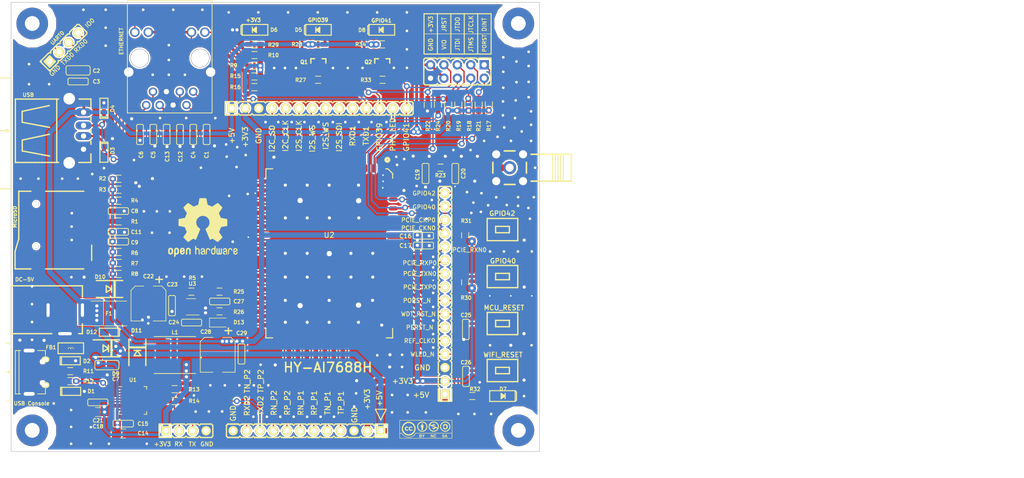
<source format=kicad_pcb>
(kicad_pcb (version 20171130) (host pcbnew "(5.0.2)-1")
  (title_block (title AI7688H) (rev A) (company ARMVN))
  (layers (0 F.Cu signal) (31 B.Cu signal) (34 B.Paste user) (35 F.Paste user) (36 B.SilkS user) (37 F.SilkS user) (38 B.Mask user) (39 F.Mask user) (44 Edge.Cuts user))
  (net 0 "")
  (net 1 GND)
  (net 2 +5V)
  (net 3 "Net-(C8-Pad2)")
  (net 4 +3V3)
  (net 5 "Net-(C12-Pad2)")
  (net 6 "Net-(C13-Pad2)")
  (net 7 "Net-(C20-Pad2)")
  (net 8 /AI7688H/PORST_N)
  (net 9 /AI7688H/WDT_RST_N)
  (net 10 /AI7688H/MDI_TN_P4)
  (net 11 /AI7688H/MDI_TP_P4)
  (net 12 /AI7688H/MDI_RN_P4)
  (net 13 /AI7688H/MDI_RN_P3)
  (net 14 /AI7688H/MDI_RP_P3)
  (net 15 /AI7688H/MDI_TN_P3)
  (net 16 /AI7688H/MDI_RP_P4)
  (net 17 "Net-(P3-Pad9)")
  (net 18 "Net-(P3-Pad12)")
  (net 19 /AI7688H/MDI_TN_P2)
  (net 20 "Net-(R13-Pad2)")
  (net 21 /AI7688H/MDI_TP_P2)
  (net 22 "Net-(R14-Pad2)")
  (net 23 /AI7688H/UART_7688_TXD1)
  (net 24 /AI7688H/EJTAG_DINT)
  (net 25 /AI7688H/JTCLK_GPIO_40)
  (net 26 /AI7688H/EPHY_LED0_N)
  (net 27 /AI7688H/JTDI_GPIO_42)
  (net 28 /AI7688H/JRST_GPIO_39)
  (net 29 /AI7688H/JTDO_EPHY_LED0_N)
  (net 30 "Net-(Q1-Pad1)")
  (net 31 "Net-(D5-Pad2)")
  (net 32 "Net-(D6-Pad2)")
  (net 33 "Net-(D7-Pad2)")
  (net 34 "Net-(Q2-Pad1)")
  (net 35 "Net-(D8-Pad2)")
  (net 36 /AI7688H/I2S_SDI)
  (net 37 /AI7688H/UART_7688_RXD1)
  (net 38 /AI7688H/I2S_SDO)
  (net 39 /AI7688H/I2S_WS)
  (net 40 /AI7688H/I2C_SD)
  (net 41 /AI7688H/I2C_SCLK)
  (net 42 /AI7688H/MDI_RN_P2)
  (net 43 /AI7688H/MDI_RN_P1)
  (net 44 /AI7688H/MDI_TP_P1)
  (net 45 /AI7688H/MDI_TN_P1)
  (net 46 /AI7688H/PERST_N)
  (net 47 /AI7688H/REF_CLKO)
  (net 48 /AI7688H/WLED_N)
  (net 49 /AI7688H/GPIO_0)
  (net 50 /AI7688H/UART_7688_TXD0)
  (net 51 /AI7688H/UART_7688_RXD0)
  (net 52 /AI7688H/RF)
  (net 53 "Net-(D5-Pad1)")
  (net 54 "Net-(D8-Pad1)")
  (net 55 "Net-(FB1-Pad1)")
  (net 56 /AI7688H/EJTAG_PORST_N)
  (net 57 /AI7688H/MDI_RP_P1)
  (net 58 +5V_USBOTG)
  (net 59 /AI7688H/MDI_RP_P2)
  (net 60 /AI7688H/JTMS_GPIO_41)
  (net 61 /AI7688H/D-)
  (net 62 /AI7688H/D+)
  (net 63 /AI7688H/MDI_P0_R_P)
  (net 64 /AI7688H/MDI_P0_R_N)
  (net 65 /AI7688H/MDI_P0_T_P)
  (net 66 /AI7688H/MDI_P0_T_N)
  (net 67 /AI7688H/USB_D_P)
  (net 68 /AI7688H/USB_D_N)
  (net 69 /AI7688H/PCIE_CK0_P)
  (net 70 /AI7688H/PCIE_CK0_N)
  (net 71 /AI7688H/PCIE_RX0_P)
  (net 72 /AI7688H/PCIE_RX0_N)
  (net 73 /AI7688H/PCIE_TX0_N)
  (net 74 /AI7688H/PCIE_TX0_P)
  (net 75 /AI7688H/I2S_SCLK)
  (net 76 "Net-(C22-Pad1)")
  (net 77 "Net-(C24-Pad2)")
  (net 78 "Net-(D1-Pad1)")
  (net 79 "Net-(D2-Pad1)")
  (net 80 "Net-(D10-Pad2)")
  (net 81 "Net-(R5-Pad2)")
  (net 82 "Net-(C24-Pad1)")
  (net 83 "Net-(C27-Pad1)")
  (module trongle:Via_0309mm (layer F.Cu) (at 113.8 62.4)
    (fp_text reference REF** hide)
    (fp_text value Via_0309mm hide)
    (pad 1 thru_hole circle (at 0 0) (size 1 1) (drill 0.5) (layers *.Cu) (net 1 GND))
  )
  (module trongle:Via_0309mm (layer F.Cu) (at 115.4 63.9)
    (fp_text reference REF** hide)
    (fp_text value Via_0309mm hide)
    (pad 1 thru_hole circle (at 0 0) (size 1 1) (drill 0.5) (layers *.Cu) (net 1 GND))
  )
  (module trongle:Via_0309mm (layer F.Cu) (at 111.7 61.9)
    (fp_text reference REF** hide)
    (fp_text value Via_0309mm hide)
    (pad 1 thru_hole circle (at 0 0) (size 1 1) (drill 0.5) (layers *.Cu) (net 1 GND))
  )
  (module trongle:Via_0309mm (layer F.Cu) (at 111.8 64.2)
    (fp_text reference REF** hide)
    (fp_text value Via_0309mm hide)
    (pad 1 thru_hole circle (at 0 0) (size 1 1) (drill 0.5) (layers *.Cu) (net 1 GND))
  )
  (module trongle:Via_0309mm (layer F.Cu) (at 140.3 101.8)
    (fp_text reference REF** hide)
    (fp_text value Via_0309mm hide)
    (pad 1 thru_hole circle (at 0 0) (size 1 1) (drill 0.5) (layers *.Cu) (net 1 GND))
  )
  (module trongle:Via_0309mm (layer F.Cu) (at 136.3 109)
    (fp_text reference REF** hide)
    (fp_text value Via_0309mm hide)
    (pad 1 thru_hole circle (at 0 0) (size 1 1) (drill 0.5) (layers *.Cu) (net 1 GND))
  )
  (module trongle:Via_0309mm (layer F.Cu) (at 145 104)
    (fp_text reference REF** hide)
    (fp_text value Via_0309mm hide)
    (pad 1 thru_hole circle (at 0 0) (size 1 1) (drill 0.5) (layers *.Cu) (net 1 GND))
  )
  (module trongle:Via_0309mm (layer F.Cu) (at 145 101.7)
    (fp_text reference REF** hide)
    (fp_text value Via_0309mm hide)
    (pad 1 thru_hole circle (at 0 0) (size 1 1) (drill 0.5) (layers *.Cu) (net 1 GND))
  )
  (module trongle:Via_0309mm (layer F.Cu) (at 78.2 50.5)
    (fp_text reference REF** hide)
    (fp_text value Via_0309mm hide)
    (pad 1 thru_hole circle (at 0 0) (size 1 1) (drill 0.5) (layers *.Cu) (net 1 GND))
  )
  (module trongle:Via_0309mm (layer F.Cu) (at 74.4 50.5)
    (fp_text reference REF** hide)
    (fp_text value Via_0309mm hide)
    (pad 1 thru_hole circle (at 0 0) (size 1 1) (drill 0.5) (layers *.Cu) (net 1 GND))
  )
  (module trongle:Via_0309mm (layer F.Cu) (at 74.4 46.7)
    (fp_text reference REF** hide)
    (fp_text value Via_0309mm hide)
    (pad 1 thru_hole circle (at 0 0) (size 1 1) (drill 0.5) (layers *.Cu) (net 1 GND))
  )
  (module trongle:Via_0309mm (layer F.Cu) (at 100.85 43.1)
    (fp_text reference REF** hide)
    (fp_text value Via_0309mm hide)
    (pad 1 thru_hole circle (at 0 0) (size 1 1) (drill 0.5) (layers *.Cu) (net 1 GND))
  )
  (module trongle:Via_0309mm (layer F.Cu) (at 100.85 45.9)
    (fp_text reference REF** hide)
    (fp_text value Via_0309mm hide)
    (pad 1 thru_hole circle (at 0 0) (size 1 1) (drill 0.5) (layers *.Cu) (net 1 GND))
  )
  (module trongle:Via_0309mm (layer F.Cu) (at 97.8 48.7)
    (fp_text reference REF** hide)
    (fp_text value Via_0309mm hide)
    (pad 1 thru_hole circle (at 0 0) (size 1 1) (drill 0.5) (layers *.Cu) (net 1 GND))
  )
  (module trongle:Via_0309mm (layer F.Cu) (at 103.9 48.7)
    (fp_text reference REF** hide)
    (fp_text value Via_0309mm hide)
    (pad 1 thru_hole circle (at 0 0) (size 1 1) (drill 0.5) (layers *.Cu) (net 1 GND))
  )
  (module trongle:Via_0309mm (layer F.Cu) (at 100.85 48.7)
    (fp_text reference REF** hide)
    (fp_text value Via_0309mm hide)
    (pad 1 thru_hole circle (at 0 0) (size 1 1) (drill 0.5) (layers *.Cu) (net 1 GND))
  )
  (module trongle:Via_0309mm (layer F.Cu) (at 88.9 43.2)
    (fp_text reference REF** hide)
    (fp_text value Via_0309mm hide)
    (pad 1 thru_hole circle (at 0 0) (size 1 1) (drill 0.5) (layers *.Cu) (net 1 GND))
  )
  (module trongle:Via_0309mm (layer F.Cu) (at 88.9 39.8)
    (fp_text reference REF** hide)
    (fp_text value Via_0309mm hide)
    (pad 1 thru_hole circle (at 0 0) (size 1 1) (drill 0.5) (layers *.Cu) (net 1 GND))
  )
  (module trongle:Via_0309mm (layer F.Cu) (at 84.7 36.4)
    (fp_text reference REF** hide)
    (fp_text value Via_0309mm hide)
    (pad 1 thru_hole circle (at 0 0) (size 1 1) (drill 0.5) (layers *.Cu) (net 1 GND))
  )
  (module trongle:Via_0309mm (layer F.Cu) (at 88.9 36.4)
    (fp_text reference REF** hide)
    (fp_text value Via_0309mm hide)
    (pad 1 thru_hole circle (at 0 0) (size 1 1) (drill 0.5) (layers *.Cu) (net 1 GND))
  )
  (module trongle:Via_0309mm (layer F.Cu) (at 96 36.4)
    (fp_text reference REF** hide)
    (fp_text value Via_0309mm hide)
    (pad 1 thru_hole circle (at 0 0) (size 1 1) (drill 0.5) (layers *.Cu) (net 1 GND))
  )
  (module trongle:Via_0309mm (layer F.Cu) (at 101.7 36.4)
    (fp_text reference REF** hide)
    (fp_text value Via_0309mm hide)
    (pad 1 thru_hole circle (at 0 0) (size 1 1) (drill 0.5) (layers *.Cu) (net 1 GND))
  )
  (module trongle:Via_0309mm (layer F.Cu) (at 107.2 36.4)
    (fp_text reference REF** hide)
    (fp_text value Via_0309mm hide)
    (pad 1 thru_hole circle (at 0 0) (size 1 1) (drill 0.5) (layers *.Cu) (net 1 GND))
  )
  (module trongle:Via_0309mm (layer F.Cu) (at 86.1 115.4)
    (fp_text reference REF** hide)
    (fp_text value Via_0309mm hide)
    (pad 1 thru_hole circle (at 0 0) (size 1 1) (drill 0.5) (layers *.Cu) (net 1 GND))
  )
  (module trongle:Via_0309mm (layer F.Cu) (at 86.1 118.5)
    (fp_text reference REF** hide)
    (fp_text value Via_0309mm hide)
    (pad 1 thru_hole circle (at 0 0) (size 1 1) (drill 0.5) (layers *.Cu) (net 1 GND))
  )
  (module trongle:Via_0309mm (layer F.Cu) (at 105.6 109.4)
    (fp_text reference REF** hide)
    (fp_text value Via_0309mm hide)
    (pad 1 thru_hole circle (at 0 0) (size 1 1) (drill 0.5) (layers *.Cu) (net 1 GND))
  )
  (module trongle:Via_0309mm (layer F.Cu) (at 166.65 46.2)
    (fp_text reference REF** hide)
    (fp_text value Via_0309mm hide)
    (pad 1 thru_hole circle (at 0 0) (size 1 1) (drill 0.5) (layers *.Cu) (net 1 GND))
  )
  (module trongle:Via_0309mm (layer F.Cu) (at 166.65 50.1)
    (fp_text reference REF** hide)
    (fp_text value Via_0309mm hide)
    (pad 1 thru_hole circle (at 0 0) (size 1 1) (drill 0.5) (layers *.Cu) (net 1 GND))
  )
  (module trongle:Via_0309mm (layer F.Cu) (at 168.95 52.95)
    (fp_text reference REF** hide)
    (fp_text value Via_0309mm hide)
    (pad 1 thru_hole circle (at 0 0) (size 1 1) (drill 0.5) (layers *.Cu) (net 1 GND))
  )
  (module trongle:Via_0309mm (layer F.Cu) (at 168.95 50.05)
    (fp_text reference REF** hide)
    (fp_text value Via_0309mm hide)
    (pad 1 thru_hole circle (at 0 0) (size 1 1) (drill 0.5) (layers *.Cu) (net 1 GND))
  )
  (module trongle:Via_0309mm (layer F.Cu) (at 168.95 47.05)
    (fp_text reference REF** hide)
    (fp_text value Via_0309mm hide)
    (pad 1 thru_hole circle (at 0 0) (size 1 1) (drill 0.5) (layers *.Cu) (net 1 GND))
  )
  (module trongle:Via_0309mm (layer F.Cu) (at 166.5 53.55)
    (fp_text reference REF** hide)
    (fp_text value Via_0309mm hide)
    (pad 1 thru_hole circle (at 0 0) (size 1 1) (drill 0.5) (layers *.Cu) (net 1 GND))
  )
  (module trongle:Via_0309mm (layer F.Cu) (at 168.95 44.35)
    (fp_text reference REF** hide)
    (fp_text value Via_0309mm hide)
    (pad 1 thru_hole circle (at 0 0) (size 1 1) (drill 0.5) (layers *.Cu) (net 1 GND))
  )
  (module trongle:Via_0309mm (layer F.Cu) (at 164.15 45.4)
    (fp_text reference REF** hide)
    (fp_text value Via_0309mm hide)
    (pad 1 thru_hole circle (at 0 0) (size 1 1) (drill 0.5) (layers *.Cu) (net 1 GND))
  )
  (module trongle:Via_0309mm (layer F.Cu) (at 164.15 48.15)
    (fp_text reference REF** hide)
    (fp_text value Via_0309mm hide)
    (pad 1 thru_hole circle (at 0 0) (size 1 1) (drill 0.5) (layers *.Cu) (net 1 GND))
  )
  (module trongle:Via_0309mm (layer F.Cu) (at 164.15 51.15)
    (fp_text reference REF** hide)
    (fp_text value Via_0309mm hide)
    (pad 1 thru_hole circle (at 0 0) (size 1 1) (drill 0.5) (layers *.Cu) (net 1 GND))
  )
  (module trongle:Via_0309mm (layer F.Cu) (at 164.1 53.75)
    (fp_text reference REF** hide)
    (fp_text value Via_0309mm hide)
    (pad 1 thru_hole circle (at 0 0) (size 1 1) (drill 0.5) (layers *.Cu) (net 1 GND))
  )
  (module trongle:Via_0309mm (layer F.Cu) (at 95.85 95.05)
    (fp_text reference REF** hide)
    (fp_text value Via_0309mm hide)
    (pad 1 thru_hole circle (at 0 0) (size 1 1) (drill 0.5) (layers *.Cu) (net 1 GND))
  )
  (module trongle:Via_0309mm (layer F.Cu) (at 96.97 95.75)
    (fp_text reference REF** hide)
    (fp_text value Via_0309mm hide)
    (pad 1 thru_hole circle (at 0 0) (size 1 1) (drill 0.5) (layers *.Cu) (net 1 GND))
  )
  (module trongle:Via_0309mm (layer F.Cu) (at 105.93 112.45)
    (fp_text reference REF** hide)
    (fp_text value Via_0309mm hide)
    (pad 1 thru_hole circle (at 0 0) (size 1 1) (drill 0.5) (layers *.Cu) (net 1 GND))
  )
  (module trongle:Via_0309mm (layer F.Cu) (at 110.94 112.43)
    (fp_text reference REF** hide)
    (fp_text value Via_0309mm hide)
    (pad 1 thru_hole circle (at 0 0) (size 1 1) (drill 0.5) (layers *.Cu) (net 1 GND))
  )
  (module trongle:Via_0309mm (layer F.Cu) (at 74.96 88.75)
    (fp_text reference REF** hide)
    (fp_text value Via_0309mm hide)
    (pad 1 thru_hole circle (at 0 0) (size 1 1) (drill 0.5) (layers *.Cu) (net 1 GND))
  )
  (module trongle:Via_0309mm (layer F.Cu) (at 74.96 92.123333)
    (fp_text reference REF** hide)
    (fp_text value Via_0309mm hide)
    (pad 1 thru_hole circle (at 0 0) (size 1 1) (drill 0.5) (layers *.Cu) (net 1 GND))
  )
  (module trongle:Via_0309mm (layer F.Cu) (at 74.96 95.496666)
    (fp_text reference REF** hide)
    (fp_text value Via_0309mm hide)
    (pad 1 thru_hole circle (at 0 0) (size 1 1) (drill 0.5) (layers *.Cu) (net 1 GND))
  )
  (module trongle:Via_0309mm (layer F.Cu) (at 82.47 79.97)
    (fp_text reference REF** hide)
    (fp_text value Via_0309mm hide)
    (pad 1 thru_hole circle (at 0 0) (size 1.1 1.1) (drill 0.5) (layers *.Cu) (net 1 GND))
  )
  (module trongle:Via_0309mm (layer F.Cu) (at 82.45 77.435)
    (fp_text reference REF** hide)
    (fp_text value Via_0309mm hide)
    (pad 1 thru_hole circle (at 0 0) (size 1.1 1.1) (drill 0.5) (layers *.Cu) (net 1 GND))
  )
  (module trongle:Via_0309mm (layer F.Cu) (at 82.49 74.9)
    (fp_text reference REF** hide)
    (fp_text value Via_0309mm hide)
    (pad 1 thru_hole circle (at 0 0) (size 1.1 1.1) (drill 0.5) (layers *.Cu) (net 1 GND))
  )
  (module nhantt-kicad-lib:Inductor_5.2x5.8x4.5 (layer F.Cu) (at 101.95 101.75)
    (fp_text reference L1 (at 0.05 -4.3) (layer F.SilkS) (effects (font (size 0.7 0.7))))
    (fp_text value "10uH, 1.5A")
    (pad 1 smd rect (at -2.2 0) (size 2.624 6) (layers F.Cu F.Paste F.Mask) (net 77 "Net-(C24-Pad2)"))
    (pad 2 smd rect (at 2.2 0) (size 2.624 6) (layers F.Cu F.Paste F.Mask) (net 4 +3V3))
  )
  (module trongle:Via_0309mm (layer F.Cu) (at 135.94 111.48)
    (fp_text reference REF** hide)
    (fp_text value Via_0309mm hide)
    (pad 1 thru_hole circle (at 0 0) (size 1 1) (drill 0.5) (layers *.Cu) (net 1 GND))
  )
  (module trongle:Via_0309mm (layer F.Cu) (at 112.17 36.9)
    (fp_text reference REF** hide)
    (fp_text value Via_0309mm hide)
    (pad 1 thru_hole circle (at 0 0) (size 1 1) (drill 0.5) (layers *.Cu) (net 1 GND))
  )
  (module trongle:Via_0309mm (layer F.Cu) (at 117.793333 36.9)
    (fp_text reference REF** hide)
    (fp_text value Via_0309mm hide)
    (pad 1 thru_hole circle (at 0 0) (size 1 1) (drill 0.5) (layers *.Cu) (net 1 GND))
  )
  (module trongle:Via_0309mm (layer F.Cu) (at 129.039999 36.9)
    (fp_text reference REF** hide)
    (fp_text value Via_0309mm hide)
    (pad 1 thru_hole circle (at 0 0) (size 1 1) (drill 0.5) (layers *.Cu) (net 1 GND))
  )
  (module trongle:Via_0309mm (layer F.Cu) (at 123.416666 36.9)
    (fp_text reference REF** hide)
    (fp_text value Via_0309mm hide)
    (pad 1 thru_hole circle (at 0 0) (size 1 1) (drill 0.5) (layers *.Cu) (net 1 GND))
  )
  (module trongle:Via_0309mm (layer F.Cu) (at 134.663332 36.9)
    (fp_text reference REF** hide)
    (fp_text value Via_0309mm hide)
    (pad 1 thru_hole circle (at 0 0) (size 1 1) (drill 0.5) (layers *.Cu) (net 1 GND))
  )
  (module trongle:Via_0309mm (layer F.Cu) (at 140.286665 36.9)
    (fp_text reference REF** hide)
    (fp_text value Via_0309mm hide)
    (pad 1 thru_hole circle (at 0 0) (size 1 1) (drill 0.5) (layers *.Cu) (net 1 GND))
  )
  (module trongle:Via_0309mm (layer F.Cu) (at 145.91 36.9)
    (fp_text reference REF** hide)
    (fp_text value Via_0309mm hide)
    (pad 1 thru_hole circle (at 0 0) (size 1 1) (drill 0.5) (layers *.Cu) (net 1 GND))
  )
  (module trongle:Via_0309mm (layer F.Cu) (at 145.91 40.396666)
    (fp_text reference REF** hide)
    (fp_text value Via_0309mm hide)
    (pad 1 thru_hole circle (at 0 0) (size 1 1) (drill 0.5) (layers *.Cu) (net 1 GND))
  )
  (module trongle:Via_0309mm (layer F.Cu) (at 145.91 43.893332)
    (fp_text reference REF** hide)
    (fp_text value Via_0309mm hide)
    (pad 1 thru_hole circle (at 0 0) (size 1 1) (drill 0.5) (layers *.Cu) (net 1 GND))
  )
  (module trongle:Via_0309mm (layer F.Cu) (at 145.91 47.39)
    (fp_text reference REF** hide)
    (fp_text value Via_0309mm hide)
    (pad 1 thru_hole circle (at 0 0) (size 1 1) (drill 0.5) (layers *.Cu) (net 1 GND))
  )
  (module trongle:Via_0309mm (layer F.Cu) (at 143.44 47.39)
    (fp_text reference REF** hide)
    (fp_text value Via_0309mm hide)
    (pad 1 thru_hole circle (at 0 0) (size 1 1) (drill 0.5) (layers *.Cu) (net 1 GND))
  )
  (module trongle:Via_0309mm (layer F.Cu) (at 137.51 47.41)
    (fp_text reference REF** hide)
    (fp_text value Via_0309mm hide)
    (pad 1 thru_hole circle (at 0 0) (size 1 1) (drill 0.5) (layers *.Cu) (net 1 GND))
  )
  (module trongle:Via_0309mm (layer F.Cu) (at 134.715 47.42)
    (fp_text reference REF** hide)
    (fp_text value Via_0309mm hide)
    (pad 1 thru_hole circle (at 0 0) (size 1 1) (drill 0.5) (layers *.Cu) (net 1 GND))
  )
  (module trongle:Via_0309mm (layer F.Cu) (at 120.79 47.42)
    (fp_text reference REF** hide)
    (fp_text value Via_0309mm hide)
    (pad 1 thru_hole circle (at 0 0) (size 1 1) (drill 0.5) (layers *.Cu) (net 1 GND))
  )
  (module trongle:Via_0309mm (layer F.Cu) (at 122.83 47.42)
    (fp_text reference REF** hide)
    (fp_text value Via_0309mm hide)
    (pad 1 thru_hole circle (at 0 0) (size 1 1) (drill 0.5) (layers *.Cu) (net 1 GND))
  )
  (module trongle:RESC0603x018M (layer F.Cu) (at 117.05 47 180)
    (fp_text reference R9 (at 3.933333 0.05 180) (layer F.SilkS) (effects (font (size 0.7 0.7))))
    (fp_text value 330R)
    (pad 1 smd rect (at -1.1 0 180) (size 1.2 0.9) (layers F.Cu F.Paste F.Mask) (net 4 +3V3))
    (pad 2 smd rect (at 1.1 0 180) (size 1.2 0.9) (layers F.Cu F.Paste F.Mask) (net 17 "Net-(P3-Pad9)"))
  )
  (module trongle:Via_0309mm (layer F.Cu) (at 101.04 74.56)
    (fp_text reference REF** hide)
    (fp_text value Via_0309mm hide)
    (pad 1 thru_hole circle (at 0 0) (size 1.1 1.1) (drill 0.5) (layers *.Cu) (net 1 GND))
  )
  (module trongle:Via_0309mm (layer F.Cu) (at 98.59 74.56)
    (fp_text reference REF** hide)
    (fp_text value Via_0309mm hide)
    (pad 1 thru_hole circle (at 0 0) (size 1.1 1.1) (drill 0.5) (layers *.Cu) (net 1 GND))
  )
  (module trongle:Via_0309mm (layer F.Cu) (at 72.8 68.36)
    (fp_text reference REF** hide)
    (fp_text value Via_0309mm hide)
    (pad 1 thru_hole circle (at 0 0) (size 1.1 1.1) (drill 0.5) (layers *.Cu) (net 1 GND))
  )
  (module trongle:Via_0309mm (layer F.Cu) (at 76.17 68.36)
    (fp_text reference REF** hide)
    (fp_text value Via_0309mm hide)
    (pad 1 thru_hole circle (at 0 0) (size 1.1 1.1) (drill 0.5) (layers *.Cu) (net 1 GND))
  )
  (module trongle:Via_0309mm (layer F.Cu) (at 80.67 68.36)
    (fp_text reference REF** hide)
    (fp_text value Via_0309mm hide)
    (pad 1 thru_hole circle (at 0 0) (size 1.1 1.1) (drill 0.5) (layers *.Cu) (net 1 GND))
  )
  (module trongle:Via_0309mm (layer F.Cu) (at 83.63 68.36)
    (fp_text reference REF** hide)
    (fp_text value Via_0309mm hide)
    (pad 1 thru_hole circle (at 0 0) (size 1.1 1.1) (drill 0.5) (layers *.Cu) (net 1 GND))
  )
  (module trongle:Via_0309mm (layer F.Cu) (at 88.58 66.38)
    (fp_text reference REF** hide)
    (fp_text value Via_0309mm hide)
    (pad 1 thru_hole circle (at 0 0) (size 1.1 1.1) (drill 0.5) (layers *.Cu) (net 1 GND))
  )
  (module trongle:Via_0309mm (layer F.Cu) (at 86.36 67.49)
    (fp_text reference REF** hide)
    (fp_text value Via_0309mm hide)
    (pad 1 thru_hole circle (at 0 0) (size 1.1 1.1) (drill 0.5) (layers *.Cu) (net 1 GND))
  )
  (module mw_inductor (layer F.Cu) (at 96.56 54.42)
    (fp_text reference REF** hide)
    (fp_text value 7)
    (fp_line (start -1.17 4.48) (end -1.02375 3.919999) (layer F.Cu) (width 0.254))
    (fp_line (start -1.02375 3.919999) (end -0.925155 3.71683) (layer F.Cu) (width 0.254))
    (fp_line (start -0.925155 3.71683) (end -0.756316 3.566855) (layer F.Cu) (width 0.254))
    (fp_line (start -0.756316 3.566855) (end -0.542935 3.49291) (layer F.Cu) (width 0.254))
    (fp_line (start -0.542935 3.49291) (end -0.3175 3.50625) (layer F.Cu) (width 0.254))
    (fp_line (start -0.3175 3.50625) (end -0.487925 3.461741) (layer F.Cu) (width 0.254))
    (fp_line (start -0.487925 3.461741) (end -0.26249 3.475081) (layer F.Cu) (width 0.254))
    (fp_line (start -0.26249 3.475081) (end -0.04911 3.401136) (layer F.Cu) (width 0.254))
    (fp_line (start -0.04911 3.401136) (end 0.11973 3.251161) (layer F.Cu) (width 0.254))
    (fp_line (start 0.11973 3.251161) (end 0.218324 3.047992) (layer F.Cu) (width 0.254))
    (fp_line (start 0.218324 3.047992) (end 0.231664 2.822557) (layer F.Cu) (width 0.254))
    (fp_line (start 0.231664 2.822557) (end 0.157719 2.609176) (layer F.Cu) (width 0.254))
    (fp_line (start 0.157719 2.609176) (end 0.007744 2.440337) (layer F.Cu) (width 0.254))
    (fp_line (start 0.007744 2.440337) (end -0.195425 2.341742) (layer F.Cu) (width 0.254))
    (fp_line (start -0.195425 2.341742) (end -0.974576 2.138259) (layer F.Cu) (width 0.254))
    (fp_line (start -0.974576 2.138259) (end -1.177746 2.039664) (layer F.Cu) (width 0.254))
    (fp_line (start -1.177746 2.039664) (end -1.32772 1.870825) (layer F.Cu) (width 0.254))
    (fp_line (start -1.32772 1.870825) (end -1.401666 1.657444) (layer F.Cu) (width 0.254))
    (fp_line (start -1.401666 1.657444) (end -1.388326 1.432009) (layer F.Cu) (width 0.254))
    (fp_line (start -1.388326 1.432009) (end -1.289731 1.228839) (layer F.Cu) (width 0.254))
    (fp_line (start -1.289731 1.228839) (end -1.120891 1.078865) (layer F.Cu) (width 0.254))
    (fp_line (start -1.120891 1.078865) (end -0.907511 1.004919) (layer F.Cu) (width 0.254))
    (fp_line (start -0.907511 1.004919) (end -0.682076 1.018259) (layer F.Cu) (width 0.254))
    (fp_line (start -0.682076 1.018259) (end -0.8525 0.973751) (layer F.Cu) (width 0.254))
    (fp_line (start -0.8525 0.973751) (end -0.627065 0.987091) (layer F.Cu) (width 0.254))
    (fp_line (start -0.627065 0.987091) (end -0.413685 0.913146) (layer F.Cu) (width 0.254))
    (fp_line (start -0.413685 0.913146) (end -0.244845 0.763171) (layer F.Cu) (width 0.254))
    (fp_line (start -0.244845 0.763171) (end -0.14625 0.560002) (layer F.Cu) (width 0.254))
    (fp_line (start -0.14625 0.560002) (end 0 0) (layer F.Cu) (width 0.254))
    (pad 1 smd circle (at 0 0) (size 0.254 0.254) (layers F.Cu))
    (pad 2 smd circle (at -1.17 4.48) (size 0.254 0.254) (layers F.Cu))
  )
  (module trongle:Via_1018mm (layer F.Cu) (at 125.7 92.4)
    (fp_text reference REF** hide)
    (fp_text value Via_1018mm)
    (pad 1 thru_hole circle (at 0 0) (size 1.8 1.8) (drill 1) (layers *.Cu *.Mask) (net 1 GND) (thermal_gap 0.2))
  )
  (module trongle:RESC0603x018M (layer F.Cu) (at 82.19 104.8 180)
    (fp_text reference R11 (at -3.46 0 180) (layer F.SilkS) (effects (font (size 0.7 0.7))))
    (fp_text value 27R)
    (pad 2 smd rect (at 1.1 0 180) (size 1.2 0.9) (layers F.Cu F.Paste F.Mask) (net 79 "Net-(D2-Pad1)"))
    (pad 1 smd rect (at -1.1 0 180) (size 1.2 0.9) (layers F.Cu F.Paste F.Mask) (net 61 /AI7688H/D-))
  )
  (module trongle:AI7688H-M (layer F.Cu) (at 131.212 82.5 180)
    (fp_text reference U2 (at 0.012 3.45 180) (layer F.SilkS))
    (fp_text value AI7688H)
    (pad 44 smd oval (at -12.1 -13.6 270) (size 0.8 1.7) (layers F.Cu F.Paste F.Mask) (net 1 GND))
    (pad 45 smd oval (at -12.1 -11.9 270) (size 0.8 1.7) (layers F.Cu F.Paste F.Mask) (net 48 /AI7688H/WLED_N))
    (pad 46 smd oval (at -12.1 -10.2 270) (size 0.8 1.7) (layers F.Cu F.Paste F.Mask) (net 47 /AI7688H/REF_CLKO))
    (pad 47 smd oval (at -12.1 -8.5 270) (size 0.8 1.7) (layers F.Cu F.Paste F.Mask) (net 46 /AI7688H/PERST_N))
    (pad 48 smd oval (at -12.1 -6.8 270) (size 0.8 1.7) (layers F.Cu F.Paste F.Mask) (net 9 /AI7688H/WDT_RST_N))
    (pad 49 smd oval (at -12.1 -5.1 270) (size 0.8 1.7) (layers F.Cu F.Paste F.Mask) (net 8 /AI7688H/PORST_N))
    (pad 50 smd oval (at -12.1 -3.4 270) (size 0.8 1.7) (layers F.Cu F.Paste F.Mask) (net 74 /AI7688H/PCIE_TX0_P))
    (pad 51 smd oval (at -12.2 -1.7 270) (size 0.8 1.7) (layers F.Cu F.Paste F.Mask) (net 73 /AI7688H/PCIE_TX0_N))
    (pad 52 smd oval (at -12.1 0 270) (size 0.8 1.7) (layers F.Cu F.Paste F.Mask) (net 71 /AI7688H/PCIE_RX0_P))
    (pad 53 smd oval (at -12.1 1.7 270) (size 0.8 1.7) (layers F.Cu F.Paste F.Mask) (net 72 /AI7688H/PCIE_RX0_N))
    (pad 54 smd oval (at -12.1 3.4 270) (size 0.8 1.7) (layers F.Cu F.Paste F.Mask) (net 4 +3V3))
    (pad 55 smd oval (at -12.1 5.1 270) (size 0.8 1.7) (layers F.Cu F.Paste F.Mask) (net 70 /AI7688H/PCIE_CK0_N))
    (pad 56 smd oval (at -12.1 6.8 270) (size 0.8 1.7) (layers F.Cu F.Paste F.Mask) (net 69 /AI7688H/PCIE_CK0_P))
    (pad 57 smd oval (at -12.1 8.5 270) (size 0.8 1.7) (layers F.Cu F.Paste F.Mask) (net 25 /AI7688H/JTCLK_GPIO_40))
    (pad 58 smd oval (at -12.1 10.2 270) (size 0.8 1.7) (layers F.Cu F.Paste F.Mask) (net 27 /AI7688H/JTDI_GPIO_42))
    (pad 59 smd oval (at -12.1 11.9 270) (size 0.8 1.7) (layers F.Cu F.Paste F.Mask) (net 1 GND))
    (pad 60 smd oval (at -12.1 13.6 270) (size 0.8 1.7) (layers F.Cu F.Paste F.Mask) (net 52 /AI7688H/RF))
    (pad 31 smd oval (at 10.2 -16.1 180) (size 0.8 1.7) (layers F.Cu F.Paste F.Mask) (net 1 GND))
    (pad 32 smd oval (at 8.5 -16.1 180) (size 0.8 1.7) (layers F.Cu F.Paste F.Mask) (net 19 /AI7688H/MDI_TN_P2))
    (pad 33 smd oval (at 6.8 -16.1 180) (size 0.8 1.7) (layers F.Cu F.Paste F.Mask) (net 21 /AI7688H/MDI_TP_P2))
    (pad 34 smd oval (at 5.1 -16.1 180) (size 0.8 1.7) (layers F.Cu F.Paste F.Mask) (net 42 /AI7688H/MDI_RN_P2))
    (pad 35 smd oval (at 3.4 -16.1 180) (size 0.8 1.7) (layers F.Cu F.Paste F.Mask) (net 59 /AI7688H/MDI_RP_P2))
    (pad 36 smd oval (at 1.7 -16.1 180) (size 0.8 1.7) (layers F.Cu F.Paste F.Mask) (net 43 /AI7688H/MDI_RN_P1))
    (pad 37 smd oval (at 0 -16.1 180) (size 0.8 1.7) (layers F.Cu F.Paste F.Mask) (net 57 /AI7688H/MDI_RP_P1))
    (pad 38 smd oval (at -1.7 -16.1 180) (size 0.8 1.7) (layers F.Cu F.Paste F.Mask) (net 45 /AI7688H/MDI_TN_P1))
    (pad 39 smd oval (at -3.4 -16.1 180) (size 0.8 1.7) (layers F.Cu F.Paste F.Mask) (net 44 /AI7688H/MDI_TP_P1))
    (pad 40 smd oval (at -5.1 -16.1 180) (size 0.8 1.7) (layers F.Cu F.Paste F.Mask) (net 1 GND))
    (pad 41 smd oval (at -6.8 -16.1 180) (size 0.8 1.7) (layers F.Cu F.Paste F.Mask) (net 1 GND))
    (pad 42 smd oval (at -8.5 -16.1 180) (size 0.8 1.7) (layers F.Cu F.Paste F.Mask) (net 1 GND))
    (pad 43 smd oval (at -10.2 -16.1 180) (size 0.8 1.7) (layers F.Cu F.Paste F.Mask) (net 1 GND))
    (pad 1 smd oval (at -10.2 16.1 180) (size 0.8 1.7) (layers F.Cu F.Paste F.Mask) (net 1 GND))
    (pad 2 smd oval (at -8.5 16.1 180) (size 0.8 1.7) (layers F.Cu F.Paste F.Mask) (net 60 /AI7688H/JTMS_GPIO_41))
    (pad 3 smd oval (at -6.8 16.1 180) (size 0.8 1.7) (layers F.Cu F.Paste F.Mask) (net 29 /AI7688H/JTDO_EPHY_LED0_N))
    (pad 4 smd oval (at -5.1 16.1 180) (size 0.8 1.7) (layers F.Cu F.Paste F.Mask) (net 28 /AI7688H/JRST_GPIO_39))
    (pad 5 smd oval (at -3.4 16.1 180) (size 0.8 1.7) (layers F.Cu F.Paste F.Mask) (net 23 /AI7688H/UART_7688_TXD1))
    (pad 6 smd oval (at -1.7 16.1 180) (size 0.8 1.7) (layers F.Cu F.Paste F.Mask) (net 37 /AI7688H/UART_7688_RXD1))
    (pad 7 smd oval (at 0 16.1 180) (size 0.8 1.7) (layers F.Cu F.Paste F.Mask) (net 36 /AI7688H/I2S_SDI))
    (pad 8 smd oval (at 1.7 16.1 180) (size 0.8 1.7) (layers F.Cu F.Paste F.Mask) (net 38 /AI7688H/I2S_SDO))
    (pad 9 smd oval (at 3.4 16.1 180) (size 0.8 1.7) (layers F.Cu F.Paste F.Mask) (net 39 /AI7688H/I2S_WS))
    (pad 10 smd oval (at 5.1 16.1 180) (size 0.8 1.7) (layers F.Cu F.Paste F.Mask) (net 75 /AI7688H/I2S_SCLK))
    (pad 11 smd oval (at 6.8 16.1 180) (size 0.8 1.7) (layers F.Cu F.Paste F.Mask) (net 41 /AI7688H/I2C_SCLK))
    (pad 12 smd oval (at 8.5 16.1 180) (size 0.8 1.7) (layers F.Cu F.Paste F.Mask) (net 40 /AI7688H/I2C_SD))
    (pad 13 smd oval (at 10.2 16.1 180) (size 0.8 1.7) (layers F.Cu F.Paste F.Mask) (net 1 GND))
    (pad 14 smd oval (at 12.1 13.6 270) (size 0.8 1.7) (layers F.Cu F.Paste F.Mask) (net 63 /AI7688H/MDI_P0_R_P))
    (pad 15 smd oval (at 12.1 11.9 270) (size 0.8 1.7) (layers F.Cu F.Paste F.Mask) (net 64 /AI7688H/MDI_P0_R_N))
    (pad 16 smd oval (at 12.1 10.2 270) (size 0.8 1.7) (layers F.Cu F.Paste F.Mask) (net 65 /AI7688H/MDI_P0_T_P))
    (pad 17 smd oval (at 12.1 8.5 270) (size 0.8 1.7) (layers F.Cu F.Paste F.Mask) (net 66 /AI7688H/MDI_P0_T_N))
    (pad 18 smd oval (at 12.1 6.8 270) (size 0.8 1.7) (layers F.Cu F.Paste F.Mask) (net 49 /AI7688H/GPIO_0))
    (pad 19 smd oval (at 12.1 5.1 270) (size 0.8 1.7) (layers F.Cu F.Paste F.Mask) (net 50 /AI7688H/UART_7688_TXD0))
    (pad 20 smd oval (at 12.1 3.4 270) (size 0.8 1.7) (layers F.Cu F.Paste F.Mask) (net 51 /AI7688H/UART_7688_RXD0))
    (pad 21 smd oval (at 12.1 1.7 270) (size 0.8 1.7) (layers F.Cu F.Paste F.Mask) (net 67 /AI7688H/USB_D_P))
    (pad 22 smd oval (at 12.1 0 270) (size 0.8 1.7) (layers F.Cu F.Paste F.Mask) (net 68 /AI7688H/USB_D_N))
    (pad 23 smd oval (at 12 -1.7 270) (size 0.8 1.7) (layers F.Cu F.Paste F.Mask) (net 1 GND))
    (pad 24 smd oval (at 12.1 -3.4 270) (size 0.8 1.7) (layers F.Cu F.Paste F.Mask) (net 15 /AI7688H/MDI_TN_P3))
    (pad 25 smd oval (at 12.1 -5.1 270) (size 0.8 1.7) (layers F.Cu F.Paste F.Mask) (net 14 /AI7688H/MDI_RP_P3))
    (pad 26 smd oval (at 12.1 -6.8 270) (size 0.8 1.7) (layers F.Cu F.Paste F.Mask) (net 13 /AI7688H/MDI_RN_P3))
    (pad 27 smd oval (at 12.1 -8.5 270) (size 0.8 1.7) (layers F.Cu F.Paste F.Mask) (net 16 /AI7688H/MDI_RP_P4))
    (pad 28 smd oval (at 12.1 -10.2 270) (size 0.8 1.7) (layers F.Cu F.Paste F.Mask) (net 12 /AI7688H/MDI_RN_P4))
    (pad 29 smd oval (at 12.1 -11.9 270) (size 0.8 1.7) (layers F.Cu F.Paste F.Mask) (net 11 /AI7688H/MDI_TP_P4))
    (pad 30 smd oval (at 12.1 -13.6 270) (size 0.8 1.7) (layers F.Cu F.Paste F.Mask) (net 10 /AI7688H/MDI_TN_P4))
    (pad 61 smd rect (at -5.525 -10 180) (size 1.9 2.9) (layers F.Cu F.Paste F.Mask) (net 1 GND) (thermal_gap 0.2))
    (pad 62 smd rect (at 5.525 -10 180) (size 1.9 2.9) (layers F.Cu F.Paste F.Mask) (net 1 GND) (thermal_gap 0.2))
    (pad 63 smd rect (at 0 0 180) (size 1.9 2.9) (layers F.Cu F.Paste F.Mask) (net 1 GND) (thermal_gap 0.2))
    (pad 64 smd rect (at 5.525 10 180) (size 1.9 2.9) (layers F.Cu F.Paste F.Mask) (net 1 GND) (thermal_gap 0.2))
    (pad 65 smd rect (at -5.525 10 180) (size 1.9 2.9) (layers F.Cu F.Paste F.Mask) (net 1 GND) (thermal_gap 0.2))
  )
  (module trongle:RESC0603x018M (layer F.Cu) (at 117.05 51.05 180)
    (fp_text reference R16 (at 3.6 0 180) (layer F.SilkS) (effects (font (size 0.7 0.7))))
    (fp_text value DNP)
    (pad 1 smd rect (at -1.1 0 180) (size 1.2 0.9) (layers F.Cu F.Paste F.Mask) (net 1 GND))
    (pad 2 smd rect (at 1.1 0 180) (size 1.2 0.9) (layers F.Cu F.Paste F.Mask) (net 23 /AI7688H/UART_7688_TXD1))
  )
  (module trongle:Via_1018mm (layer F.Cu) (at 136.75 92.3)
    (fp_text reference REF** hide)
    (fp_text value Via_1018mm)
    (pad 1 thru_hole circle (at 0 0) (size 1.8 1.8) (drill 1) (layers *.Cu *.Mask) (net 1 GND) (thermal_gap 0.2))
  )
  (module trongle:Via_1018mm (layer F.Cu) (at 136.78 72.54)
    (fp_text reference REF** hide)
    (fp_text value Via_1018mm)
    (pad 1 thru_hole circle (at 0 0) (size 1.8 1.8) (drill 1) (layers *.Cu *.Mask) (net 1 GND))
  )
  (module trongle:Via_1018mm (layer F.Cu) (at 125.7 72.5)
    (fp_text reference REF** hide)
    (fp_text value Via_1018mm)
    (pad 1 thru_hole circle (at 0 0) (size 1.8 1.8) (drill 1) (layers *.Cu *.Mask) (net 1 GND))
  )
  (module trongle:Via_0309mm (layer F.Cu) (at 97.67 78.6)
    (fp_text reference REF** hide)
    (fp_text value Via_0309mm hide)
    (pad 1 thru_hole circle (at 0 0) (size 1 1) (drill 0.5) (layers *.Cu) (net 1 GND))
  )
  (module trongle:Via_0309mm (layer F.Cu) (at 108.71 107.48)
    (fp_text reference REF** hide)
    (fp_text value Via_0309mm hide)
    (pad 1 thru_hole circle (at 0 0) (size 1 1) (drill 0.5) (layers *.Cu) (net 1 GND))
  )
  (module trongle:Via_0309mm (layer F.Cu) (at 119.68 107.48)
    (fp_text reference REF** hide)
    (fp_text value Via_0309mm hide)
    (pad 1 thru_hole circle (at 0 0) (size 1 1) (drill 0.5) (layers *.Cu) (net 1 GND))
  )
  (module trongle:Via_0309mm (layer F.Cu) (at 118.22 103.58)
    (fp_text reference REF** hide)
    (fp_text value Via_0309mm hide)
    (pad 1 thru_hole circle (at 0 0) (size 1 1) (drill 0.5) (layers *.Cu) (net 1 GND))
  )
  (module trongle:Via_0309mm (layer F.Cu) (at 111.4525 107.48)
    (fp_text reference REF** hide)
    (fp_text value Via_0309mm hide)
    (pad 1 thru_hole circle (at 0 0) (size 1 1) (drill 0.5) (layers *.Cu) (net 1 GND))
  )
  (module trongle:Via_0309mm (layer F.Cu) (at 116.9375 107.48)
    (fp_text reference REF** hide)
    (fp_text value Via_0309mm hide)
    (pad 1 thru_hole circle (at 0 0) (size 1 1) (drill 0.5) (layers *.Cu) (net 1 GND))
  )
  (module trongle:Via_0309mm (layer F.Cu) (at 115.9 79.45)
    (fp_text reference REF** hide)
    (fp_text value Via_0309mm hide)
    (pad 1 thru_hole circle (at 0 0) (size 0.9 0.9) (drill 0.3) (layers *.Cu) (net 1 GND))
  )
  (module trongle:Via_0309mm (layer F.Cu) (at 107.12 86.91)
    (fp_text reference REF** hide)
    (fp_text value Via_0309mm hide)
    (pad 1 thru_hole circle (at 0 0) (size 1 1) (drill 0.5) (layers *.Cu) (net 1 GND))
  )
  (module trongle:Via_0309mm (layer F.Cu) (at 124.91 47.42)
    (fp_text reference REF** hide)
    (fp_text value Via_0309mm hide)
    (pad 1 thru_hole circle (at 0 0) (size 1 1) (drill 0.5) (layers *.Cu) (net 1 GND))
  )
  (module trongle:Via_0309mm (layer F.Cu) (at 131.92 47.42)
    (fp_text reference REF** hide)
    (fp_text value Via_0309mm hide)
    (pad 1 thru_hole circle (at 0 0) (size 1 1) (drill 0.5) (layers *.Cu) (net 1 GND))
  )
  (module trongle:Via_0309mm (layer F.Cu) (at 99.187 56.896)
    (fp_text reference REF** hide)
    (fp_text value Via_0309mm hide)
    (pad 1 thru_hole circle (at 0 0) (size 1.1 1.1) (drill 0.5) (layers *.Cu) (net 1 GND))
  )
  (module trongle:Via_0309mm (layer F.Cu) (at 104.14 56.896)
    (fp_text reference REF** hide)
    (fp_text value Via_0309mm hide)
    (pad 1 thru_hole circle (at 0 0) (size 1.1 1.1) (drill 0.5) (layers *.Cu) (net 1 GND))
  )
  (module trongle:Via_0309mm (layer F.Cu) (at 109.65 56.9)
    (fp_text reference REF** hide)
    (fp_text value Via_0309mm hide)
    (pad 1 thru_hole circle (at 0 0) (size 1.1 1.1) (drill 0.5) (layers *.Cu) (net 1 GND))
  )
  (module trongle:Via_0309mm (layer F.Cu) (at 115.78 71.27)
    (fp_text reference REF** hide)
    (fp_text value Via_0309mm hide)
    (pad 1 thru_hole circle (at 0 0) (size 1 1) (drill 0.5) (layers *.Cu) (net 1 GND))
  )
  (module trongle:Via_0309mm (layer F.Cu) (at 89.515 118.54)
    (fp_text reference REF** hide)
    (fp_text value Via_0309mm hide)
    (pad 1 thru_hole circle (at 0 0) (size 1 1) (drill 0.5) (layers *.Cu) (net 1 GND))
  )
  (module trongle:Via_0309mm (layer F.Cu) (at 169.2 75.95)
    (fp_text reference REF** hide)
    (fp_text value Via_0309mm hide)
    (pad 1 thru_hole circle (at 0 0) (size 1 1) (drill 0.5) (layers *.Cu) (net 1 GND))
  )
  (module trongle:Via_0309mm (layer F.Cu) (at 161.65 82.15)
    (fp_text reference REF** hide)
    (fp_text value Via_0309mm hide)
    (pad 1 thru_hole circle (at 0 0) (size 1 1) (drill 0.5) (layers *.Cu) (net 1 GND))
  )
  (module trongle:Via_0309mm (layer F.Cu) (at 169.55 82.15 90)
    (fp_text reference REF** hide)
    (fp_text value Via_0309mm hide)
    (pad 1 thru_hole circle (at 0 0 90) (size 1 1) (drill 0.5) (layers *.Cu) (net 1 GND))
  )
  (module trongle:Via_0309mm (layer F.Cu) (at 169.55 90.55)
    (fp_text reference REF** hide)
    (fp_text value Via_0309mm hide)
    (pad 1 thru_hole circle (at 0 0) (size 0.9 0.9) (drill 0.3) (layers *.Cu) (net 1 GND))
  )
  (module trongle:Via_0309mm (layer F.Cu) (at 169.5 99.9)
    (fp_text reference REF** hide)
    (fp_text value Via_0309mm hide)
    (pad 1 thru_hole circle (at 0 0) (size 1 1) (drill 0.5) (layers *.Cu) (net 1 GND))
  )
  (module trongle:Via_0309mm (layer F.Cu) (at 168.08 109.52)
    (fp_text reference REF** hide)
    (fp_text value Via_0309mm hide)
    (pad 1 thru_hole circle (at 0 0) (size 1 1) (drill 0.5) (layers *.Cu) (net 1 GND))
  )
  (module trongle:Via_0309mm (layer F.Cu) (at 158.7 112.9)
    (fp_text reference REF** hide)
    (fp_text value Via_0309mm hide)
    (pad 1 thru_hole circle (at 0 0) (size 1 1) (drill 0.5) (layers *.Cu) (net 1 GND))
  )
  (module trongle:Via_0309mm (layer F.Cu) (at 149.5 112.6)
    (fp_text reference REF** hide)
    (fp_text value Via_0309mm hide)
    (pad 1 thru_hole circle (at 0 0) (size 1 1) (drill 0.5) (layers *.Cu) (net 1 GND))
  )
  (module trongle:Via_0309mm (layer F.Cu) (at 150.622 72.39)
    (fp_text reference REF** hide)
    (fp_text value Via_0309mm hide)
    (pad 1 thru_hole circle (at 0 0) (size 1 1) (drill 0.5) (layers *.Cu) (net 1 GND))
  )
  (module trongle:Via_0309mm (layer F.Cu) (at 150.88 100.33)
    (fp_text reference REF** hide)
    (fp_text value Via_0309mm hide)
    (pad 1 thru_hole circle (at 0 0) (size 1 1) (drill 0.5) (layers *.Cu) (net 1 GND))
  )
  (module trongle:Via_0309mm (layer F.Cu) (at 146.05 109.3)
    (fp_text reference REF** hide)
    (fp_text value Via_0309mm hide)
    (pad 1 thru_hole circle (at 0 0) (size 1 1) (drill 0.5) (layers *.Cu) (net 1 GND))
  )
  (module trongle:Via_0309mm (layer F.Cu) (at 143.1 112.6)
    (fp_text reference REF** hide)
    (fp_text value Via_0309mm hide)
    (pad 1 thru_hole circle (at 0 0) (size 1 1) (drill 0.5) (layers *.Cu) (net 1 GND))
  )
  (module trongle:Via_0309mm (layer F.Cu) (at 114.195 107.48)
    (fp_text reference REF** hide)
    (fp_text value Via_0309mm hide)
    (pad 1 thru_hole circle (at 0 0) (size 1 1) (drill 0.5) (layers *.Cu) (net 1 GND))
  )
  (module trongle:Via_0309mm (layer F.Cu) (at 116.87 113.426)
    (fp_text reference REF** hide)
    (fp_text value Via_0309mm hide)
    (pad 1 thru_hole circle (at 0 0) (size 1 1) (drill 0.5) (layers *.Cu) (net 1 GND))
  )
  (module trongle:Via_0309mm (layer F.Cu) (at 119.41 113.426)
    (fp_text reference REF** hide)
    (fp_text value Via_0309mm hide)
    (pad 1 thru_hole circle (at 0 0) (size 1 1) (drill 0.5) (layers *.Cu) (net 1 GND))
  )
  (module trongle:Via_0309mm (layer F.Cu) (at 121.95 113.426)
    (fp_text reference REF** hide)
    (fp_text value Via_0309mm hide)
    (pad 1 thru_hole circle (at 0 0) (size 1 1) (drill 0.5) (layers *.Cu) (net 1 GND))
  )
  (module trongle:Via_0309mm (layer F.Cu) (at 124.49 113.426)
    (fp_text reference REF** hide)
    (fp_text value Via_0309mm hide)
    (pad 1 thru_hole circle (at 0 0) (size 1 1) (drill 0.5) (layers *.Cu) (net 1 GND))
  )
  (module trongle:Via_0309mm (layer F.Cu) (at 127.03 113.426)
    (fp_text reference REF** hide)
    (fp_text value Via_0309mm hide)
    (pad 1 thru_hole circle (at 0 0) (size 1 1) (drill 0.5) (layers *.Cu) (net 1 GND))
  )
  (module trongle:Via_0309mm (layer F.Cu) (at 132.11 113.426)
    (fp_text reference REF** hide)
    (fp_text value Via_0309mm hide)
    (pad 1 thru_hole circle (at 0 0) (size 1 1) (drill 0.5) (layers *.Cu) (net 1 GND))
  )
  (module trongle:Via_0309mm (layer F.Cu) (at 129.57 113.426)
    (fp_text reference REF** hide)
    (fp_text value Via_0309mm hide)
    (pad 1 thru_hole circle (at 0 0) (size 1 1) (drill 0.5) (layers *.Cu) (net 1 GND))
  )
  (module trongle:Via_0309mm (layer F.Cu) (at 161.85 112.9)
    (fp_text reference REF** hide)
    (fp_text value Via_0309mm hide)
    (pad 1 thru_hole circle (at 0 0) (size 1 1) (drill 0.5) (layers *.Cu) (net 1 GND))
  )
  (module trongle:Via_0309mm (layer F.Cu) (at 159.68 106.9)
    (fp_text reference REF** hide)
    (fp_text value Via_0309mm hide)
    (pad 1 thru_hole circle (at 0 0) (size 1 1) (drill 0.5) (layers *.Cu) (net 1 GND))
  )
  (module trongle:Via_0309mm (layer F.Cu) (at 161.65 99.9)
    (fp_text reference REF** hide)
    (fp_text value Via_0309mm hide)
    (pad 1 thru_hole circle (at 0 0) (size 1 1) (drill 0.5) (layers *.Cu) (net 1 GND))
  )
  (module trongle:Via_0309mm (layer F.Cu) (at 165.575 90.55)
    (fp_text reference REF** hide)
    (fp_text value Via_0309mm hide)
    (pad 1 thru_hole circle (at 0 0) (size 0.9 0.9) (drill 0.3) (layers *.Cu) (net 1 GND))
  )
  (module trongle:Via_0309mm (layer F.Cu) (at 161.6 90.55)
    (fp_text reference REF** hide)
    (fp_text value Via_0309mm hide)
    (pad 1 thru_hole circle (at 0 0) (size 0.9 0.9) (drill 0.3) (layers *.Cu) (net 1 GND))
  )
  (module trongle:Via_0309mm (layer F.Cu) (at 166.916666 82.15)
    (fp_text reference REF** hide)
    (fp_text value Via_0309mm hide)
    (pad 1 thru_hole circle (at 0 0) (size 1 1) (drill 0.5) (layers *.Cu) (net 1 GND))
  )
  (module trongle:Via_0309mm (layer F.Cu) (at 164.283333 82.15)
    (fp_text reference REF** hide)
    (fp_text value Via_0309mm hide)
    (pad 1 thru_hole circle (at 0 0) (size 1 1) (drill 0.5) (layers *.Cu) (net 1 GND))
  )
  (module trongle:Via_0309mm (layer F.Cu) (at 100.99 78.6)
    (fp_text reference REF** hide)
    (fp_text value Via_0309mm hide)
    (pad 1 thru_hole circle (at 0 0) (size 1 1) (drill 0.5) (layers *.Cu) (net 1 GND))
  )
  (module trongle:Via_0309mm (layer F.Cu) (at 103.76 86.91)
    (fp_text reference REF** hide)
    (fp_text value Via_0309mm hide)
    (pad 1 thru_hole circle (at 0 0) (size 1 1) (drill 0.5) (layers *.Cu) (net 1 GND))
  )
  (module trongle:Via_0309mm (layer F.Cu) (at 96.14 74.54)
    (fp_text reference REF** hide)
    (fp_text value Via_0309mm hide)
    (pad 1 thru_hole circle (at 0 0) (size 1.1 1.1) (drill 0.5) (layers *.Cu) (net 1 GND))
  )
  (module trongle:Via_0309mm (layer F.Cu) (at 112.95 80.3)
    (fp_text reference REF** hide)
    (fp_text value Via_0309mm hide)
    (pad 1 thru_hole circle (at 0 0) (size 1 1) (drill 0.5) (layers *.Cu) (net 1 GND))
  )
  (module trongle:Via_0309mm (layer F.Cu) (at 119.153 57.66)
    (fp_text reference REF** hide)
    (fp_text value Via_0309mm hide)
    (pad 1 thru_hole circle (at 0 0) (size 1 1) (drill 0.5) (layers *.Cu) (net 1 GND))
  )
  (module trongle:Via_0309mm (layer F.Cu) (at 121.566 57.66)
    (fp_text reference REF** hide)
    (fp_text value Via_0309mm hide)
    (pad 1 thru_hole circle (at 0 0) (size 1 1) (drill 0.5) (layers *.Cu) (net 1 GND))
  )
  (module trongle:Via_0309mm (layer F.Cu) (at 124.106 57.66)
    (fp_text reference REF** hide)
    (fp_text value Via_0309mm hide)
    (pad 1 thru_hole circle (at 0 0) (size 1 1) (drill 0.5) (layers *.Cu) (net 1 GND))
  )
  (module trongle:Via_0309mm (layer F.Cu) (at 126.519 57.66)
    (fp_text reference REF** hide)
    (fp_text value Via_0309mm hide)
    (pad 1 thru_hole circle (at 0 0) (size 1 1) (drill 0.5) (layers *.Cu) (net 1 GND))
  )
  (module trongle:Via_0309mm (layer F.Cu) (at 129.186 57.66 90)
    (fp_text reference REF** hide)
    (fp_text value Via_0309mm hide)
    (pad 1 thru_hole circle (at 0 0 90) (size 1 1) (drill 0.5) (layers *.Cu) (net 1 GND))
  )
  (module trongle:Via_0309mm (layer F.Cu) (at 131.9 57.66)
    (fp_text reference REF** hide)
    (fp_text value Via_0309mm hide)
    (pad 1 thru_hole circle (at 0 0) (size 1 1) (drill 0.5) (layers *.Cu) (net 1 GND))
  )
  (module trongle:Via_0309mm (layer F.Cu) (at 134.266 57.66 90)
    (fp_text reference REF** hide)
    (fp_text value Via_0309mm hide)
    (pad 1 thru_hole circle (at 0 0 90) (size 1 1) (drill 0.5) (layers *.Cu) (net 1 GND))
  )
  (module trongle:Via_0309mm (layer F.Cu) (at 136.806 57.66)
    (fp_text reference REF** hide)
    (fp_text value Via_0309mm hide)
    (pad 1 thru_hole circle (at 0 0) (size 1 1) (drill 0.5) (layers *.Cu) (net 1 GND))
  )
  (module trongle:Via_0309mm (layer F.Cu) (at 139.219 57.66 90)
    (fp_text reference REF** hide)
    (fp_text value Via_0309mm hide)
    (pad 1 thru_hole circle (at 0 0 90) (size 1 1) (drill 0.5) (layers *.Cu) (net 1 GND))
  )
  (module trongle:Via_0309mm (layer F.Cu) (at 142.05 57.65)
    (fp_text reference REF** hide)
    (fp_text value Via_0309mm hide)
    (pad 1 thru_hole circle (at 0 0) (size 1 1) (drill 0.5) (layers *.Cu) (net 1 GND))
  )
  (module trongle:Via_0309mm (layer F.Cu) (at 145.4 64.65)
    (fp_text reference REF** hide)
    (fp_text value Via_0309mm hide)
    (pad 1 thru_hole circle (at 0 0) (size 1 1) (drill 0.5) (layers *.Cu) (net 1 GND))
  )
  (module trongle:Via_0309mm (layer F.Cu) (at 144.05 65.75)
    (fp_text reference REF** hide)
    (fp_text value Via_0309mm hide)
    (pad 1 thru_hole circle (at 0 0) (size 1 1) (drill 0.5) (layers *.Cu) (net 1 GND))
  )
  (module trongle:Via_0309mm (layer F.Cu) (at 113.665 66.167)
    (fp_text reference REF** hide)
    (fp_text value Via_0309mm hide)
    (pad 1 thru_hole circle (at 0 0) (size 1.1 1.1) (drill 0.5) (layers *.Cu) (net 1 GND))
  )
  (module trongle:Via_0309mm (layer F.Cu) (at 112.268 71.628)
    (fp_text reference REF** hide)
    (fp_text value Via_0309mm hide)
    (pad 1 thru_hole circle (at 0 0) (size 1 1) (drill 0.5) (layers *.Cu) (net 1 GND))
  )
  (module trongle:Via_0309mm (layer F.Cu) (at 106.934 66.294)
    (fp_text reference REF** hide)
    (fp_text value Via_0309mm hide)
    (pad 1 thru_hole circle (at 0 0) (size 1 1) (drill 0.5) (layers *.Cu) (net 1 GND))
  )
  (module trongle:Via_0309mm (layer F.Cu) (at 94.25 64.85)
    (fp_text reference REF** hide)
    (fp_text value Via_0309mm hide)
    (pad 1 thru_hole circle (at 0 0) (size 1.1 1.1) (drill 0.5) (layers *.Cu) (net 1 GND))
  )
  (module trongle:Via_0309mm (layer F.Cu) (at 82.41 87.02)
    (fp_text reference REF** hide)
    (fp_text value Via_0309mm hide)
    (pad 1 thru_hole circle (at 0 0) (size 1 1) (drill 0.5) (layers *.Cu) (net 1 GND))
  )
  (module trongle:Via_0309mm (layer F.Cu) (at 108.435 112.43)
    (fp_text reference REF** hide)
    (fp_text value Via_0309mm hide)
    (pad 1 thru_hole circle (at 0 0) (size 1 1) (drill 0.5) (layers *.Cu) (net 1 GND))
  )
  (module trongle:Via_0309mm (layer F.Cu) (at 96.67 118.54 90)
    (fp_text reference REF** hide)
    (fp_text value Via_0309mm hide)
    (pad 1 thru_hole circle (at 0 0 90) (size 1 1) (drill 0.5) (layers *.Cu) (net 1 GND))
  )
  (module trongle:Via_0309mm (layer F.Cu) (at 79.07 110.91)
    (fp_text reference REF** hide)
    (fp_text value Via_0309mm hide)
    (pad 1 thru_hole circle (at 0 0) (size 1 1) (drill 0.5) (layers *.Cu) (net 1 GND))
  )
  (module trongle:Via_0309mm (layer F.Cu) (at 82.36 112.15)
    (fp_text reference REF** hide)
    (fp_text value Via_0309mm hide)
    (pad 1 thru_hole circle (at 0 0) (size 1 1) (drill 0.5) (layers *.Cu) (net 1 GND))
  )
  (module trongle:Via_0309mm (layer F.Cu) (at 74.96 98.87)
    (fp_text reference REF** hide)
    (fp_text value Via_0309mm hide)
    (pad 1 thru_hole circle (at 0 0) (size 1 1) (drill 0.5) (layers *.Cu) (net 1 GND))
  )
  (module trongle:Via_0309mm (layer F.Cu) (at 82.36 115.345)
    (fp_text reference REF** hide)
    (fp_text value Via_0309mm hide)
    (pad 1 thru_hole circle (at 0 0) (size 1 1) (drill 0.5) (layers *.Cu) (net 1 GND))
  )
  (module trongle:Via_0309mm (layer F.Cu) (at 82.36 118.54)
    (fp_text reference REF** hide)
    (fp_text value Via_0309mm hide)
    (pad 1 thru_hole circle (at 0 0) (size 1 1) (drill 0.5) (layers *.Cu) (net 1 GND))
  )
  (module trongle:Via_0309mm (layer F.Cu) (at 100.4 86.91)
    (fp_text reference REF** hide)
    (fp_text value Via_0309mm hide)
    (pad 1 thru_hole circle (at 0 0) (size 1 1) (drill 0.5) (layers *.Cu) (net 1 GND))
  )
  (module trongle:Via_0309mm (layer F.Cu) (at 155.65 112.9)
    (fp_text reference REF** hide)
    (fp_text value Via_0309mm hide)
    (pad 1 thru_hole circle (at 0 0) (size 1 1) (drill 0.5) (layers *.Cu) (net 1 GND))
  )
  (module trongle:Via_0309mm (layer F.Cu) (at 146.05 112.6)
    (fp_text reference REF** hide)
    (fp_text value Via_0309mm hide)
    (pad 1 thru_hole circle (at 0 0) (size 1 1) (drill 0.5) (layers *.Cu) (net 1 GND))
  )
  (module trongle:Via_0309mm (layer F.Cu) (at 143.1 109.3)
    (fp_text reference REF** hide)
    (fp_text value Via_0309mm hide)
    (pad 1 thru_hole circle (at 0 0) (size 1 1) (drill 0.5) (layers *.Cu) (net 1 GND))
  )
  (module trongle:Via_0309mm (layer F.Cu) (at 150.88 97.79)
    (fp_text reference REF** hide)
    (fp_text value Via_0309mm hide)
    (pad 1 thru_hole circle (at 0 0) (size 1 1) (drill 0.5) (layers *.Cu) (net 1 GND))
  )
  (module trongle:Via_0309mm (layer F.Cu) (at 150.88 95.21)
    (fp_text reference REF** hide)
    (fp_text value Via_0309mm hide)
    (pad 1 thru_hole circle (at 0 0) (size 1 1) (drill 0.5) (layers *.Cu) (net 1 GND))
  )
  (module trongle:Via_0309mm (layer F.Cu) (at 150.88 92.63)
    (fp_text reference REF** hide)
    (fp_text value Via_0309mm hide)
    (pad 1 thru_hole circle (at 0 0) (size 1 1) (drill 0.5) (layers *.Cu) (net 1 GND))
  )
  (module trongle:Via_0309mm (layer F.Cu) (at 150.88 83.16)
    (fp_text reference REF** hide)
    (fp_text value Via_0309mm hide)
    (pad 1 thru_hole circle (at 0 0) (size 1 1) (drill 0.5) (layers *.Cu) (net 1 GND))
  )
  (module trongle:Via_0309mm (layer F.Cu) (at 150.88 89.99)
    (fp_text reference REF** hide)
    (fp_text value Via_0309mm hide)
    (pad 1 thru_hole circle (at 0 0) (size 1 1) (drill 0.5) (layers *.Cu) (net 1 GND))
  )
  (module trongle:Via_0309mm (layer F.Cu) (at 150.88 85.16)
    (fp_text reference REF** hide)
    (fp_text value Via_0309mm hide)
    (pad 1 thru_hole circle (at 0 0) (size 1 1) (drill 0.5) (layers *.Cu) (net 1 GND))
  )
  (module trongle:Via_0309mm (layer F.Cu) (at 150.88 87.6)
    (fp_text reference REF** hide)
    (fp_text value Via_0309mm hide)
    (pad 1 thru_hole circle (at 0 0) (size 0.9 0.9) (drill 0.3) (layers *.Cu) (net 1 GND))
  )
  (module trongle:Via_0309mm (layer F.Cu) (at 149.606 75.946)
    (fp_text reference REF** hide)
    (fp_text value Via_0309mm hide)
    (pad 1 thru_hole circle (at 0 0) (size 1 1) (drill 0.5) (layers *.Cu) (net 1 GND))
  )
  (module trongle:Via_0309mm (layer F.Cu) (at 170.18 66.294)
    (fp_text reference REF** hide)
    (fp_text value Via_0309mm hide)
    (pad 1 thru_hole circle (at 0 0) (size 1 1) (drill 0.5) (layers *.Cu) (net 1 GND))
  )
  (module trongle:Via_0309mm (layer F.Cu) (at 158.496 72.898)
    (fp_text reference REF** hide)
    (fp_text value Via_0309mm hide)
    (pad 1 thru_hole circle (at 0 0) (size 1 1) (drill 0.5) (layers *.Cu) (net 1 GND))
  )
  (module trongle:Via_0309mm (layer F.Cu) (at 158.1 74.85)
    (fp_text reference REF** hide)
    (fp_text value Via_0309mm hide)
    (pad 1 thru_hole circle (at 0 0) (size 1 1) (drill 0.5) (layers *.Cu) (net 1 GND))
  )
  (module trongle:Via_0309mm (layer F.Cu) (at 166.95 73.5)
    (fp_text reference REF** hide)
    (fp_text value Via_0309mm hide)
    (pad 1 thru_hole circle (at 0 0) (size 1 1) (drill 0.5) (layers *.Cu) (net 1 GND))
  )
  (module trongle:Via_0309mm (layer F.Cu) (at 159.9 74.65)
    (fp_text reference REF** hide)
    (fp_text value Via_0309mm hide)
    (pad 1 thru_hole circle (at 0 0) (size 1 1) (drill 0.5) (layers *.Cu) (net 1 GND))
  )
  (module trongle:Via_0309mm (layer F.Cu) (at 161.29 73.406)
    (fp_text reference REF** hide)
    (fp_text value Via_0309mm hide)
    (pad 1 thru_hole circle (at 0 0) (size 1 1) (drill 0.5) (layers *.Cu) (net 1 GND))
  )
  (module trongle:Via_0309mm (layer F.Cu) (at 164.8 73.35)
    (fp_text reference REF** hide)
    (fp_text value Via_0309mm hide)
    (pad 1 thru_hole circle (at 0 0) (size 1 1) (drill 0.5) (layers *.Cu) (net 1 GND))
  )
  (module trongle:Via_0309mm (layer F.Cu) (at 168.91 73.914)
    (fp_text reference REF** hide)
    (fp_text value Via_0309mm hide)
    (pad 1 thru_hole circle (at 0 0) (size 1 1) (drill 0.5) (layers *.Cu) (net 1 GND))
  )
  (module trongle:Via_0309mm (layer F.Cu) (at 169.926 71.882)
    (fp_text reference REF** hide)
    (fp_text value Via_0309mm hide)
    (pad 1 thru_hole circle (at 0 0) (size 1 1) (drill 0.5) (layers *.Cu) (net 1 GND))
  )
  (module trongle:Via_0309mm (layer F.Cu) (at 166.95 71.882)
    (fp_text reference REF** hide)
    (fp_text value Via_0309mm hide)
    (pad 1 thru_hole circle (at 0 0) (size 1 1) (drill 0.5) (layers *.Cu) (net 1 GND))
  )
  (module trongle:Via_0309mm (layer F.Cu) (at 162.814 71.882)
    (fp_text reference REF** hide)
    (fp_text value Via_0309mm hide)
    (pad 1 thru_hole circle (at 0 0) (size 1 1) (drill 0.5) (layers *.Cu) (net 1 GND))
  )
  (module trongle:Via_0309mm (layer F.Cu) (at 160.02 71.12)
    (fp_text reference REF** hide)
    (fp_text value Via_0309mm hide)
    (pad 1 thru_hole circle (at 0 0) (size 1 1) (drill 0.5) (layers *.Cu) (net 1 GND))
  )
  (module trongle:Via_0309mm (layer F.Cu) (at 157.29 70.91)
    (fp_text reference REF** hide)
    (fp_text value Via_0309mm hide)
    (pad 1 thru_hole circle (at 0 0) (size 1 1) (drill 0.5) (layers *.Cu) (net 1 GND))
  )
  (module trongle:Via_0309mm (layer F.Cu) (at 147.75 69.75)
    (fp_text reference REF** hide)
    (fp_text value Via_0309mm hide)
    (pad 1 thru_hole circle (at 0 0) (size 1 1) (drill 0.5) (layers *.Cu) (net 1 GND))
  )
  (module trongle:Via_0309mm (layer F.Cu) (at 143.9 64.21)
    (fp_text reference REF** hide)
    (fp_text value Via_0309mm hide)
    (pad 1 thru_hole circle (at 0 0) (size 1 1) (drill 0.5) (layers *.Cu) (net 1 GND))
  )
  (module trongle:Via_0309mm (layer F.Cu) (at 169.418 61.214)
    (fp_text reference REF** hide)
    (fp_text value Via_0309mm hide)
    (pad 1 thru_hole circle (at 0 0) (size 1 1) (drill 0.5) (layers *.Cu) (net 1 GND))
  )
  (module trongle:Via_0309mm (layer F.Cu) (at 165.608 61.214)
    (fp_text reference REF** hide)
    (fp_text value Via_0309mm hide)
    (pad 1 thru_hole circle (at 0 0) (size 1 1) (drill 0.5) (layers *.Cu) (net 1 GND))
  )
  (module trongle:Via_0309mm (layer F.Cu) (at 167.64 59.436)
    (fp_text reference REF** hide)
    (fp_text value Via_0309mm hide)
    (pad 1 thru_hole circle (at 0 0) (size 1 1) (drill 0.5) (layers *.Cu) (net 1 GND))
  )
  (module trongle:Via_0309mm (layer F.Cu) (at 169.418 58.166)
    (fp_text reference REF** hide)
    (fp_text value Via_0309mm hide)
    (pad 1 thru_hole circle (at 0 0) (size 1 1) (drill 0.5) (layers *.Cu) (net 1 GND))
  )
  (module trongle:Via_0309mm (layer F.Cu) (at 169.418 55.626)
    (fp_text reference REF** hide)
    (fp_text value Via_0309mm hide)
    (pad 1 thru_hole circle (at 0 0) (size 1 1) (drill 0.5) (layers *.Cu) (net 1 GND))
  )
  (module trongle:Via_0309mm (layer F.Cu) (at 166.37 56.896)
    (fp_text reference REF** hide)
    (fp_text value Via_0309mm hide)
    (pad 1 thru_hole circle (at 0 0) (size 1 1) (drill 0.5) (layers *.Cu) (net 1 GND))
  )
  (module trongle:Via_0309mm (layer F.Cu) (at 164.084 56.388)
    (fp_text reference REF** hide)
    (fp_text value Via_0309mm hide)
    (pad 1 thru_hole circle (at 0 0) (size 1 1) (drill 0.5) (layers *.Cu) (net 1 GND))
  )
  (module trongle:Via_0309mm (layer F.Cu) (at 164.338 58.674)
    (fp_text reference REF** hide)
    (fp_text value Via_0309mm hide)
    (pad 1 thru_hole circle (at 0 0) (size 1 1) (drill 0.5) (layers *.Cu) (net 1 GND))
  )
  (module trongle:Via_0309mm (layer F.Cu) (at 163.068 60.452)
    (fp_text reference REF** hide)
    (fp_text value Via_0309mm hide)
    (pad 1 thru_hole circle (at 0 0) (size 1 1) (drill 0.5) (layers *.Cu) (net 1 GND))
  )
  (module trongle:Via_0309mm (layer F.Cu) (at 160.528 61.214)
    (fp_text reference REF** hide)
    (fp_text value Via_0309mm hide)
    (pad 1 thru_hole circle (at 0 0) (size 1 1) (drill 0.5) (layers *.Cu) (net 1 GND))
  )
  (module trongle:Via_0309mm (layer F.Cu) (at 157.95 62.95)
    (fp_text reference REF** hide)
    (fp_text value Via_0309mm hide)
    (pad 1 thru_hole circle (at 0 0) (size 1 1) (drill 0.5) (layers *.Cu) (net 1 GND))
  )
  (module trongle:CAPC0603x018M (layer F.Cu) (at 108 60 90)
    (fp_text reference C1 (at -3.85 0 90) (layer F.SilkS) (effects (font (size 0.7 0.7))))
    (fp_text value DNP)
    (pad 1 smd rect (at -1.1 0 90) (size 1.2 0.9) (layers F.Cu F.Paste F.Mask) (net 1 GND))
    (pad 2 smd rect (at 1.1 0 90) (size 1.2 0.9) (layers F.Cu F.Paste F.Mask) (net 63 /AI7688H/MDI_P0_R_P))
  )
  (module trongle:USB_Micro-B_DGK609-4048-1-ND (layer F.Cu) (at 77.5 105 270)
    (fp_text reference P1 hide)
    (fp_text value USB_OTG)
    (pad "" np_thru_hole circle (at -2 0.525 270) (size 0.55 0.55) (drill 0.55) (layers *.Cu))
    (pad 6 thru_hole oval (at -2.425 0 270) (size 1.1 1.5) (drill oval 0.65 1.05) (layers *.Cu *.Mask F.SilkS) (net 1 GND))
    (pad 1 smd rect (at -1.3 0) (size 1.75 0.4) (layers F.Cu F.Paste F.Mask) (net 55 "Net-(FB1-Pad1)"))
    (pad 2 smd rect (at -0.65 0) (size 1.75 0.4) (layers F.Cu F.Paste F.Mask) (net 79 "Net-(D2-Pad1)"))
    (pad 3 smd rect (at 0 0) (size 1.75 0.4) (layers F.Cu F.Paste F.Mask) (net 78 "Net-(D1-Pad1)"))
    (pad 4 smd rect (at 0.65 0) (size 1.75 0.4) (layers F.Cu F.Paste F.Mask))
    (pad 5 smd rect (at 1.3 0) (size 1.75 0.4) (layers F.Cu F.Paste F.Mask) (net 1 GND))
    (pad 6 thru_hole oval (at 2.425 0 270) (size 1.1 1.5) (drill oval 0.65 1.05) (layers *.Cu *.Mask F.SilkS) (net 1 GND))
    (pad 6 thru_hole oval (at -4.1 3.08 270) (size 1.5 3) (drill oval 0.7 2.1) (layers *.Cu *.Mask) (net 1 GND))
    (pad 6 thru_hole oval (at 4.1 3.08 270) (size 1.5 3) (drill oval 0.7 2.1) (layers *.Cu *.Mask) (net 1 GND))
    (pad "" np_thru_hole circle (at 2 0.525 270) (size 0.55 0.55) (drill 0.55) (layers *.Cu))
    (pad 6 smd rect (at -3.95 2.675 270) (size 1.9 1.9) (layers F.Cu F.Paste F.Mask) (net 1 GND))
    (pad 6 smd rect (at 3.95 2.675 270) (size 1.9 1.9) (layers F.Cu F.Paste F.Mask) (net 1 GND))
  )
  (module trongle:RESC0603x018M (layer F.Cu) (at 156.943 87.98 270)
    (fp_text reference R30 (at 2.936 -0.168) (layer F.SilkS) (effects (font (size 0.7 0.7))))
    (fp_text value 10K)
    (pad 1 smd rect (at -1.1 0 270) (size 1.2 0.9) (layers F.Cu F.Paste F.Mask) (net 25 /AI7688H/JTCLK_GPIO_40))
    (pad 2 smd rect (at 1.1 0 270) (size 1.2 0.9) (layers F.Cu F.Paste F.Mask) (net 4 +3V3))
  )
  (module trongle:CAPC0603x018M (layer F.Cu) (at 149.03 79.17 180)
    (fp_text reference C16 (at 3.38 -0.08 180) (layer F.SilkS) (effects (font (size 0.8 0.8) (thickness 0.14))))
    (fp_text value 100uF)
    (pad 1 smd rect (at -1.1 0 180) (size 1.2 0.9) (layers F.Cu F.Paste F.Mask) (net 1 GND))
    (pad 2 smd rect (at 1.1 0 180) (size 1.2 0.9) (layers F.Cu F.Paste F.Mask) (net 4 +3V3))
  )
  (module trongle:CAPC0603x018M (layer F.Cu) (at 149.03 81.03 180)
    (fp_text reference C17 (at 3.38 -0.02 180) (layer F.SilkS) (effects (font (size 0.8 0.8) (thickness 0.14))))
    (fp_text value 100nF)
    (pad 1 smd rect (at -1.1 0 180) (size 1.2 0.9) (layers F.Cu F.Paste F.Mask) (net 1 GND))
    (pad 2 smd rect (at 1.1 0 180) (size 1.2 0.9) (layers F.Cu F.Paste F.Mask) (net 4 +3V3))
  )
  (module trongle:CAPC0603x018M (layer F.Cu) (at 157.09 105.79 270)
    (fp_text reference C26 (at -2.64 -0.01) (layer F.SilkS) (effects (font (size 0.7 0.7))))
    (fp_text value 100nF)
    (pad 1 smd rect (at -1.1 0 270) (size 1.2 0.9) (layers F.Cu F.Paste F.Mask) (net 9 /AI7688H/WDT_RST_N))
    (pad 2 smd rect (at 1.1 0 270) (size 1.2 0.9) (layers F.Cu F.Paste F.Mask) (net 1 GND))
  )
  (module trongle:RESC0603x018M (layer F.Cu) (at 91.3355 72.535554 180)
    (fp_text reference R4 (at -3.038309 0.015 180) (layer F.SilkS) (effects (font (size 0.7 0.7))))
    (fp_text value 10K)
    (pad 1 smd rect (at -1.1 0 180) (size 1.2 0.9) (layers F.Cu F.Paste F.Mask) (net 13 /AI7688H/MDI_RN_P3))
    (pad 2 smd rect (at 1.1 0 180) (size 1.2 0.9) (layers F.Cu F.Paste F.Mask) (net 4 +3V3))
  )
  (module trongle:RESC0603x018M (layer F.Cu) (at 91.3355 70.457777 180)
    (fp_text reference R3 (at 3.0355 0.007777 180) (layer F.SilkS) (effects (font (size 0.7 0.7))))
    (fp_text value 10K)
    (pad 1 smd rect (at -1.1 0 180) (size 1.2 0.9) (layers F.Cu F.Paste F.Mask) (net 14 /AI7688H/MDI_RP_P3))
    (pad 2 smd rect (at 1.1 0 180) (size 1.2 0.9) (layers F.Cu F.Paste F.Mask) (net 4 +3V3))
  )
  (module trongle:RESC0603x018M (layer F.Cu) (at 91.3355 68.38 180)
    (fp_text reference R2 (at 3.0355 0.03 180) (layer F.SilkS) (effects (font (size 0.7 0.7))))
    (fp_text value 10K)
    (pad 1 smd rect (at -1.1 0 180) (size 1.2 0.9) (layers F.Cu F.Paste F.Mask) (net 15 /AI7688H/MDI_TN_P3))
    (pad 2 smd rect (at 1.1 0 180) (size 1.2 0.9) (layers F.Cu F.Paste F.Mask) (net 4 +3V3))
  )
  (module trongle:Mounting_hole_2.8mm (layer F.Cu) (at 75 39)
    (fp_text reference MH4 hide)
    (fp_text value MH_32.8MM hide)
    (pad 1 thru_hole circle (at 0 0) (size 6 6) (drill 2.8) (layers *.Cu *.Mask) (clearance 1.55))
  )
  (module trongle:Mounting_hole_2.8mm (layer F.Cu) (at 167 39)
    (fp_text reference MH3 hide)
    (fp_text value MH_32.8MM hide)
    (pad 1 thru_hole circle (at 0 0) (size 6 6) (drill 2.8) (layers *.Cu *.Mask) (clearance 1.55))
  )
  (module trongle:Mounting_hole_2.8mm (layer F.Cu) (at 167 116)
    (fp_text reference MH2 hide)
    (fp_text value MH_32.8MM hide)
    (pad 1 thru_hole circle (at 0 0) (size 6 6) (drill 2.8) (layers *.Cu *.Mask) (clearance 1.55))
  )
  (module trongle:Mounting_hole_2.8mm (layer F.Cu) (at 75 116)
    (fp_text reference MH1 hide)
    (fp_text value MH_32.8MM hide)
    (pad 1 thru_hole circle (at 0 0) (size 6 6) (drill 2.8) (layers *.Cu *.Mask) (clearance 1.55))
  )
  (module trongle:HDRV16W64_1X16_4046X254X1154 (layer F.Cu) (at 153.121 90.155 90)
    (fp_text reference P7 hide)
    (fp_text value CONN_01X16)
    (pad 15 thru_hole circle (at 16.51 0 90) (size 1.778 1.778) (drill 1) (layers *.Cu *.Mask B.Adhes F.SilkS) (net 25 /AI7688H/JTCLK_GPIO_40))
    (pad 16 thru_hole circle (at 19.05 0 90) (size 1.778 1.778) (drill 1) (layers *.Cu *.Mask B.Adhes F.SilkS) (net 27 /AI7688H/JTDI_GPIO_42))
    (pad 14 thru_hole circle (at 13.97 0 90) (size 1.778 1.778) (drill 1) (layers *.Cu *.Mask B.Adhes F.SilkS) (net 69 /AI7688H/PCIE_CK0_P))
    (pad 13 thru_hole circle (at 11.43 0 90) (size 1.778 1.778) (drill 1) (layers *.Cu *.Mask B.Adhes F.SilkS) (net 70 /AI7688H/PCIE_CK0_N))
    (pad 11 thru_hole circle (at 6.35 0 90) (size 1.778 1.778) (drill 1) (layers *.Cu *.Mask B.Adhes F.SilkS) (net 71 /AI7688H/PCIE_RX0_P))
    (pad 12 thru_hole circle (at 8.89 0 90) (size 1.778 1.778) (drill 1) (layers *.Cu *.Mask B.Adhes F.SilkS) (net 72 /AI7688H/PCIE_RX0_N))
    (pad 10 thru_hole circle (at 3.81 0 90) (size 1.778 1.778) (drill 1) (layers *.Cu *.Mask B.Adhes F.SilkS) (net 73 /AI7688H/PCIE_TX0_N))
    (pad 9 thru_hole circle (at 1.27 0 90) (size 1.778 1.778) (drill 1) (layers *.Cu *.Mask B.Adhes F.SilkS) (net 74 /AI7688H/PCIE_TX0_P))
    (pad 7 thru_hole circle (at -3.81 0 90) (size 1.778 1.778) (drill 1) (layers *.Cu *.Mask B.Adhes F.SilkS) (net 9 /AI7688H/WDT_RST_N))
    (pad 8 thru_hole circle (at -1.27 0 90) (size 1.778 1.778) (drill 1) (layers *.Cu *.Mask B.Adhes F.SilkS) (net 8 /AI7688H/PORST_N))
    (pad 6 thru_hole circle (at -6.35 0 90) (size 1.778 1.778) (drill 1) (layers *.Cu *.Mask B.Adhes F.SilkS) (net 46 /AI7688H/PERST_N))
    (pad 5 thru_hole circle (at -8.89 0 90) (size 1.778 1.778) (drill 1) (layers *.Cu *.Mask B.Adhes F.SilkS) (net 47 /AI7688H/REF_CLKO))
    (pad 1 thru_hole rect (at -19.05 0 90) (size 1.778 1.778) (drill 1) (layers *.Cu *.Mask B.Adhes F.SilkS) (net 2 +5V))
    (pad 2 thru_hole circle (at -16.51 0 90) (size 1.778 1.778) (drill 1) (layers *.Cu *.Mask B.Adhes F.SilkS) (net 4 +3V3))
    (pad 3 thru_hole circle (at -13.97 0 90) (size 1.778 1.778) (drill 1) (layers *.Cu *.Mask B.Adhes F.SilkS) (net 1 GND))
    (pad 4 thru_hole circle (at -11.43 0 90) (size 1.778 1.778) (drill 1) (layers *.Cu *.Mask B.Adhes F.SilkS) (net 48 /AI7688H/WLED_N))
  )
  (module trongle:HDRV12W64_1X12_3048X254X1154 (layer F.Cu) (at 127 116.078 180)
    (fp_text reference P5 hide)
    (fp_text value CONN_01X12)
    (pad 11 thru_hole circle (at 11.43 0 180) (size 1.778 1.778) (drill 1) (layers *.Cu *.Mask B.Adhes F.SilkS) (net 19 /AI7688H/MDI_TN_P2))
    (pad 12 thru_hole circle (at 13.97 0 180) (size 1.778 1.778) (drill 1) (layers *.Cu *.Mask B.Adhes F.SilkS) (net 1 GND))
    (pad 10 thru_hole circle (at 8.89 0 180) (size 1.778 1.778) (drill 1) (layers *.Cu *.Mask B.Adhes F.SilkS) (net 21 /AI7688H/MDI_TP_P2))
    (pad 9 thru_hole circle (at 6.35 0 180) (size 1.778 1.778) (drill 1) (layers *.Cu *.Mask B.Adhes F.SilkS) (net 42 /AI7688H/MDI_RN_P2))
    (pad 7 thru_hole circle (at 1.27 0 180) (size 1.778 1.778) (drill 1) (layers *.Cu *.Mask B.Adhes F.SilkS) (net 43 /AI7688H/MDI_RN_P1))
    (pad 8 thru_hole circle (at 3.81 0 180) (size 1.778 1.778) (drill 1) (layers *.Cu *.Mask B.Adhes F.SilkS) (net 59 /AI7688H/MDI_RP_P2))
    (pad 6 thru_hole circle (at -1.27 0 180) (size 1.778 1.778) (drill 1) (layers *.Cu *.Mask B.Adhes F.SilkS) (net 57 /AI7688H/MDI_RP_P1))
    (pad 5 thru_hole circle (at -3.81 0 180) (size 1.778 1.778) (drill 1) (layers *.Cu *.Mask B.Adhes F.SilkS) (net 45 /AI7688H/MDI_TN_P1))
    (pad 1 thru_hole rect (at -13.97 0 180) (size 1.778 1.778) (drill 1) (layers *.Cu *.Mask B.Adhes F.SilkS) (net 2 +5V))
    (pad 2 thru_hole circle (at -11.43 0 180) (size 1.778 1.778) (drill 1) (layers *.Cu *.Mask B.Adhes F.SilkS) (net 4 +3V3))
    (pad 3 thru_hole circle (at -8.89 0 180) (size 1.778 1.778) (drill 1) (layers *.Cu *.Mask B.Adhes F.SilkS) (net 1 GND))
    (pad 4 thru_hole circle (at -6.35 0 180) (size 1.778 1.778) (drill 1) (layers *.Cu *.Mask B.Adhes F.SilkS) (net 44 /AI7688H/MDI_TP_P1))
  )
  (module trongle:HDRV14W64_1X14_3556X254X1154 (layer F.Cu) (at 129.3 55.05)
    (fp_text reference P4 hide)
    (fp_text value CONN_01X14)
    (pad 14 thru_hole circle (at 16.51 0) (size 1.778 1.778) (drill 1) (layers *.Cu *.Mask B.Adhes F.SilkS) (net 60 /AI7688H/JTMS_GPIO_41))
    (pad 13 thru_hole circle (at 13.97 0) (size 1.778 1.778) (drill 1) (layers *.Cu *.Mask B.Adhes F.SilkS) (net 29 /AI7688H/JTDO_EPHY_LED0_N))
    (pad 11 thru_hole circle (at 8.89 0) (size 1.778 1.778) (drill 1) (layers *.Cu *.Mask B.Adhes F.SilkS) (net 23 /AI7688H/UART_7688_TXD1))
    (pad 12 thru_hole circle (at 11.43 0) (size 1.778 1.778) (drill 1) (layers *.Cu *.Mask B.Adhes F.SilkS) (net 28 /AI7688H/JRST_GPIO_39))
    (pad 10 thru_hole circle (at 6.35 0) (size 1.778 1.778) (drill 1) (layers *.Cu *.Mask B.Adhes F.SilkS) (net 37 /AI7688H/UART_7688_RXD1))
    (pad 9 thru_hole circle (at 3.81 0) (size 1.778 1.778) (drill 1) (layers *.Cu *.Mask B.Adhes F.SilkS) (net 36 /AI7688H/I2S_SDI))
    (pad 7 thru_hole circle (at -1.27 0) (size 1.778 1.778) (drill 1) (layers *.Cu *.Mask B.Adhes F.SilkS) (net 39 /AI7688H/I2S_WS))
    (pad 8 thru_hole circle (at 1.27 0) (size 1.778 1.778) (drill 1) (layers *.Cu *.Mask B.Adhes F.SilkS) (net 38 /AI7688H/I2S_SDO))
    (pad 6 thru_hole circle (at -3.81 0) (size 1.778 1.778) (drill 1) (layers *.Cu *.Mask B.Adhes F.SilkS) (net 75 /AI7688H/I2S_SCLK))
    (pad 5 thru_hole circle (at -6.35 0) (size 1.778 1.778) (drill 1) (layers *.Cu *.Mask B.Adhes F.SilkS) (net 41 /AI7688H/I2C_SCLK))
    (pad 1 thru_hole rect (at -16.51 0) (size 1.7 1.7) (drill 1) (layers *.Cu *.Mask B.Adhes F.SilkS) (net 2 +5V))
    (pad 2 thru_hole circle (at -13.97 0) (size 1.7 1.7) (drill 1) (layers *.Cu *.Mask B.Adhes F.SilkS) (net 4 +3V3))
    (pad 3 thru_hole circle (at -11.43 0) (size 1.778 1.778) (drill 1) (layers *.Cu *.Mask B.Adhes F.SilkS) (net 1 GND))
    (pad 4 thru_hole circle (at -8.89 0) (size 1.778 1.778) (drill 1) (layers *.Cu *.Mask B.Adhes F.SilkS) (net 40 /AI7688H/I2C_SD))
  )
  (module trongle:HDRV10W64P254_2X5_1270X254X115P (layer F.Cu) (at 155.457 48.088 180)
    (fp_text reference P8 hide)
    (fp_text value CONN_02X05)
    (pad 10 thru_hole circle (at 5.08 -1.27 180) (size 1.778 1.778) (drill 1) (layers *.Cu *.Mask) (net 1 GND))
    (pad 9 thru_hole circle (at 5.08 1.27 180) (size 1.778 1.778) (drill 1) (layers *.Cu *.Mask) (net 4 +3V3))
    (pad 7 thru_hole circle (at 2.54 1.27 180) (size 1.778 1.778) (drill 1) (layers *.Cu *.Mask) (net 28 /AI7688H/JRST_GPIO_39))
    (pad 8 thru_hole circle (at 2.54 -1.27 180) (size 1.778 1.778) (drill 1) (layers *.Cu *.Mask) (net 4 +3V3))
    (pad 6 thru_hole circle (at 0 -1.27 180) (size 1.778 1.778) (drill 1) (layers *.Cu *.Mask) (net 27 /AI7688H/JTDI_GPIO_42))
    (pad 5 thru_hole circle (at 0 1.27 180) (size 1.778 1.778) (drill 1) (layers *.Cu *.Mask) (net 26 /AI7688H/EPHY_LED0_N))
    (pad 1 thru_hole rect (at -5.08 1.27 180) (size 1.778 1.778) (drill 1) (layers *.Cu *.Mask) (net 24 /AI7688H/EJTAG_DINT))
    (pad 2 thru_hole circle (at -5.08 -1.27 180) (size 1.778 1.778) (drill 1) (layers *.Cu *.Mask) (net 56 /AI7688H/EJTAG_PORST_N))
    (pad 3 thru_hole circle (at -2.54 1.27 180) (size 1.778 1.778) (drill 1) (layers *.Cu *.Mask) (net 25 /AI7688H/JTCLK_GPIO_40))
    (pad 4 thru_hole circle (at -2.54 -1.27 180) (size 1.778 1.778) (drill 1) (layers *.Cu *.Mask) (net 60 /AI7688H/JTMS_GPIO_41))
  )
  (module trongle:USB_A_H_PTH (layer F.Cu) (at 82 59.3 270)
    (fp_text reference P2 hide)
    (fp_text value USB_A)
    (pad 5 thru_hole circle (at -6.07 0 270) (size 3.2 3.2) (drill 2.2) (layers *.Cu *.Mask) (net 1 GND))
    (pad 5 thru_hole circle (at 6.07 0 270) (size 3.2 3.2) (drill 2.2) (layers *.Cu *.Mask) (net 1 GND))
    (pad 1 thru_hole oval (at -3.5 -2.71 270) (size 1.5 3) (drill 1) (layers *.Cu *.Mask) (net 2 +5V))
    (pad 2 thru_hole oval (at -1 -2.71 270) (size 1.5 3) (drill 1) (layers *.Cu *.Mask) (net 68 /AI7688H/USB_D_N))
    (pad 3 thru_hole oval (at 1 -2.71 270) (size 1.5 3) (drill 1) (layers *.Cu *.Mask) (net 67 /AI7688H/USB_D_P))
    (pad 4 thru_hole oval (at 3.5 -2.71 270) (size 1.5 3) (drill 1) (layers *.Cu *.Mask) (net 1 GND))
  )
  (module trongle:CONN_PWR_JACK_25 (layer F.Cu) (at 84.5 98)
    (fp_text reference P9 hide)
    (fp_text value CONN-PWR-JACK)
    (pad 1 thru_hole oval (at 0 -4.75) (size 1.51 4) (drill oval 0.6 2.6) (layers *.Cu *.Mask) (net 2 +5V))
    (pad 2 thru_hole oval (at -6.5 -4.75) (size 1.51 4) (drill oval 0.6 2.6) (layers *.Cu *.Mask) (net 1 GND))
    (pad 3 thru_hole oval (at -3.3 -0.3) (size 4 1.51) (drill oval 2.6 0.6) (layers *.Cu *.Mask) (net 1 GND))
  )
  (module trongle:RESC0603x018M (layer F.Cu) (at 141.2 42.95 180)
    (fp_text reference R34 (at 4.05 0 180) (layer F.SilkS) (effects (font (size 0.7 0.7))))
    (fp_text value 560R)
    (pad 1 smd rect (at -1.1 0 180) (size 1.2 0.9) (layers F.Cu F.Paste F.Mask) (net 35 "Net-(D8-Pad2)"))
    (pad 2 smd rect (at 1.1 0 180) (size 1.2 0.9) (layers F.Cu F.Paste F.Mask) (net 2 +5V))
  )
  (module trongle:RESC0603x018M (layer F.Cu) (at 141.3 49.65 180)
    (fp_text reference R33 (at 3.15 -0.05 180) (layer F.SilkS) (effects (font (size 0.7 0.7))))
    (fp_text value 2.2K)
    (pad 1 smd rect (at -1.1 0 180) (size 1.2 0.9) (layers F.Cu F.Paste F.Mask) (net 60 /AI7688H/JTMS_GPIO_41))
    (pad 2 smd rect (at 1.1 0 180) (size 1.2 0.9) (layers F.Cu F.Paste F.Mask) (net 34 "Net-(Q2-Pad1)"))
  )
  (module trongle:RESC0603x018M (layer F.Cu) (at 158.28 109.51)
    (fp_text reference R32 (at 0.52 -1.31) (layer F.SilkS) (effects (font (size 0.7 0.7))))
    (fp_text value 330R)
    (pad 1 smd rect (at -1.1 0) (size 1.2 0.9) (layers F.Cu F.Paste F.Mask) (net 4 +3V3))
    (pad 2 smd rect (at 1.1 0) (size 1.2 0.9) (layers F.Cu F.Paste F.Mask) (net 33 "Net-(D7-Pad2)"))
  )
  (module trongle:RESC0603x018M (layer F.Cu) (at 156.943 79.09 270)
    (fp_text reference R31 (at -2.74 -0.207) (layer F.SilkS) (effects (font (size 0.7 0.7))))
    (fp_text value 10K)
    (pad 1 smd rect (at -1.1 0 270) (size 1.2 0.9) (layers F.Cu F.Paste F.Mask) (net 27 /AI7688H/JTDI_GPIO_42))
    (pad 2 smd rect (at 1.1 0 270) (size 1.2 0.9) (layers F.Cu F.Paste F.Mask) (net 4 +3V3))
  )
  (module trongle:RESC0603x018M (layer F.Cu) (at 117.05 42.95)
    (fp_text reference R29 (at 3.6 0.1) (layer F.SilkS) (effects (font (size 0.7 0.7))))
    (fp_text value 560R)
    (pad 1 smd rect (at -1.1 0) (size 1.2 0.9) (layers F.Cu F.Paste F.Mask) (net 32 "Net-(D6-Pad2)"))
    (pad 2 smd rect (at 1.1 0) (size 1.2 0.9) (layers F.Cu F.Paste F.Mask) (net 4 +3V3))
  )
  (module trongle:RESC0603x018M (layer F.Cu) (at 129.125 42.95 180)
    (fp_text reference R28 (at 4.025 0 180) (layer F.SilkS) (effects (font (size 0.7 0.7))))
    (fp_text value 560R)
    (pad 1 smd rect (at -1.1 0 180) (size 1.2 0.9) (layers F.Cu F.Paste F.Mask) (net 31 "Net-(D5-Pad2)"))
    (pad 2 smd rect (at 1.1 0 180) (size 1.2 0.9) (layers F.Cu F.Paste F.Mask) (net 2 +5V))
  )
  (module trongle:RESC0603x018M (layer F.Cu) (at 129.1 49.65 180)
    (fp_text reference R27 (at 3.3 -0.05 180) (layer F.SilkS) (effects (font (size 0.7 0.7))))
    (fp_text value 2.2K)
    (pad 1 smd rect (at -1.1 0 180) (size 1.2 0.9) (layers F.Cu F.Paste F.Mask) (net 28 /AI7688H/JRST_GPIO_39))
    (pad 2 smd rect (at 1.1 0 180) (size 1.2 0.9) (layers F.Cu F.Paste F.Mask) (net 30 "Net-(Q1-Pad1)"))
  )
  (module trongle:RESC0603x018M (layer F.Cu) (at 151.791166 54.369 90)
    (fp_text reference R24 (at -4.031 0.041 90) (layer F.SilkS) (effects (font (size 0.7 0.7))))
    (fp_text value 22R)
    (pad 1 smd rect (at -1.1 0 90) (size 1.2 0.9) (layers F.Cu F.Paste F.Mask) (net 29 /AI7688H/JTDO_EPHY_LED0_N))
    (pad 2 smd rect (at 1.1 0 90) (size 1.2 0.9) (layers F.Cu F.Paste F.Mask) (net 26 /AI7688H/EPHY_LED0_N))
  )
  (module trongle:RESC0603x018M (layer F.Cu) (at 152.275 66.294 180)
    (fp_text reference R23 (at 0.025 -1.456 180) (layer F.SilkS) (effects (font (size 0.7 0.7))))
    (fp_text value 0R)
    (pad 1 smd rect (at -1.1 0 180) (size 1.2 0.9) (layers F.Cu F.Paste F.Mask) (net 7 "Net-(C20-Pad2)"))
    (pad 2 smd rect (at 1.1 0 180) (size 1.2 0.9) (layers F.Cu F.Paste F.Mask) (net 52 /AI7688H/RF))
  )
  (module trongle:RESC0603x018M (layer F.Cu) (at 149.865 54.412 90)
    (fp_text reference R22 (at -3.988 0.041 90) (layer F.SilkS) (effects (font (size 0.7 0.7))))
    (fp_text value 1K)
    (pad 1 smd rect (at -1.1 0 90) (size 1.2 0.9) (layers F.Cu F.Paste F.Mask) (net 1 GND))
    (pad 2 smd rect (at 1.1 0 90) (size 1.2 0.9) (layers F.Cu F.Paste F.Mask) (net 28 /AI7688H/JRST_GPIO_39))
  )
  (module trongle:RESC0603x018M (layer F.Cu) (at 153.717332 54.369 270)
    (fp_text reference R20 (at 4.031 -0.041 270) (layer F.SilkS) (effects (font (size 0.7 0.7))))
    (fp_text value 1K)
    (pad 1 smd rect (at -1.1 0 270) (size 1.2 0.9) (layers F.Cu F.Paste F.Mask) (net 26 /AI7688H/EPHY_LED0_N))
    (pad 2 smd rect (at 1.1 0 270) (size 1.2 0.9) (layers F.Cu F.Paste F.Mask) (net 4 +3V3))
  )
  (module trongle:RESC0603x018M (layer F.Cu) (at 155.643498 54.369 270)
    (fp_text reference R19 (at 4.031 -0.086 270) (layer F.SilkS) (effects (font (size 0.7 0.7))))
    (fp_text value 1K)
    (pad 1 smd rect (at -1.1 0 270) (size 1.2 0.9) (layers F.Cu F.Paste F.Mask) (net 60 /AI7688H/JTMS_GPIO_41))
    (pad 2 smd rect (at 1.1 0 270) (size 1.2 0.9) (layers F.Cu F.Paste F.Mask) (net 4 +3V3))
  )
  (module trongle:RESC0603x018M (layer F.Cu) (at 157.569664 54.369 270)
    (fp_text reference R18 (at 4.031 -0.168 270) (layer F.SilkS) (effects (font (size 0.7 0.7))))
    (fp_text value 1K)
    (pad 1 smd rect (at -1.1 0 270) (size 1.2 0.9) (layers F.Cu F.Paste F.Mask) (net 25 /AI7688H/JTCLK_GPIO_40))
    (pad 2 smd rect (at 1.1 0 270) (size 1.2 0.9) (layers F.Cu F.Paste F.Mask) (net 4 +3V3))
  )
  (module trongle:RESC0603x018M (layer F.Cu) (at 161.422 54.326 270)
    (fp_text reference R17 (at 4.074 -0.018 270) (layer F.SilkS) (effects (font (size 0.7 0.7))))
    (fp_text value 10K)
    (pad 1 smd rect (at -1.1 0 270) (size 1.2 0.9) (layers F.Cu F.Paste F.Mask) (net 24 /AI7688H/EJTAG_DINT))
    (pad 2 smd rect (at 1.1 0 270) (size 1.2 0.9) (layers F.Cu F.Paste F.Mask) (net 4 +3V3))
  )
  (module trongle:RESC0603x018M (layer F.Cu) (at 117.05 49.025)
    (fp_text reference R15 (at -3.6 -0.075) (layer F.SilkS) (effects (font (size 0.7 0.7))))
    (fp_text value 4.7K)
    (pad 1 smd rect (at -1.1 0) (size 1.2 0.9) (layers F.Cu F.Paste F.Mask) (net 23 /AI7688H/UART_7688_TXD1))
    (pad 2 smd rect (at 1.1 0) (size 1.2 0.9) (layers F.Cu F.Paste F.Mask) (net 4 +3V3))
  )
  (module trongle:RESC0603x018M (layer F.Cu) (at 101.95 110.47 180)
    (fp_text reference R14 (at -3.7 0.02 180) (layer F.SilkS) (effects (font (size 0.7 0.7))))
    (fp_text value 22R)
    (pad 1 smd rect (at -1.1 0 180) (size 1.2 0.9) (layers F.Cu F.Paste F.Mask) (net 21 /AI7688H/MDI_TP_P2))
    (pad 2 smd rect (at 1.1 0 180) (size 1.2 0.9) (layers F.Cu F.Paste F.Mask) (net 22 "Net-(R14-Pad2)"))
  )
  (module trongle:RESC0603x018M (layer F.Cu) (at 101.93 108.21 180)
    (fp_text reference R13 (at -3.72 -0.04 180) (layer F.SilkS) (effects (font (size 0.7 0.7))))
    (fp_text value 22R)
    (pad 1 smd rect (at -1.1 0 180) (size 1.2 0.9) (layers F.Cu F.Paste F.Mask) (net 19 /AI7688H/MDI_TN_P2))
    (pad 2 smd rect (at 1.1 0 180) (size 1.2 0.9) (layers F.Cu F.Paste F.Mask) (net 20 "Net-(R13-Pad2)"))
  )
  (module trongle:RESC0603x018M (layer F.Cu) (at 117.05 44.975 180)
    (fp_text reference R10 (at -3.6 -0.025 180) (layer F.SilkS) (effects (font (size 0.7 0.7))))
    (fp_text value 330R)
    (pad 1 smd rect (at -1.1 0 180) (size 1.2 0.9) (layers F.Cu F.Paste F.Mask) (net 4 +3V3))
    (pad 2 smd rect (at 1.1 0 180) (size 1.2 0.9) (layers F.Cu F.Paste F.Mask) (net 18 "Net-(P3-Pad12)"))
  )
  (module trongle:RESC0603x018M (layer F.Cu) (at 91.35 86.39 180)
    (fp_text reference R8 (at -3.023809 -0.01 180) (layer F.SilkS) (effects (font (size 0.7 0.7))))
    (fp_text value 10K)
    (pad 1 smd rect (at -1.1 0 180) (size 1.2 0.9) (layers F.Cu F.Paste F.Mask) (net 10 /AI7688H/MDI_TN_P4))
    (pad 2 smd rect (at 1.1 0 180) (size 1.2 0.9) (layers F.Cu F.Paste F.Mask) (net 4 +3V3))
  )
  (module trongle:RESC0603x018M (layer F.Cu) (at 91.3355 84.312216 180)
    (fp_text reference R7 (at -3.038309 -0.105006 180) (layer F.SilkS) (effects (font (size 0.7 0.7))))
    (fp_text value 10K)
    (pad 1 smd rect (at -1.1 0 180) (size 1.2 0.9) (layers F.Cu F.Paste F.Mask) (net 11 /AI7688H/MDI_TP_P4))
    (pad 2 smd rect (at 1.1 0 180) (size 1.2 0.9) (layers F.Cu F.Paste F.Mask) (net 4 +3V3))
  )
  (module trongle:RESC0603x018M (layer F.Cu) (at 91.3355 82.234439 180)
    (fp_text reference R6 (at -3.038309 -0.200005 180) (layer F.SilkS) (effects (font (size 0.7 0.7))))
    (fp_text value 10K)
    (pad 1 smd rect (at -1.1 0 180) (size 1.2 0.9) (layers F.Cu F.Paste F.Mask) (net 12 /AI7688H/MDI_RN_P4))
    (pad 2 smd rect (at 1.1 0 180) (size 1.2 0.9) (layers F.Cu F.Paste F.Mask) (net 4 +3V3))
  )
  (module trongle:RESC0603x018M (layer F.Cu) (at 91.3355 76.461108 180)
    (fp_text reference R1 (at -3.038309 -0.025002 180) (layer F.SilkS) (effects (font (size 0.7 0.7))))
    (fp_text value 22R)
    (pad 1 smd rect (at -1.1 0 180) (size 1.2 0.9) (layers F.Cu F.Paste F.Mask) (net 16 /AI7688H/MDI_RP_P4))
    (pad 2 smd rect (at 1.1 0 180) (size 1.2 0.9) (layers F.Cu F.Paste F.Mask) (net 3 "Net-(C8-Pad2)"))
  )
  (module trongle:CAPC0603x018M (layer F.Cu) (at 157.058 96.9 270)
    (fp_text reference C25 (at -2.7 -0.042) (layer F.SilkS) (effects (font (size 0.7 0.7))))
    (fp_text value 100nF)
    (pad 1 smd rect (at -1.1 0 270) (size 1.2 0.9) (layers F.Cu F.Paste F.Mask) (net 8 /AI7688H/PORST_N))
    (pad 2 smd rect (at 1.1 0 270) (size 1.2 0.9) (layers F.Cu F.Paste F.Mask) (net 1 GND))
  )
  (module trongle:CAPC0603x018M (layer F.Cu) (at 155.067 67.394 90)
    (fp_text reference C20 (at -0.006 1.533 90) (layer F.SilkS) (effects (font (size 0.7 0.7))))
    (fp_text value DNP)
    (pad 1 smd rect (at -1.1 0 90) (size 1.2 0.9) (layers F.Cu F.Paste F.Mask) (net 1 GND))
    (pad 2 smd rect (at 1.1 0 90) (size 1.2 0.9) (layers F.Cu F.Paste F.Mask) (net 7 "Net-(C20-Pad2)"))
  )
  (module trongle:CAPC0603x018M (layer F.Cu) (at 149.438 67.394 90)
    (fp_text reference C19 (at -0.206 -1.538 90) (layer F.SilkS) (effects (font (size 0.7 0.7))))
    (fp_text value DNP)
    (pad 1 smd rect (at -1.1 0 90) (size 1.2 0.9) (layers F.Cu F.Paste F.Mask) (net 1 GND))
    (pad 2 smd rect (at 1.1 0 90) (size 1.2 0.9) (layers F.Cu F.Paste F.Mask) (net 52 /AI7688H/RF))
  )
  (module trongle:CAPC0603x018M (layer F.Cu) (at 100.44 60 90)
    (fp_text reference C13 (at -4.183333 0.11 90) (layer F.SilkS) (effects (font (size 0.7 0.7))))
    (fp_text value 100nF)
    (pad 1 smd rect (at -1.1 0 90) (size 1.2 0.9) (layers F.Cu F.Paste F.Mask) (net 1 GND))
    (pad 2 smd rect (at 1.1 0 90) (size 1.2 0.9) (layers F.Cu F.Paste F.Mask) (net 6 "Net-(C13-Pad2)"))
  )
  (module trongle:CAPC0603x018M (layer F.Cu) (at 102.96 60 90)
    (fp_text reference C12 (at -4.183333 0.09 90) (layer F.SilkS) (effects (font (size 0.7 0.7))))
    (fp_text value 100nF)
    (pad 1 smd rect (at -1.1 0 90) (size 1.2 0.9) (layers F.Cu F.Paste F.Mask) (net 1 GND))
    (pad 2 smd rect (at 1.1 0 90) (size 1.2 0.9) (layers F.Cu F.Paste F.Mask) (net 5 "Net-(C12-Pad2)"))
  )
  (module trongle:CAPC0603x018M (layer F.Cu) (at 91.3 78.423885 180)
    (fp_text reference C11 (at -3.407142 -0.045003 180) (layer F.SilkS) (effects (font (size 0.7 0.7))))
    (fp_text value 100nF)
    (pad 1 smd rect (at -1.1 0 180) (size 1.2 0.9) (layers F.Cu F.Paste F.Mask) (net 1 GND))
    (pad 2 smd rect (at 1.1 0 180) (size 1.2 0.9) (layers F.Cu F.Paste F.Mask) (net 4 +3V3))
  )
  (module trongle:CAPC0603x018M (layer F.Cu) (at 91.3 80.271662 180)
    (fp_text reference C9 (at -3.073809 -0.180004 180) (layer F.SilkS) (effects (font (size 0.7 0.7))))
    (fp_text value NC)
    (pad 1 smd rect (at -1.1 0 180) (size 1.2 0.9) (layers F.Cu F.Paste F.Mask) (net 1 GND))
    (pad 2 smd rect (at 1.1 0 180) (size 1.2 0.9) (layers F.Cu F.Paste F.Mask) (net 4 +3V3))
  )
  (module trongle:CAPC0603x018M (layer F.Cu) (at 91.3 74.498331 180)
    (fp_text reference C8 (at -3.073809 -0.005001 180) (layer F.SilkS) (effects (font (size 0.7 0.7))))
    (fp_text value NC)
    (pad 1 smd rect (at -1.1 0 180) (size 1.2 0.9) (layers F.Cu F.Paste F.Mask) (net 1 GND))
    (pad 2 smd rect (at 1.1 0 180) (size 1.2 0.9) (layers F.Cu F.Paste F.Mask) (net 3 "Net-(C8-Pad2)"))
  )
  (module trongle:CAPC0603x018M (layer F.Cu) (at 95.4 60 90)
    (fp_text reference C6 (at -3.85 0.2 90) (layer F.SilkS) (effects (font (size 0.7 0.7))))
    (fp_text value DNP)
    (pad 1 smd rect (at -1.1 0 90) (size 1.2 0.9) (layers F.Cu F.Paste F.Mask) (net 1 GND))
    (pad 2 smd rect (at 1.1 0 90) (size 1.2 0.9) (layers F.Cu F.Paste F.Mask) (net 66 /AI7688H/MDI_P0_T_N))
  )
  (module trongle:CAPC0603x018M (layer F.Cu) (at 97.92 60 90)
    (fp_text reference C5 (at -3.85 -0.018 90) (layer F.SilkS) (effects (font (size 0.7 0.7))))
    (fp_text value DNP)
    (pad 1 smd rect (at -1.1 0 90) (size 1.2 0.9) (layers F.Cu F.Paste F.Mask) (net 1 GND))
    (pad 2 smd rect (at 1.1 0 90) (size 1.2 0.9) (layers F.Cu F.Paste F.Mask) (net 65 /AI7688H/MDI_P0_T_P))
  )
  (module trongle:CAPC0603x018M (layer F.Cu) (at 105.48 60 90)
    (fp_text reference C4 (at -3.85 0 90) (layer F.SilkS) (effects (font (size 0.7 0.7))))
    (fp_text value DNP)
    (pad 1 smd rect (at -1.1 0 90) (size 1.2 0.9) (layers F.Cu F.Paste F.Mask) (net 1 GND))
    (pad 2 smd rect (at 1.1 0 90) (size 1.2 0.9) (layers F.Cu F.Paste F.Mask) (net 64 /AI7688H/MDI_P0_R_N))
  )
  (module trongle:CAPC0603x018M (layer F.Cu) (at 83.68 49.98)
    (fp_text reference C3 (at 3.47 0.02) (layer F.SilkS) (effects (font (size 0.7 0.7))))
    (fp_text value 100nF)
    (pad 1 smd rect (at -1.1 0) (size 1.2 0.9) (layers F.Cu F.Paste F.Mask) (net 1 GND))
    (pad 2 smd rect (at 1.1 0) (size 1.2 0.9) (layers F.Cu F.Paste F.Mask) (net 2 +5V))
  )
  (module "trongle:SW-T1107A(6x3,8x2,5MM)" (layer F.Cu) (at 164 86.893333)
    (fp_text reference SW2 hide)
    (fp_text value SW_USR2)
    (pad 1 smd rect (at -4.064 0 90) (size 1.524 1.778) (layers F.Cu F.Paste F.Mask) (net 25 /AI7688H/JTCLK_GPIO_40) (clearance 0.0508))
    (pad 2 smd rect (at 4.064 0 90) (size 1.524 1.778) (layers F.Cu F.Paste F.Mask) (net 1 GND) (clearance 0.0508))
  )
  (module "trongle:SW-T1107A(6x3,8x2,5MM)" (layer F.Cu) (at 164 78)
    (fp_text reference SW1 hide)
    (fp_text value SW_USR1)
    (pad 1 smd rect (at -4.064 0 90) (size 1.524 1.778) (layers F.Cu F.Paste F.Mask) (net 27 /AI7688H/JTDI_GPIO_42) (clearance 0.0508))
    (pad 2 smd rect (at 4.064 0 90) (size 1.524 1.778) (layers F.Cu F.Paste F.Mask) (net 1 GND) (clearance 0.0508))
  )
  (module trongle:FB0805x034M (layer F.Cu) (at 82.3 100.46)
    (fp_text reference FB1 (at -3.75 -0.16) (layer F.SilkS) (effects (font (size 0.7 0.7))))
    (fp_text value FBM0805PT800S)
    (pad 1 smd rect (at -1.35 0) (size 1.5 1.3) (layers F.Cu F.Paste F.Mask) (net 55 "Net-(FB1-Pad1)"))
    (pad 2 smd rect (at 1.35 0) (size 1.5 1.3) (layers F.Cu F.Paste F.Mask) (net 58 +5V_USBOTG))
  )
  (module trongle:LED_0805x024M (layer F.Cu) (at 141.05 40.2)
    (fp_text reference D8 (at -3.65 0.053) (layer F.SilkS) (effects (font (size 0.7 0.7))))
    (fp_text value LED)
    (pad 2 smd rect (at 1.35 0 180) (size 1.5 1.3) (layers F.Cu F.Paste F.Mask) (net 35 "Net-(D8-Pad2)"))
    (pad 1 smd rect (at -1.35 0 180) (size 1.5 1.3) (layers F.Cu F.Paste F.Mask) (net 54 "Net-(D8-Pad1)"))
  )
  (module trongle:LED_0805x024M (layer F.Cu) (at 164.12 109.51 180)
    (fp_text reference D7 (at 0.02 1.31 180) (layer F.SilkS) (effects (font (size 0.7 0.7))))
    (fp_text value LED)
    (pad 2 smd rect (at 1.35 0) (size 1.5 1.3) (layers F.Cu F.Paste F.Mask) (net 33 "Net-(D7-Pad2)"))
    (pad 1 smd rect (at -1.35 0) (size 1.5 1.3) (layers F.Cu F.Paste F.Mask) (net 48 /AI7688H/WLED_N))
  )
  (module trongle:LED_0805x024M (layer F.Cu) (at 117.05 40.2)
    (fp_text reference D6 (at 3.7 0) (layer F.SilkS) (effects (font (size 0.7 0.7))))
    (fp_text value LED)
    (pad 2 smd rect (at 1.35 0 180) (size 1.5 1.3) (layers F.Cu F.Paste F.Mask) (net 32 "Net-(D6-Pad2)"))
    (pad 1 smd rect (at -1.35 0 180) (size 1.5 1.3) (layers F.Cu F.Paste F.Mask) (net 1 GND))
  )
  (module trongle:LED_0805x024M (layer F.Cu) (at 129.05 40.2)
    (fp_text reference D5 (at -3.65 0) (layer F.SilkS) (effects (font (size 0.7 0.7))))
    (fp_text value LED)
    (pad 2 smd rect (at 1.35 0 180) (size 1.5 1.3) (layers F.Cu F.Paste F.Mask) (net 31 "Net-(D5-Pad2)"))
    (pad 1 smd rect (at -1.35 0 180) (size 1.5 1.3) (layers F.Cu F.Paste F.Mask) (net 53 "Net-(D5-Pad1)"))
  )
  (module trongle:DIOC_0603X018 (layer F.Cu) (at 88.57 54.92 90)
    (fp_text reference D4 (at -0.18 1.63 90) (layer F.SilkS) (effects (font (size 0.7 0.7))))
    (fp_text value TVS)
    (pad 1 smd rect (at -0.9 0 90) (size 1.2 0.8) (layers F.Cu F.Paste F.Mask) (net 68 /AI7688H/USB_D_N))
    (pad 2 smd rect (at 0.9 0 90) (size 1.2 0.8) (layers F.Cu F.Paste F.Mask) (net 1 GND))
  )
  (module trongle:DIOC_0603X018 (layer F.Cu) (at 88.57 63.48 270)
    (fp_text reference D3 (at -0.38 -1.63 270) (layer F.SilkS) (effects (font (size 0.7 0.7))))
    (fp_text value TVS)
    (pad 1 smd rect (at -0.9 0 270) (size 1.2 0.8) (layers F.Cu F.Paste F.Mask) (net 67 /AI7688H/USB_D_P))
    (pad 2 smd rect (at 0.9 0 270) (size 1.2 0.8) (layers F.Cu F.Paste F.Mask) (net 1 GND))
  )
  (module trongle:DIOC_0603X018 (layer F.Cu) (at 82.39 108.62)
    (fp_text reference D1 (at 3.76 -0.02) (layer F.SilkS) (effects (font (size 0.7 0.7))))
    (fp_text value TVS)
    (pad 1 smd rect (at -0.9 0) (size 1.2 0.8) (layers F.Cu F.Paste F.Mask) (net 78 "Net-(D1-Pad1)"))
    (pad 2 smd rect (at 0.9 0) (size 1.2 0.8) (layers F.Cu F.Paste F.Mask) (net 1 GND))
  )
  (module "trongle:SW-T1107A(6x3,8x2,5MM)" (layer F.Cu) (at 164 104.68)
    (fp_text reference SW4 hide)
    (fp_text value WIFI_RESET)
    (pad 1 smd rect (at -4.064 0 90) (size 1.524 1.778) (layers F.Cu F.Paste F.Mask) (net 9 /AI7688H/WDT_RST_N) (clearance 0.0508))
    (pad 2 smd rect (at 4.064 0 90) (size 1.524 1.778) (layers F.Cu F.Paste F.Mask) (net 1 GND) (clearance 0.0508))
  )
  (module "trongle:SW-T1107A(6x3,8x2,5MM)" (layer F.Cu) (at 164 95.786666)
    (fp_text reference SW3 hide)
    (fp_text value MPU_RESET)
    (pad 1 smd rect (at -4.064 0 90) (size 1.524 1.778) (layers F.Cu F.Paste F.Mask) (net 8 /AI7688H/PORST_N) (clearance 0.0508))
    (pad 2 smd rect (at 4.064 0 90) (size 1.524 1.778) (layers F.Cu F.Paste F.Mask) (net 1 GND) (clearance 0.0508))
  )
  (module trongle:HDRV4W64_1X4_1016X254X1154 (layer F.Cu) (at 81 43.5 45)
    (fp_text reference P6 hide)
    (fp_text value CONN_01X04)
    (pad 1 thru_hole rect (at -3.81 0 45) (size 1.778 1.778) (drill 1) (layers *.Cu *.Mask B.Adhes F.SilkS) (net 1 GND))
    (pad 2 thru_hole circle (at -1.270001 0 45) (size 1.778 1.778) (drill 1) (layers *.Cu *.Mask B.Adhes F.SilkS) (net 50 /AI7688H/UART_7688_TXD0))
    (pad 3 thru_hole circle (at 1.270001 0 45) (size 1.7 1.7) (drill 1) (layers *.Cu *.Mask B.Adhes F.SilkS) (net 51 /AI7688H/UART_7688_RXD0))
    (pad 4 thru_hole circle (at 3.81 0 45) (size 1.7 1.7) (drill 1) (layers *.Cu *.Mask B.Adhes F.SilkS) (net 49 /AI7688H/GPIO_0))
  )
  (module trongle:RESC0603x018M (layer F.Cu) (at 159.49583 54.369 270)
    (fp_text reference R21 (at 4.031 0.01583 270) (layer F.SilkS) (effects (font (size 0.7 0.7))))
    (fp_text value 22R)
    (pad 1 smd rect (at -1.1 0 270) (size 1.2 0.9) (layers F.Cu F.Paste F.Mask) (net 56 /AI7688H/EJTAG_PORST_N))
    (pad 2 smd rect (at 1.1 0 270) (size 1.2 0.9) (layers F.Cu F.Paste F.Mask) (net 8 /AI7688H/PORST_N))
  )
  (module trongle:CAPC0805X024M (layer F.Cu) (at 83.68 47.88)
    (fp_text reference C2 (at 3.47 0.07) (layer F.SilkS) (effects (font (size 0.7 0.7))))
    (fp_text value 10uF)
    (pad 1 smd rect (at -1.25 0) (size 1.5 1.25) (layers F.Cu F.Paste F.Mask) (net 1 GND))
    (pad 2 smd rect (at 1.25 0) (size 1.5 1.25) (layers F.Cu F.Paste F.Mask) (net 2 +5V))
  )
  (module trongle:CAPC0805X024M (layer F.Cu) (at 89.13 103.65 180)
    (fp_text reference C7 (at -1.67 -2.65 180) (layer F.SilkS) (effects (font (size 0.7 0.7))))
    (fp_text value 10uF)
    (pad 1 smd rect (at -1.25 0 180) (size 1.5 1.25) (layers F.Cu F.Paste F.Mask) (net 1 GND))
    (pad 2 smd rect (at 1.25 0 180) (size 1.5 1.25) (layers F.Cu F.Paste F.Mask) (net 58 +5V_USBOTG))
  )
  (module trongle:Via_0309mm (layer F.Cu) (at 154.71 62.95)
    (fp_text reference REF** hide)
    (fp_text value Via_0309mm hide)
    (pad 1 thru_hole circle (at 0 0) (size 1 1) (drill 0.5) (layers *.Cu) (net 1 GND))
  )
  (module trongle:MOLEX_0731000114 (layer F.Cu) (at 165.354 66.294)
    (fp_text reference J1 hide)
    (fp_text value CONN_SMA)
    (pad 1 thru_hole circle (at 0 0) (size 2.5 2.5) (drill 1.54) (layers *.Cu *.Mask) (net 7 "Net-(C20-Pad2)"))
    (pad 2 thru_hole circle (at -2.54 2.54) (size 2.5 2.5) (drill 1.54) (layers *.Cu *.Mask) (net 1 GND) (thermal_gap 0.2))
    (pad 3 thru_hole circle (at 2.54 2.54) (size 2.5 2.5) (drill 1.54) (layers *.Cu *.Mask) (net 1 GND) (thermal_gap 0.2))
    (pad 4 thru_hole circle (at 2.54 -2.54) (size 2.5 2.5) (drill 1.54) (layers *.Cu *.Mask) (net 1 GND) (thermal_gap 0.2))
    (pad 5 thru_hole circle (at -2.54 -2.54) (size 2.5 2.5) (drill 1.54) (layers *.Cu *.Mask) (net 1 GND) (thermal_gap 0.2))
  )
  (module trongle:HR911102A (layer F.Cu) (at 93 55.928)
    (fp_text reference P3 hide)
    (fp_text value HR911102A)
    (pad 1 thru_hole circle (at 12.47 -4.03) (size 1.6 1.6) (drill 1) (layers *.Cu *.Mask) (net 63 /AI7688H/MDI_P0_R_P))
    (pad 2 thru_hole circle (at 11.2 -1.49) (size 1.6 1.6) (drill 1) (layers *.Cu *.Mask) (net 64 /AI7688H/MDI_P0_R_N))
    (pad 3 thru_hole circle (at 9.93 -4.03) (size 1.6 1.6) (drill 1) (layers *.Cu *.Mask) (net 5 "Net-(C12-Pad2)"))
    (pad 4 thru_hole circle (at 8.66 -1.49) (size 1.6 1.6) (drill 1) (layers *.Cu *.Mask) (net 1 GND))
    (pad 5 thru_hole circle (at 7.39 -4.03) (size 1.6 1.6) (drill 1) (layers *.Cu *.Mask) (net 1 GND))
    (pad 6 thru_hole circle (at 6.12 -1.49) (size 1.6 1.6) (drill 1) (layers *.Cu *.Mask) (net 6 "Net-(C13-Pad2)"))
    (pad 7 thru_hole circle (at 4.85 -4.03) (size 1.6 1.6) (drill 1) (layers *.Cu *.Mask) (net 65 /AI7688H/MDI_P0_T_P))
    (pad 8 thru_hole circle (at 3.58 -1.49) (size 1.6 1.6) (drill 1) (layers *.Cu *.Mask) (net 66 /AI7688H/MDI_P0_T_N))
    (pad 13 thru_hole circle (at 0.275 -7.73) (size 2.6 2.6) (drill 1.8) (layers *.Cu *.Mask) (net 1 GND))
    (pad 14 thru_hole circle (at 15.765 -7.73) (size 2.6 2.6) (drill 1.8) (layers *.Cu *.Mask) (net 1 GND))
    (pad H1 thru_hole circle (at 2.335 -10.38) (size 3.5 3.5) (drill 3.4) (layers *.Cu *.Mask))
    (pad H2 thru_hole circle (at 13.765 -10.38) (size 3.5 3.5) (drill 3.4) (layers *.Cu *.Mask))
    (pad 9 thru_hole circle (at 14.675 -15.28) (size 1.8 1.8) (drill 1.2) (layers *.Cu *.Mask) (net 17 "Net-(P3-Pad9)"))
    (pad 10 thru_hole circle (at 12.135 -15.28) (size 1.8 1.8) (drill 1.2) (layers *.Cu *.Mask) (net 26 /AI7688H/EPHY_LED0_N))
    (pad 11 thru_hole circle (at 3.965 -15.28) (size 1.8 1.8) (drill 1.2) (layers *.Cu *.Mask) (net 26 /AI7688H/EPHY_LED0_N))
    (pad 12 thru_hole circle (at 1.425 -15.28) (size 1.8 1.8) (drill 1.2) (layers *.Cu *.Mask) (net 18 "Net-(P3-Pad12)"))
  )
  (module Symbols:OSHW-Logo2_14.6x12mm_SilkScreen (layer F.Cu) (at 107.3 77.6)
    (fp_text reference REF*** hide)
    (fp_text value OSHW-Logo2_14.6x12mm_SilkScreen hide)
  )
  (module trongle:Via_1018mm (layer F.Cu) (at 131.21 82.55)
    (fp_text reference REF** hide)
    (fp_text value Via_1018mm)
    (pad 1 thru_hole circle (at 0 0) (size 1.8 1.8) (drill 1) (layers *.Cu *.Mask) (net 1 GND) (thermal_gap 0.2))
  )
  (module trongle:TFC-WPAPR-08 (layer F.Cu) (at 79 78.1 180)
    (fp_text reference MicroSD (at 7.3 2.5 90) (layer F.SilkS) (effects (font (size 0.7 0.7) (thickness 0.175))))
    (fp_text value TF-Micro-SDCard)
    (pad 1 smd rect (at -7.37362 -2.2479 90) (size 0.6985 1.59766) (layers F.Cu F.Paste F.Mask) (net 10 /AI7688H/MDI_TN_P4) (clearance 0.0508))
    (pad 2 smd rect (at -7.37362 -1.14808 90) (size 0.6985 1.59766) (layers F.Cu F.Paste F.Mask) (net 11 /AI7688H/MDI_TP_P4) (clearance 0.0508))
    (pad 3 smd rect (at -7.37362 -0.04826 90) (size 0.6985 1.59766) (layers F.Cu F.Paste F.Mask) (net 12 /AI7688H/MDI_RN_P4) (clearance 0.0508))
    (pad 4 smd rect (at -7.37362 1.04902 90) (size 0.6985 1.59766) (layers F.Cu F.Paste F.Mask) (net 4 +3V3) (clearance 0.0508))
    (pad 5 smd rect (at -7.37362 2.14884 90) (size 0.6985 1.59766) (layers F.Cu F.Paste F.Mask) (net 3 "Net-(C8-Pad2)") (clearance 0.0508))
    (pad 6 smd rect (at -7.37362 3.24866 90) (size 0.6985 1.59766) (layers F.Cu F.Paste F.Mask) (net 1 GND) (clearance 0.0508))
    (pad 7 smd rect (at -7.37362 4.34848 90) (size 0.6985 1.59766) (layers F.Cu F.Paste F.Mask) (net 13 /AI7688H/MDI_RN_P3) (clearance 0.0508))
    (pad 8 smd rect (at -7.37362 5.4483 90) (size 0.6985 1.59766) (layers F.Cu F.Paste F.Mask) (net 14 /AI7688H/MDI_RP_P3) (clearance 0.0508))
    (pad 9 smd rect (at -7.37362 6.54812 90) (size 0.6985 1.59766) (layers F.Cu F.Paste F.Mask) (net 15 /AI7688H/MDI_TN_P3) (clearance 0.0508))
    (pad 10 smd rect (at -6.74878 7.74954 90) (size 1.19888 1.39954) (layers F.Cu F.Paste F.Mask) (net 1 GND) (clearance 0.0508))
    (pad 11 smd rect (at -6.74878 -6.84784 90) (size 1.59766 1.39954) (layers F.Cu F.Paste F.Mask) (net 1 GND) (clearance 0.0508))
    (pad 12 smd rect (at 2.84988 7.74954 90) (size 1.19888 2.19964) (layers F.Cu F.Paste F.Mask) (net 1 GND) (clearance 0.0508))
    (pad 13 smd rect (at 2.84988 -7.74954 90) (size 1.19888 2.19964) (layers F.Cu F.Paste F.Mask) (net 1 GND) (clearance 0.0508))
    (pad 14 thru_hole circle (at 3.2512 -3.048 180) (size 1 1) (drill 1) (layers *.Cu *.Mask))
    (pad 15 thru_hole circle (at 3.2512 4.953 180) (size 1 1) (drill 1) (layers *.Cu *.Mask))
  )
  (module trongle:SOT23-3-MMBT3904-M (layer F.Cu) (at 141.25 46.3 270)
    (fp_text reference Q2 (at 0 2.65 180) (layer F.SilkS) (effects (font (size 0.7 0.7) (thickness 0.175))))
    (fp_text value LMBT3904)
    (pad 3 smd rect (at -1.10236 0.00254 270) (size 1.4 1) (layers F.Cu F.Paste F.Mask) (net 54 "Net-(D8-Pad1)") (clearance 0.0508))
    (pad 2 smd rect (at 1.10744 -0.9525 270) (size 1.4 1) (layers F.Cu F.Paste F.Mask) (net 1 GND) (clearance 0.0508))
    (pad 1 smd rect (at 1.10744 0.94996 270) (size 1.4 1) (layers F.Cu F.Paste F.Mask) (net 34 "Net-(Q2-Pad1)") (clearance 0.0508))
  )
  (module trongle:SOT23-3-MMBT3904-M (layer F.Cu) (at 129.15 46.3 270)
    (fp_text reference Q1 (at 0 2.7) (layer F.SilkS) (effects (font (size 0.7 0.7) (thickness 0.175))))
    (fp_text value LMBT3904)
    (pad 3 smd rect (at -1.10236 0.00254 270) (size 1.4 1) (layers F.Cu F.Paste F.Mask) (net 53 "Net-(D5-Pad1)") (clearance 0.0508))
    (pad 2 smd rect (at 1.10744 -0.9525 270) (size 1.4 1) (layers F.Cu F.Paste F.Mask) (net 1 GND) (clearance 0.0508))
    (pad 1 smd rect (at 1.10744 0.94996 270) (size 1.4 1) (layers F.Cu F.Paste F.Mask) (net 30 "Net-(Q1-Pad1)") (clearance 0.0508))
  )
  (module trongle:Logo_silk_CC-BY-NC-SA_10x3.6mm (layer F.Cu) (at 149.5 115.8)
    (fp_text reference G*** hide)
    (fp_text value LOGO hide)
  )
  (module nhantt-kicad-lib:QFN-32-1EP_5x5mm_Pitch0.5mm (layer F.Cu) (at 94.0375 110.3375)
    (fp_text reference U1 (at 0.0125 -3.8875) (layer F.SilkS) (effects (font (size 0.7 0.7))))
    (fp_text value CP2102)
    (pad 33 smd rect (at -0.8625 -0.8625) (size 1.725 1.725) (layers F.Cu F.Paste F.Mask))
    (pad 33 smd rect (at -0.8625 0.8625) (size 1.725 1.725) (layers F.Cu F.Paste F.Mask))
    (pad 33 smd rect (at 0.8625 -0.8625) (size 1.725 1.725) (layers F.Cu F.Paste F.Mask))
    (pad 33 smd rect (at 0.8625 0.8625) (size 1.725 1.725) (layers F.Cu F.Paste F.Mask))
    (pad 32 smd rect (at -1.75 -2.425 90) (size 0.85 0.27) (layers F.Cu F.Paste F.Mask))
    (pad 31 smd rect (at -1.25 -2.425 90) (size 0.85 0.27) (layers F.Cu F.Paste F.Mask))
    (pad 30 smd rect (at -0.75 -2.425 90) (size 0.85 0.27) (layers F.Cu F.Paste F.Mask))
    (pad 29 smd rect (at -0.25 -2.425 90) (size 0.85 0.27) (layers F.Cu F.Paste F.Mask) (net 1 GND))
    (pad 28 smd rect (at 0.25 -2.425 90) (size 0.85 0.27) (layers F.Cu F.Paste F.Mask))
    (pad 27 smd rect (at 0.75 -2.425 90) (size 0.85 0.27) (layers F.Cu F.Paste F.Mask))
    (pad 26 smd rect (at 1.25 -2.425 90) (size 0.85 0.27) (layers F.Cu F.Paste F.Mask) (net 20 "Net-(R13-Pad2)"))
    (pad 25 smd rect (at 1.75 -2.425 90) (size 0.85 0.27) (layers F.Cu F.Paste F.Mask) (net 22 "Net-(R14-Pad2)"))
    (pad 24 smd rect (at 2.425 -1.75) (size 0.85 0.27) (layers F.Cu F.Paste F.Mask))
    (pad 23 smd rect (at 2.425 -1.25) (size 0.85 0.27) (layers F.Cu F.Paste F.Mask))
    (pad 22 smd rect (at 2.425 -0.75) (size 0.85 0.27) (layers F.Cu F.Paste F.Mask))
    (pad 21 smd rect (at 2.425 -0.25) (size 0.85 0.27) (layers F.Cu F.Paste F.Mask))
    (pad 20 smd rect (at 2.425 0.25) (size 0.85 0.27) (layers F.Cu F.Paste F.Mask))
    (pad 19 smd rect (at 2.425 0.75) (size 0.85 0.27) (layers F.Cu F.Paste F.Mask))
    (pad 18 smd rect (at 2.425 1.25) (size 0.85 0.27) (layers F.Cu F.Paste F.Mask))
    (pad 17 smd rect (at 2.425 1.75) (size 0.85 0.27) (layers F.Cu F.Paste F.Mask))
    (pad 16 smd rect (at 1.75 2.425 90) (size 0.85 0.27) (layers F.Cu F.Paste F.Mask))
    (pad 15 smd rect (at 1.25 2.425 90) (size 0.85 0.27) (layers F.Cu F.Paste F.Mask))
    (pad 14 smd rect (at 0.75 2.425 90) (size 0.85 0.27) (layers F.Cu F.Paste F.Mask))
    (pad 13 smd rect (at 0.25 2.425 90) (size 0.85 0.27) (layers F.Cu F.Paste F.Mask))
    (pad 12 smd rect (at -0.25 2.425 90) (size 0.85 0.27) (layers F.Cu F.Paste F.Mask))
    (pad 11 smd rect (at -0.75 2.425 90) (size 0.85 0.27) (layers F.Cu F.Paste F.Mask))
    (pad 10 smd rect (at -1.25 2.425 90) (size 0.85 0.27) (layers F.Cu F.Paste F.Mask))
    (pad 9 smd rect (at -1.75 2.425 90) (size 0.85 0.27) (layers F.Cu F.Paste F.Mask))
    (pad 8 smd rect (at -2.425 1.75) (size 0.85 0.27) (layers F.Cu F.Paste F.Mask) (net 58 +5V_USBOTG))
    (pad 7 smd rect (at -2.425 1.25) (size 0.85 0.27) (layers F.Cu F.Paste F.Mask) (net 4 +3V3))
    (pad 6 smd rect (at -2.425 0.75) (size 0.85 0.27) (layers F.Cu F.Paste F.Mask) (net 4 +3V3))
    (pad 5 smd rect (at -2.425 0.25) (size 0.85 0.27) (layers F.Cu F.Paste F.Mask) (net 61 /AI7688H/D-))
    (pad 4 smd rect (at -2.425 -0.25) (size 0.85 0.27) (layers F.Cu F.Paste F.Mask) (net 62 /AI7688H/D+))
    (pad 3 smd rect (at -2.425 -0.75) (size 0.85 0.27) (layers F.Cu F.Paste F.Mask) (net 1 GND))
    (pad 2 smd rect (at -2.425 -1.25) (size 0.85 0.27) (layers F.Cu F.Paste F.Mask))
    (pad 1 smd rect (at -2.425 -1.75) (size 0.85 0.27) (layers F.Cu F.Paste F.Mask))
  )
  (module trongle:CAPAE_6.3x7.7-M (layer F.Cu) (at 97 92)
    (fp_text reference C22 (at 0 -5.15) (layer F.SilkS) (effects (font (size 0.7 0.7))))
    (fp_text value 220uF/16V)
    (pad 1 smd rect (at 0 -2.6) (size 1.5 3.4) (layers F.Cu F.Paste F.Mask) (net 76 "Net-(C22-Pad1)") (clearance 0.0508))
    (pad 2 smd rect (at 0 2.6) (size 1.5 3.4) (layers F.Cu F.Paste F.Mask) (net 1 GND) (clearance 0.0508))
  )
  (module trongle:CAPAE_6.3x7.7-M (layer F.Cu) (at 110.1 101.7)
    (fp_text reference C28 (at -2.25 -4.35) (layer F.SilkS) (effects (font (size 0.7 0.7))))
    (fp_text value 220uF/16V)
    (pad 2 smd rect (at 0 2.6) (size 1.5 3.4) (layers F.Cu F.Paste F.Mask) (net 1 GND) (clearance 0.0508))
    (pad 1 smd rect (at 0 -2.6) (size 1.5 3.4) (layers F.Cu F.Paste F.Mask) (net 4 +3V3) (clearance 0.0508))
  )
  (module trongle:DO-214AA (layer F.Cu) (at 89.63 89.25 180)
    (fp_text reference D10 (at 1.78 2.3 180) (layer F.SilkS) (effects (font (size 0.7 0.7))))
    (fp_text value D_SS24)
    (pad 1 smd rect (at -2.177 0 180) (size 1.778 2.286) (layers F.Cu F.Paste F.Mask) (net 76 "Net-(C22-Pad1)"))
    (pad 2 smd rect (at 2.177 0 180) (size 1.778 2.286) (layers F.Cu F.Paste F.Mask) (net 80 "Net-(D10-Pad2)"))
  )
  (module trongle:DO-214AA (layer F.Cu) (at 94.9 101.25 270)
    (fp_text reference D11 (at -4.15 0.15) (layer F.SilkS) (effects (font (size 0.7 0.7) (thickness 0.175))))
    (fp_text value D_SS24)
    (pad 2 smd rect (at 2.177 0 270) (size 1.778 2.286) (layers F.Cu F.Paste F.Mask) (net 1 GND))
    (pad 1 smd rect (at -2.177 0 270) (size 1.778 2.286) (layers F.Cu F.Paste F.Mask) (net 77 "Net-(C24-Pad2)"))
  )
  (module trongle:DIOC_0603X018 (layer F.Cu) (at 89.48 97.43 180)
    (fp_text reference D12 (at 3.23 0.03 180) (layer F.SilkS) (effects (font (size 0.7 0.7))))
    (fp_text value TVS)
    (pad 1 smd rect (at -0.9 0 180) (size 1.2 0.8) (layers F.Cu F.Paste F.Mask) (net 80 "Net-(D10-Pad2)"))
    (pad 2 smd rect (at 0.9 0 180) (size 1.2 0.8) (layers F.Cu F.Paste F.Mask) (net 1 GND))
  )
  (module nhantt-kicad-lib:Fuse_SMD1812 (layer F.Cu) (at 89.5 93.91 180)
    (fp_text reference F1 (at 0 0.01 180) (layer F.SilkS) (effects (font (size 0.7 0.7))))
    (fp_text value Fuse)
    (pad 1 smd rect (at -2.25 0 270) (size 4 2) (layers F.Cu F.Paste F.Mask) (net 80 "Net-(D10-Pad2)"))
    (pad 2 smd rect (at 2.25 0 270) (size 4 2) (layers F.Cu F.Paste F.Mask) (net 2 +5V))
  )
  (module TO_SOT_Packages_SMD:TSOT-23-6 (layer F.Cu) (at 105.05 92.65 180)
    (fp_text reference U3 (at -0.25 4.4) (layer F.SilkS) (effects (font (size 0.7 0.7))))
    (fp_text value LM2734Y)
    (pad 6 smd rect (at 1.31 -0.95 180) (size 1.22 0.65) (layers F.Cu F.Paste F.Mask) (net 77 "Net-(C24-Pad2)"))
    (pad 5 smd rect (at 1.31 0 180) (size 1.22 0.65) (layers F.Cu F.Paste F.Mask) (net 76 "Net-(C22-Pad1)"))
    (pad 4 smd rect (at 1.31 0.95 180) (size 1.22 0.65) (layers F.Cu F.Paste F.Mask) (net 81 "Net-(R5-Pad2)"))
    (pad 3 smd rect (at -1.31 0.95 180) (size 1.22 0.65) (layers F.Cu F.Paste F.Mask) (net 83 "Net-(C27-Pad1)"))
    (pad 2 smd rect (at -1.31 0 180) (size 1.22 0.65) (layers F.Cu F.Paste F.Mask) (net 1 GND))
    (pad 1 smd rect (at -1.31 -0.95 180) (size 1.22 0.65) (layers F.Cu F.Paste F.Mask) (net 82 "Net-(C24-Pad1)"))
  )
  (module trongle:DIOC_0603X018 (layer F.Cu) (at 82.31 102.83)
    (fp_text reference D2 (at 3.006667 0.07) (layer F.SilkS) (effects (font (size 0.7 0.7))))
    (fp_text value TVS)
    (pad 1 smd rect (at -0.9 0) (size 1.2 0.8) (layers F.Cu F.Paste F.Mask) (net 79 "Net-(D2-Pad1)"))
    (pad 2 smd rect (at 0.9 0) (size 1.2 0.8) (layers F.Cu F.Paste F.Mask) (net 1 GND))
  )
  (module trongle:DO-214AA (layer F.Cu) (at 89.04 100.48 180)
    (fp_text reference D9 (at -1.76 -4.82 180) (layer F.SilkS) (effects (font (size 0.7 0.7) (thickness 0.175))))
    (fp_text value D_SS24)
    (pad 1 smd rect (at -2.177 0 180) (size 1.778 2.286) (layers F.Cu F.Paste F.Mask) (net 2 +5V))
    (pad 2 smd rect (at 2.177 0 180) (size 1.778 2.286) (layers F.Cu F.Paste F.Mask) (net 58 +5V_USBOTG))
  )
  (module trongle:HDRV4W64_1X4_1016X254X1154 (layer F.Cu) (at 104.1 116.078)
    (fp_text reference P10 hide)
    (fp_text value CONN_01X04)
    (pad 1 thru_hole rect (at -3.81 0) (size 1.778 1.778) (drill 1) (layers *.Cu *.Mask B.Adhes F.SilkS) (net 4 +3V3))
    (pad 2 thru_hole circle (at -1.27 0) (size 1.778 1.778) (drill 1) (layers *.Cu *.Mask B.Adhes F.SilkS) (net 19 /AI7688H/MDI_TN_P2))
    (pad 3 thru_hole circle (at 1.27 0) (size 1.778 1.778) (drill 1) (layers *.Cu *.Mask B.Adhes F.SilkS) (net 21 /AI7688H/MDI_TP_P2))
    (pad 4 thru_hole circle (at 3.81 0) (size 1.778 1.778) (drill 1) (layers *.Cu *.Mask B.Adhes F.SilkS) (net 1 GND))
  )
  (module trongle:RESC0603x018M (layer F.Cu) (at 82.21 106.69 180)
    (fp_text reference R12 (at -3.44 -0.06 180) (layer F.SilkS) (effects (font (size 0.7 0.7))))
    (fp_text value 27R)
    (pad 1 smd rect (at -1.1 0 180) (size 1.2 0.9) (layers F.Cu F.Paste F.Mask) (net 62 /AI7688H/D+))
    (pad 2 smd rect (at 1.1 0 180) (size 1.2 0.9) (layers F.Cu F.Paste F.Mask) (net 78 "Net-(D1-Pad1)"))
  )
  (module Capacitors_SMD:C_0805_HandSoldering (layer F.Cu) (at 92.2 116.6 180)
    (fp_text reference C14 (at -3.8 0.05 180) (layer F.SilkS) (effects (font (size 0.7 0.7))))
    (fp_text value 10uF)
    (pad 2 smd rect (at 1.25 0 180) (size 1.5 1.25) (layers F.Cu F.Paste F.Mask) (net 58 +5V_USBOTG))
    (pad 1 smd rect (at -1.25 0 180) (size 1.5 1.25) (layers F.Cu F.Paste F.Mask) (net 1 GND))
  )
  (module trongle:CAPC0603x018M (layer F.Cu) (at 92.23 114.73 180)
    (fp_text reference C15 (at -3.72 -0.02 180) (layer F.SilkS) (effects (font (size 0.7 0.7))))
    (fp_text value 100nF)
    (pad 2 smd rect (at 1.1 0 180) (size 1.2 0.9) (layers F.Cu F.Paste F.Mask) (net 58 +5V_USBOTG))
    (pad 1 smd rect (at -1.1 0 180) (size 1.2 0.9) (layers F.Cu F.Paste F.Mask) (net 1 GND))
  )
  (module Capacitors_SMD:C_0805_HandSoldering (layer F.Cu) (at 87.44 112.54)
    (fp_text reference C18 (at 0.01 2.71) (layer F.SilkS) (effects (font (size 0.7 0.7))))
    (fp_text value 10uF)
    (pad 2 smd rect (at 1.25 0) (size 1.5 1.25) (layers F.Cu F.Paste F.Mask) (net 4 +3V3))
    (pad 1 smd rect (at -1.25 0) (size 1.5 1.25) (layers F.Cu F.Paste F.Mask) (net 1 GND))
  )
  (module trongle:CAPC0603x018M (layer F.Cu) (at 101.45 92.4 90)
    (fp_text reference C23 (at 4 0.05 180) (layer F.SilkS) (effects (font (size 0.7 0.7))))
    (fp_text value 100nF)
    (pad 1 smd rect (at -1.1 0 90) (size 1.2 0.9) (layers F.Cu F.Paste F.Mask) (net 1 GND))
    (pad 2 smd rect (at 1.1 0 90) (size 1.2 0.9) (layers F.Cu F.Paste F.Mask) (net 76 "Net-(C22-Pad1)"))
  )
  (module trongle:CAPC0603x018M (layer F.Cu) (at 105.15 95.6 180)
    (fp_text reference C24 (at 3.35 0.05 180) (layer F.SilkS) (effects (font (size 0.7 0.7))))
    (fp_text value 100nF)
    (pad 2 smd rect (at 1.1 0 180) (size 1.2 0.9) (layers F.Cu F.Paste F.Mask) (net 77 "Net-(C24-Pad2)"))
    (pad 1 smd rect (at -1.1 0 180) (size 1.2 0.9) (layers F.Cu F.Paste F.Mask) (net 82 "Net-(C24-Pad1)"))
  )
  (module trongle:CAPC0603x018M (layer F.Cu) (at 110.4855 91.611666)
    (fp_text reference C27 (at 3.6145 -0.011666) (layer F.SilkS) (effects (font (size 0.7 0.7))))
    (fp_text value 100nF)
    (pad 1 smd rect (at -1.1 0) (size 1.2 0.9) (layers F.Cu F.Paste F.Mask) (net 83 "Net-(C27-Pad1)"))
    (pad 2 smd rect (at 1.1 0) (size 1.2 0.9) (layers F.Cu F.Paste F.Mask) (net 4 +3V3))
  )
  (module trongle:CAPC0603x018M (layer F.Cu) (at 114.6 101.55 90)
    (fp_text reference C29 (at 3.95 0.05 180) (layer F.SilkS) (effects (font (size 0.7 0.7))))
    (fp_text value 100nF)
    (pad 1 smd rect (at -1.1 0 90) (size 1.2 0.9) (layers F.Cu F.Paste F.Mask) (net 1 GND))
    (pad 2 smd rect (at 1.1 0 90) (size 1.2 0.9) (layers F.Cu F.Paste F.Mask) (net 4 +3V3))
  )
  (module trongle:RESC0603x018M (layer F.Cu) (at 105.12 89.75)
    (fp_text reference R5 (at 0.18 -2.6) (layer F.SilkS) (effects (font (size 0.7 0.7))))
    (fp_text value 100k)
    (pad 1 smd rect (at -1.1 0) (size 1.2 0.9) (layers F.Cu F.Paste F.Mask) (net 76 "Net-(C22-Pad1)"))
    (pad 2 smd rect (at 1.1 0) (size 1.2 0.9) (layers F.Cu F.Paste F.Mask) (net 81 "Net-(R5-Pad2)"))
  )
  (module trongle:RESC0603x018M (layer F.Cu) (at 110.45 89.75 180)
    (fp_text reference R25 (at -3.65 0 180) (layer F.SilkS) (effects (font (size 0.7 0.7))))
    (fp_text value 10.5k)
    (pad 1 smd rect (at -1.1 0 180) (size 1.2 0.9) (layers F.Cu F.Paste F.Mask) (net 1 GND))
    (pad 2 smd rect (at 1.1 0 180) (size 1.2 0.9) (layers F.Cu F.Paste F.Mask) (net 83 "Net-(C27-Pad1)"))
  )
  (module trongle:RESC0603x018M (layer F.Cu) (at 110.45 93.473332)
    (fp_text reference R26 (at 3.65 0.126668) (layer F.SilkS) (effects (font (size 0.7 0.7))))
    (fp_text value 33K)
    (pad 2 smd rect (at 1.1 0) (size 1.2 0.9) (layers F.Cu F.Paste F.Mask) (net 4 +3V3))
    (pad 1 smd rect (at -1.1 0) (size 1.2 0.9) (layers F.Cu F.Paste F.Mask) (net 83 "Net-(C27-Pad1)"))
  )
  (module trongle:CAPC0603x018M (layer F.Cu) (at 87.42 110.71)
    (fp_text reference C21 (at 0.03 3.44) (layer F.SilkS) (effects (font (size 0.7 0.7))))
    (fp_text value 100nF)
    (pad 1 smd rect (at -1.1 0) (size 1.2 0.9) (layers F.Cu F.Paste F.Mask) (net 1 GND))
    (pad 2 smd rect (at 1.1 0) (size 1.2 0.9) (layers F.Cu F.Paste F.Mask) (net 4 +3V3))
  )
  (module nhantt-kicad-lib:D_SOD-323F (layer F.Cu) (at 110.45 95.6)
    (fp_text reference D13 (at 3.65 -0.05) (layer F.SilkS) (effects (font (size 0.7 0.7))))
    (fp_text value D_SS24)
    (pad 2 smd rect (at 1.25 0) (size 1 1.5) (layers F.Cu F.Paste F.Mask) (net 4 +3V3))
    (pad 1 smd rect (at -1.25 0) (size 1 1.5) (layers F.Cu F.Paste F.Mask) (net 82 "Net-(C24-Pad1)"))
  )
  (gr_text ETHERNET (at 91.85 42.35 90) (layer F.SilkS) (effects (font (size 0.7 0.7))))
  (gr_text "UART0\n" (at 79.75 41.75 45) (layer F.SilkS) (effects (font (size 0.7 0.7))))
  (gr_text USB (at 74.25 52.5) (layer F.SilkS) (effects (font (size 0.7 0.7))))
  (gr_text DC-5V (at 73.55 87.45) (layer F.SilkS) (effects (font (size 0.7 0.7))))
  (gr_text "USB Console" (at 74.9 110.9) (layer F.SilkS) (effects (font (size 0.7 0.7))))
  (gr_text GND (at 108.05 118.6) (layer F.SilkS) (effects (font (size 0.8 0.8))))
  (gr_text TX (at 105.299206 118.6) (layer F.SilkS) (effects (font (size 0.8 0.8))))
  (gr_text RX (at 102.7 118.6) (layer F.SilkS) (effects (font (size 0.8 0.8))))
  (gr_text +3V3 (at 99.65 118.6) (layer F.SilkS) (effects (font (size 0.8 0.8))))
  (gr_text HY-AI7688H (at 130.95 104.1) (layer F.SilkS) (effects (font (size 1.8 1.8) (thickness 0.3))))
  (gr_line (start 171 120) (end 71 120) (layer Edge.Cuts) (width 0.15))
  (gr_line (start 71 120) (end 71 35) (layer Edge.Cuts) (width 0.15))
  (gr_line (start 171 35) (end 171 120) (layer Edge.Cuts) (width 0.15))
  (gr_line (start 71 35) (end 171 35) (layer Edge.Cuts) (width 0.15))
  (gr_text GPIO42 (at 163.95 74.95) (layer F.SilkS) (effects (font (size 0.9 0.9) (thickness 0.17))))
  (gr_text GPIO41 (at 141.1 38.45) (layer F.SilkS) (effects (font (size 0.7 0.7) (thickness 0.17))))
  (gr_text GPIO39 (at 129.1 38.35) (layer F.SilkS) (effects (font (size 0.7 0.7) (thickness 0.17))))
  (gr_text IO0 (at 85.9 38.9 45) (layer F.SilkS) (effects (font (size 0.8 0.8) (thickness 0.14))))
  (gr_text RXD0 (at 84.2 43.25 45) (layer F.SilkS) (effects (font (size 0.8 0.8) (thickness 0.14))))
  (gr_text TXD0 (at 81.7 45.7 45) (layer F.SilkS) (effects (font (size 0.8 0.8) (thickness 0.14))))
  (gr_text GND (at 79.3 47.95 45) (layer F.SilkS) (effects (font (size 0.8 0.8) (thickness 0.14))))
  (gr_line (start 161.848 40.968) (end 149.148 40.968) (layer F.SilkS) (width 0.1))
  (gr_line (start 159.308 44.778) (end 159.308 37.158) (layer F.SilkS) (width 0.2))
  (gr_line (start 156.768 44.778) (end 156.768 37.158) (layer F.SilkS) (width 0.2))
  (gr_line (start 154.228 44.778) (end 154.228 37.158) (layer F.SilkS) (width 0.2))
  (gr_line (start 151.688 44.778) (end 151.688 37.158) (layer F.SilkS) (width 0.2))
  (gr_line (start 149.148 37.158) (end 149.148 44.778) (layer F.SilkS) (width 0.2))
  (gr_line (start 149.402 37.158) (end 149.148 37.158) (layer F.SilkS) (width 0.2))
  (gr_line (start 161.848 37.158) (end 149.402 37.158) (layer F.SilkS) (width 0.2))
  (gr_line (start 161.848 44.778) (end 161.848 37.158) (layer F.SilkS) (width 0.2))
  (gr_line (start 149.148 44.778) (end 161.848 44.778) (layer F.SilkS) (width 0.2))
  (gr_text DINT (at 160.578 39.19 90) (layer F.SilkS) (effects (font (size 0.8 0.8) (thickness 0.14))))
  (gr_text PORST (at 160.578 42.746 90) (layer F.SilkS) (effects (font (size 0.7 0.7) (thickness 0.13))))
  (gr_text JTCLK (at 158.038 39.19 90) (layer F.SilkS) (effects (font (size 0.8 0.8) (thickness 0.14))))
  (gr_text JTMS (at 158.038 43 90) (layer F.SilkS) (effects (font (size 0.8 0.8) (thickness 0.14))))
  (gr_text JTDO (at 155.498 39.19 90) (layer F.SilkS) (effects (font (size 0.8 0.8) (thickness 0.14))))
  (gr_text JTDI (at 155.498 43 90) (layer F.SilkS) (effects (font (size 0.8 0.8) (thickness 0.14))))
  (gr_text JRST (at 152.958 39.19 90) (layer F.SilkS) (effects (font (size 0.8 0.8) (thickness 0.14))))
  (gr_text VIO (at 152.958 43 90) (layer F.SilkS) (effects (font (size 0.8 0.8) (thickness 0.14))))
  (gr_text +3V3 (at 150.418 39.19 90) (layer F.SilkS) (effects (font (size 0.8 0.8) (thickness 0.14))))
  (gr_text GND (at 150.418 43 90) (layer F.SilkS) (effects (font (size 0.8 0.8) (thickness 0.14))))
  (gr_text GPIO40 (at 164.1 83.95) (layer F.SilkS) (effects (font (size 0.9 0.9) (thickness 0.17))))
  (gr_text WIFI_RESET (at 164.1 101.7) (layer F.SilkS) (effects (font (size 0.9 0.9) (thickness 0.17))))
  (gr_text MCU_RESET (at 164.3 92.8) (layer F.SilkS) (effects (font (size 0.9 0.9) (thickness 0.17))))
  (gr_text WLED_N (at 148.844 101.6) (layer F.SilkS) (effects (font (size 0.8 0.8) (thickness 0.14))))
  (gr_text REF_CLKO (at 148.336 99.06) (layer F.SilkS) (effects (font (size 0.8 0.8) (thickness 0.14))))
  (gr_text PERST_N (at 148.336 96.52) (layer F.SilkS) (effects (font (size 0.8 0.8) (thickness 0.14))))
  (gr_text WDT_RST_N (at 148.082 93.98) (layer F.SilkS) (effects (font (size 0.8 0.8) (thickness 0.14))))
  (gr_text PORST_N (at 147.828 91.44) (layer F.SilkS) (effects (font (size 0.8 0.8) (thickness 0.14))))
  (gr_text GPIO42 (at 149.15 71.15) (layer F.SilkS) (effects (font (size 0.8 0.8) (thickness 0.14))))
  (gr_text GPIO40 (at 149.15 73.75) (layer F.SilkS) (effects (font (size 0.8 0.8) (thickness 0.14))))
  (gr_text PCIE_CKP0 (at 148.082 76.2) (layer F.SilkS) (effects (font (size 0.8 0.8) (thickness 0.14))))
  (gr_text PCIE_CKN0 (at 148.082 77.724) (layer F.SilkS) (effects (font (size 0.8 0.8) (thickness 0.14))))
  (gr_text PCIE_RXN0 (at 157.75 81.85) (layer F.SilkS) (effects (font (size 0.8 0.8) (thickness 0.14))))
  (gr_text PCIE_RXP0 (at 148.336 84.328) (layer F.SilkS) (effects (font (size 0.8 0.8) (thickness 0.14))))
  (gr_text PCIE_TXN0 (at 148.336 86.36) (layer F.SilkS) (effects (font (size 0.8 0.8) (thickness 0.14))))
  (gr_text PCIE_TXP0 (at 148.336 88.9) (layer F.SilkS) (effects (font (size 0.8 0.8) (thickness 0.14))))
  (gr_text GND (at 148.844 104.14) (layer F.SilkS) (effects (font (size 1 1) (thickness 0.17))))
  (gr_text +3V3 (at 145.1 106.68) (layer F.SilkS) (effects (font (size 1 1) (thickness 0.17))))
  (gr_text +5V (at 148.6 109.3) (layer F.SilkS) (effects (font (size 1 1) (thickness 0.17))))
  (gr_text TP_P2 (at 118.25 106.7 90) (layer F.SilkS) (effects (font (size 1 1) (thickness 0.17))))
  (gr_text TN_P2 (at 115.7 106.7 90) (layer F.SilkS) (effects (font (size 1 1) (thickness 0.17))))
  (gr_text +5V (at 140.716 109.982 90) (layer F.SilkS) (effects (font (size 1 1) (thickness 0.17))))
  (gr_text +3V3 (at 138.4 110.15 90) (layer F.SilkS) (effects (font (size 1 1) (thickness 0.17))))
  (gr_text GND (at 136 113.1 90) (layer F.SilkS) (effects (font (size 1 1) (thickness 0.17))))
  (gr_text TP_P1 (at 133.45 110.81 90) (layer F.SilkS) (effects (font (size 1 1) (thickness 0.17))))
  (gr_text TN_P1 (at 130.91 110.81 90) (layer F.SilkS) (effects (font (size 1 1) (thickness 0.17))))
  (gr_text RP_P1 (at 128.37 110.81 90) (layer F.SilkS) (effects (font (size 1 1) (thickness 0.17))))
  (gr_text RN_P1 (at 125.83 110.81 90) (layer F.SilkS) (effects (font (size 1 1) (thickness 0.17))))
  (gr_text RP_P2 (at 123.29 110.81 90) (layer F.SilkS) (effects (font (size 1 1) (thickness 0.17))))
  (gr_text RN_P2 (at 120.75 110.81 90) (layer F.SilkS) (effects (font (size 1 1) (thickness 0.17))))
  (gr_text TXD2 (at 118.21 111.318 90) (layer F.SilkS) (effects (font (size 1 1) (thickness 0.17))))
  (gr_text RXD2 (at 115.67 111.318 90) (layer F.SilkS) (effects (font (size 1 1) (thickness 0.17))))
  (gr_text GND (at 113.03 112.776 90) (layer F.SilkS) (effects (font (size 1 1) (thickness 0.17))))
  (gr_text GPIO41 (at 145.796 60.516 90) (layer F.SilkS) (effects (font (size 1 1) (thickness 0.17))))
  (gr_text PHY_LED (at 143.256 60.008 90) (layer F.SilkS) (effects (font (size 1 1) (thickness 0.17))))
  (gr_text GPIO39 (at 140.716 60.516 90) (layer F.SilkS) (effects (font (size 1 1) (thickness 0.17))))
  (gr_text TXD1 (at 138.176 60.262 90) (layer F.SilkS) (effects (font (size 1 1) (thickness 0.17))))
  (gr_text RXD1 (at 135.636 60.262 90) (layer F.SilkS) (effects (font (size 1 1) (thickness 0.17))))
  (gr_text I2S_SDI (at 133.096 60.516 90) (layer F.SilkS) (effects (font (size 1 1) (thickness 0.17))))
  (gr_text I2S_WS (at 130.556 60.262 90) (layer F.SilkS) (effects (font (size 1 1) (thickness 0.17))))
  (gr_text I2S_WS (at 128.016 60.77 90) (layer F.SilkS) (effects (font (size 1 1) (thickness 0.17))))
  (gr_text I2S_CLK (at 125.476 60.262 90) (layer F.SilkS) (effects (font (size 1 1) (thickness 0.17))))
  (gr_text I2C_CLK (at 122.936 60.262 90) (layer F.SilkS) (effects (font (size 1 1) (thickness 0.17))))
  (gr_text I2C_SD (at 120.396 60.77 90) (layer F.SilkS) (effects (font (size 1 1) (thickness 0.17))))
  (gr_text GND (at 117.856 60.262 90) (layer F.SilkS) (effects (font (size 1 1) (thickness 0.17))))
  (gr_text +5V (at 112.776 60.262 90) (layer F.SilkS) (effects (font (size 1 1) (thickness 0.17))))
  (gr_text +3V3 (at 115.316 60.516 90) (layer F.SilkS) (effects (font (size 1 1) (thickness 0.17))))
  (gr_text +3V3 (at 116.85 38.35) (layer F.SilkS) (effects (font (size 0.7 0.7) (thickness 0.175))))
  (segment (start 136.737 91.863) (end 136.779 91.821) (width 0.762) (layer F.Cu) (net 1))
  (via (at 141.14 96.08) (size 1.5) (drill 0.6) (layers F.Cu B.Cu) (net 1))
  (via (at 127.0375 69.6) (size 1.5) (drill 0.6) (layers F.Cu B.Cu) (net 1))
  (via (at 136.75 69.6) (size 1.5) (drill 0.6) (layers F.Cu B.Cu) (net 1))
  (segment (start 131.212 81.555) (end 131.191 81.534) (width 0.762) (layer F.Cu) (net 1))
  (via (at 131.2 69.6) (size 1.5) (drill 0.6) (layers F.Cu B.Cu) (net 1))
  (via (at 131.175 87) (size 1.5) (drill 0.6) (layers F.Cu B.Cu) (net 1))
  (segment (start 109.474 62.083) (end 109.474 62.103) (width 0.762) (layer F.Cu) (net 1))
  (segment (start 141.412 69.498) (end 141.412 67.376) (width 0.508) (layer F.Cu) (net 1))
  (segment (start 141.412 67.376) (end 141.478 67.31) (width 0.508) (layer F.Cu) (net 1))
  (via (at 141.4 67.7) (size 0.9) (drill 0.3) (layers F.Cu B.Cu) (net 1))
  (via (at 152.146 68.834) (size 1.1) (drill 0.6) (layers F.Cu B.Cu) (net 1))
  (via (at 141.35 70.1) (size 0.9) (drill 0.3) (layers F.Cu B.Cu) (net 1))
  (via (at 147.1 64.1) (size 1.1) (drill 0.6) (layers F.Cu B.Cu) (net 1))
  (via (at 158.75 68.834) (size 1.1) (drill 0.6) (layers F.Cu B.Cu) (net 1))
  (segment (start 149.098 64.135) (end 145.923 64.135) (width 0.762) (layer F.Cu) (net 1))
  (segment (start 152.273 64.135) (end 149.098 64.135) (width 0.762) (layer F.Cu) (net 1))
  (via (at 150.1395 64.135) (size 1.1) (drill 0.6) (layers F.Cu B.Cu) (net 1))
  (segment (start 156.083 64.135) (end 152.273 64.135) (width 0.762) (layer F.Cu) (net 1))
  (via (at 156.2185 64.135) (size 1.1) (drill 0.6) (layers F.Cu B.Cu) (net 1))
  (segment (start 159.258 64.135) (end 156.083 64.135) (width 0.762) (layer F.Cu) (net 1))
  (segment (start 162.433 64.135) (end 159.258 64.135) (width 0.762) (layer F.Cu) (net 1))
  (via (at 159.258 64.135) (size 1.1) (drill 0.6) (layers F.Cu B.Cu) (net 1))
  (via (at 153.179 64.135) (size 1.1) (drill 0.6) (layers F.Cu B.Cu) (net 1))
  (segment (start 162.814 63.754) (end 162.433 64.135) (width 0.762) (layer F.Cu) (net 1))
  (segment (start 158.75 68.834) (end 162.814 68.834) (width 0.762) (layer F.Cu) (net 1))
  (via (at 142.7 101.69) (size 1.5) (drill 0.6) (layers F.Cu B.Cu) (net 1))
  (via (at 142.65 103.998) (size 1.5) (drill 0.6) (layers F.Cu B.Cu) (net 1))
  (segment (start 136.312 103.998) (end 136.312 111.028) (width 1.016) (layer F.Cu) (net 1))
  (via (at 136.4 106.6) (size 1.5) (drill 0.6) (layers F.Cu B.Cu) (net 1))
  (via (at 77.24 98.97) (size 1.5) (drill 0.6) (layers F.Cu B.Cu) (net 1))
  (via (at 72.66 98.94) (size 1.5) (drill 0.6) (layers F.Cu B.Cu) (net 1))
  (via (at 84.82 87) (size 1.5) (drill 0.6) (layers F.Cu B.Cu) (net 1))
  (via (at 141.41 68.88) (size 0.9) (drill 0.3) (layers F.Cu B.Cu) (net 1))
  (segment (start 141.412 70.495) (end 141.412 69.498) (width 0.508) (layer F.Cu) (net 1))
  (via (at 145.35 70.6) (size 1.1) (drill 0.6) (layers F.Cu B.Cu) (net 1))
  (via (at 120.99 103.617) (size 1.5) (drill 0.6) (layers F.Cu B.Cu) (net 1))
  (via (at 120.75 64.3) (size 1.5) (drill 0.6) (layers F.Cu B.Cu) (net 1))
  (segment (start 155.026 68.522) (end 155.026 69.835) (width 1.016) (layer F.Cu) (net 1))
  (via (at 155.026 69.835) (size 0.9) (drill 0.3) (layers F.Cu B.Cu) (net 1))
  (via (at 149.438 69.962) (size 1.1) (drill 0.6) (layers F.Cu B.Cu) (net 1))
  (via (at 168.107 79.995) (size 1.5) (drill 0.6) (layers F.Cu B.Cu) (net 1))
  (via (at 168.107 88.885) (size 1.5) (drill 0.6) (layers F.Cu B.Cu) (net 1))
  (via (at 168.08 106.49) (size 1.5) (drill 0.6) (layers F.Cu B.Cu) (net 1))
  (via (at 168.07 97.7) (size 1.5) (drill 0.6) (layers F.Cu B.Cu) (net 1))
  (segment (start 101.686 54.412) (end 101.66 54.438) (width 1.016) (layer F.Cu) (net 1))
  (via (at 156.67 98.8) (size 1.5) (drill 0.6) (layers F.Cu B.Cu) (net 1))
  (via (at 165.574999 99.9) (size 1.5) (drill 0.6) (layers F.Cu B.Cu) (net 1))
  (segment (start 151.115 104.125) (end 153.121 104.125) (width 1.016) (layer F.Cu) (net 1))
  (segment (start 151.13 104.14) (end 151.115 104.125) (width 0.762) (layer F.Cu) (net 1))
  (segment (start 151.115 104.125) (end 146.203 104.125) (width 0.762) (layer F.Cu) (net 1))
  (segment (start 136.312 111.028) (end 135.89 111.45) (width 1.016) (layer F.Cu) (net 1))
  (segment (start 135.89 111.45) (end 135.89 116.078) (width 1.016) (layer F.Cu) (net 1))
  (segment (start 93.275 48.198) (end 93.62151 48.54451) (width 0.381) (layer F.Cu) (net 1))
  (via (at 117.21 71.14) (size 0.9) (drill 0.3) (layers F.Cu B.Cu) (net 1))
  (via (at 149.8 55.55) (size 1.1) (drill 0.6) (layers F.Cu B.Cu) (net 1))
  (segment (start 86.096 62.072) (end 85.346 62.072) (width 0.254) (layer B.Cu) (net 1))
  (segment (start 79.611846 47.5) (end 78.305923 46.194077) (width 0.5) (layer F.Cu) (net 1))
  (segment (start 106.484001 65.844001) (end 106.934 66.294) (width 0.6) (layer F.Cu) (net 1))
  (segment (start 99.407605 65.844001) (end 106.484001 65.844001) (width 0.6) (layer F.Cu) (net 1))
  (segment (start 95.3 61.736396) (end 99.407605 65.844001) (width 0.6) (layer F.Cu) (net 1))
  (segment (start 95.3 61.1) (end 95.3 61.736396) (width 0.6) (layer F.Cu) (net 1))
  (segment (start 97.92 61.92) (end 98.2 62.2) (width 0.762) (layer F.Cu) (net 1))
  (segment (start 97.92 61.1) (end 97.92 61.92) (width 0.762) (layer F.Cu) (net 1))
  (segment (start 100.4 62.2) (end 100.5 62.3) (width 0.762) (layer B.Cu) (net 1))
  (segment (start 98.2 62.2) (end 100.4 62.2) (width 0.762) (layer B.Cu) (net 1))
  (segment (start 100.44 62.24) (end 100.5 62.3) (width 0.5) (layer F.Cu) (net 1))
  (segment (start 100.44 61.1) (end 100.44 62.24) (width 0.5) (layer F.Cu) (net 1))
  (segment (start 105.48 62.28) (end 105.5 62.3) (width 0.5) (layer F.Cu) (net 1))
  (segment (start 105.48 61.1) (end 105.48 62.28) (width 0.5) (layer F.Cu) (net 1))
  (segment (start 101.573 63.373) (end 100.5 62.3) (width 0.5) (layer F.Cu) (net 1))
  (segment (start 102.96 61.1) (end 102.96 62.26) (width 0.5) (layer F.Cu) (net 1))
  (segment (start 102.96 62.26) (end 103 62.3) (width 0.5) (layer F.Cu) (net 1))
  (segment (start 101.940752 63.740752) (end 100.5 62.3) (width 0.5) (layer F.Cu) (net 1))
  (segment (start 114.808 71.048752) (end 107.5 63.740752) (width 0.5) (layer F.Cu) (net 1))
  (segment (start 103 62.936396) (end 103 63.740752) (width 0.5) (layer F.Cu) (net 1))
  (segment (start 103 62.3) (end 103 62.936396) (width 0.5) (layer F.Cu) (net 1))
  (segment (start 103 63.740752) (end 101.940752 63.740752) (width 0.5) (layer F.Cu) (net 1))
  (segment (start 105.5 62.936396) (end 105.5 63.740752) (width 0.5) (layer F.Cu) (net 1))
  (segment (start 105.5 62.3) (end 105.5 62.936396) (width 0.5) (layer F.Cu) (net 1))
  (segment (start 107.5 63.740752) (end 105.5 63.740752) (width 0.5) (layer F.Cu) (net 1))
  (segment (start 105.5 63.740752) (end 103 63.740752) (width 0.5) (layer F.Cu) (net 1))
  (segment (start 108.471 61.1) (end 109.474 62.103) (width 0.762) (layer F.Cu) (net 1))
  (segment (start 108 61.1) (end 108.471 61.1) (width 0.762) (layer F.Cu) (net 1))
  (segment (start 100.5 62.3) (end 103 62.3) (width 0.762) (layer B.Cu) (net 1))
  (segment (start 103 62.3) (end 105.5 62.3) (width 0.762) (layer B.Cu) (net 1))
  (segment (start 109.35 62.3) (end 109.5 62.15) (width 0.762) (layer B.Cu) (net 1))
  (segment (start 105.5 62.3) (end 109.35 62.3) (width 0.762) (layer B.Cu) (net 1))
  (segment (start 142.20994 47.4) (end 142.2025 47.40744) (width 0.5) (layer F.Cu) (net 1))
  (segment (start 143.3 47.4) (end 142.20994 47.4) (width 0.5) (layer F.Cu) (net 1))
  (segment (start 143.3 47.4) (end 145.75 47.4) (width 0.5) (layer B.Cu) (net 1))
  (segment (start 147.708 49.358) (end 145.75 47.4) (width 0.5) (layer B.Cu) (net 1))
  (segment (start 150.377 49.358) (end 147.708 49.358) (width 0.5) (layer B.Cu) (net 1))
  (segment (start 119.153 57.66) (end 121.566 57.66) (width 0.4) (layer B.Cu) (net 1))
  (segment (start 121.566 57.66) (end 124.106 57.66) (width 0.4) (layer B.Cu) (net 1))
  (segment (start 124.106 57.66) (end 126.519 57.66) (width 0.4) (layer B.Cu) (net 1))
  (segment (start 126.519 57.66) (end 129.186 57.66) (width 0.4) (layer B.Cu) (net 1))
  (segment (start 129.186 57.66) (end 131.9 57.66) (width 0.4) (layer B.Cu) (net 1))
  (segment (start 131.9 57.66) (end 134.266 57.66) (width 0.4) (layer B.Cu) (net 1))
  (segment (start 134.266 57.66) (end 136.806 57.66) (width 0.4) (layer B.Cu) (net 1))
  (segment (start 136.806 57.66) (end 139.219 57.66) (width 0.4) (layer B.Cu) (net 1))
  (segment (start 142.04 57.66) (end 142.05 57.65) (width 0.4) (layer B.Cu) (net 1))
  (segment (start 139.219 57.66) (end 142.04 57.66) (width 0.4) (layer B.Cu) (net 1))
  (segment (start 147.1 64.1) (end 145.95 64.1) (width 0.762) (layer F.Cu) (net 1))
  (segment (start 141.412 67.688) (end 141.4 67.7) (width 0.762) (layer F.Cu) (net 1))
  (segment (start 141.412 66.4) (end 141.412 67.688) (width 0.762) (layer F.Cu) (net 1))
  (segment (start 141.517 70.6) (end 141.412 70.495) (width 0.508) (layer F.Cu) (net 1))
  (segment (start 149.85 55.6) (end 149.8 55.55) (width 0.508) (layer F.Cu) (net 1))
  (segment (start 147.6 70.6) (end 147.75 70.45) (width 0.762) (layer F.Cu) (net 1))
  (segment (start 148.95 70.45) (end 149.438 69.962) (width 0.762) (layer F.Cu) (net 1))
  (segment (start 147.75 70.45) (end 148.95 70.45) (width 0.762) (layer F.Cu) (net 1))
  (segment (start 149.754 68.834) (end 149.438 69.15) (width 0.762) (layer F.Cu) (net 1))
  (segment (start 152.146 68.834) (end 149.754 68.834) (width 0.762) (layer F.Cu) (net 1))
  (segment (start 149.438 68.522) (end 149.438 69.15) (width 1.016) (layer F.Cu) (net 1))
  (segment (start 149.438 69.15) (end 149.438 69.962) (width 1.016) (layer F.Cu) (net 1))
  (segment (start 149.438 71.206) (end 150.622 72.39) (width 0.4) (layer B.Cu) (net 1))
  (segment (start 149.438 69.962) (end 149.438 71.206) (width 0.4) (layer B.Cu) (net 1))
  (segment (start 150.622 74.93) (end 149.606 75.946) (width 0.4) (layer B.Cu) (net 1))
  (segment (start 150.622 72.39) (end 150.622 74.93) (width 0.4) (layer B.Cu) (net 1))
  (segment (start 150.11 80.99) (end 150.15 81.03) (width 0.7) (layer F.Cu) (net 1))
  (segment (start 150.11 79.18) (end 150.11 80.99) (width 0.7) (layer F.Cu) (net 1))
  (segment (start 150.11 76.45) (end 149.606 75.946) (width 0.508) (layer B.Cu) (net 1))
  (segment (start 150.11 79.18) (end 150.11 76.45) (width 0.508) (layer B.Cu) (net 1))
  (segment (start 150.88 83.16) (end 150.88 85.16) (width 0.254) (layer B.Cu) (net 1))
  (segment (start 150.88 85.16) (end 150.88 87.6) (width 0.254) (layer B.Cu) (net 1))
  (segment (start 150.88 87.6) (end 150.88 89.99) (width 0.254) (layer B.Cu) (net 1))
  (segment (start 150.88 89.99) (end 150.88 92.63) (width 0.254) (layer B.Cu) (net 1))
  (segment (start 150.88 93.266396) (end 150.88 95.21) (width 0.254) (layer B.Cu) (net 1))
  (segment (start 150.88 92.63) (end 150.88 93.266396) (width 0.254) (layer B.Cu) (net 1))
  (segment (start 150.88 95.21) (end 150.88 97.79) (width 0.254) (layer B.Cu) (net 1))
  (segment (start 150.88 97.79) (end 150.88 100.33) (width 0.254) (layer B.Cu) (net 1))
  (segment (start 150.88 100.966396) (end 150.88 100.33) (width 0.254) (layer B.Cu) (net 1))
  (segment (start 150.88 103.141235) (end 150.88 100.966396) (width 0.254) (layer B.Cu) (net 1))
  (segment (start 151.863765 104.125) (end 150.88 103.141235) (width 0.254) (layer B.Cu) (net 1))
  (segment (start 153.121 104.125) (end 151.863765 104.125) (width 0.254) (layer B.Cu) (net 1))
  (segment (start 150.88 81.76) (end 150.15 81.03) (width 0.3) (layer B.Cu) (net 1))
  (segment (start 150.88 83.16) (end 150.88 81.76) (width 0.3) (layer B.Cu) (net 1))
  (segment (start 141.412 66.4) (end 143.4 66.4) (width 0.762) (layer F.Cu) (net 1))
  (segment (start 143.4 66.4) (end 144.05 65.75) (width 0.762) (layer F.Cu) (net 1))
  (segment (start 144.05 64.65) (end 144.05 64.2) (width 0.762) (layer F.Cu) (net 1))
  (segment (start 144.05 65.75) (end 144.05 64.65) (width 0.762) (layer F.Cu) (net 1))
  (segment (start 145.4 64.65) (end 144.763604 64.65) (width 0.762) (layer F.Cu) (net 1))
  (segment (start 144.763604 64.65) (end 144.05 64.65) (width 0.762) (layer F.Cu) (net 1))
  (segment (start 145.95 64.1) (end 145.4 64.65) (width 0.762) (layer F.Cu) (net 1))
  (segment (start 141.799999 70.570001) (end 141.77 70.6) (width 0.508) (layer F.Cu) (net 1))
  (segment (start 141.799999 70.549999) (end 141.799999 70.570001) (width 0.508) (layer F.Cu) (net 1))
  (segment (start 141.35 70.1) (end 141.799999 70.549999) (width 0.508) (layer F.Cu) (net 1))
  (segment (start 143.312 70.6) (end 141.77 70.6) (width 0.508) (layer F.Cu) (net 1))
  (segment (start 141.77 70.6) (end 141.517 70.6) (width 0.508) (layer F.Cu) (net 1))
  (segment (start 168.064 88.842) (end 168.107 88.885) (width 0.762) (layer F.Cu) (net 1))
  (segment (start 168.064 86.893333) (end 168.064 88.842) (width 0.762) (layer F.Cu) (net 1))
  (segment (start 168.064 79.952) (end 168.107 79.995) (width 0.762) (layer F.Cu) (net 1))
  (segment (start 168.064 78) (end 168.064 79.952) (width 0.762) (layer F.Cu) (net 1))
  (segment (start 168.107 86.850333) (end 168.064 86.893333) (width 0.762) (layer F.Cu) (net 1))
  (segment (start 168.107 95.743666) (end 168.064 95.786666) (width 0.762) (layer F.Cu) (net 1))
  (segment (start 168.064 97.694) (end 168.07 97.7) (width 0.762) (layer F.Cu) (net 1))
  (segment (start 168.064 95.786666) (end 168.064 97.694) (width 0.762) (layer F.Cu) (net 1))
  (segment (start 168.07 104.674) (end 168.064 104.68) (width 0.762) (layer F.Cu) (net 1))
  (segment (start 168.064 106.474) (end 168.08 106.49) (width 0.762) (layer F.Cu) (net 1))
  (segment (start 168.064 104.68) (end 168.064 106.474) (width 0.762) (layer F.Cu) (net 1))
  (segment (start 168.08 106.49) (end 168.08 109.52) (width 0.762) (layer F.Cu) (net 1))
  (segment (start 136.312 98.6) (end 138.012 98.6) (width 0.254) (layer F.Cu) (net 1))
  (segment (start 138.012 98.6) (end 139.712 98.6) (width 0.254) (layer F.Cu) (net 1))
  (segment (start 139.712 98.6) (end 141.412 98.6) (width 0.254) (layer F.Cu) (net 1))
  (segment (start 141.466 98.6) (end 141.412 98.6) (width 0.254) (layer F.Cu) (net 1))
  (segment (start 141.16 96.1) (end 141.14 96.08) (width 0.254) (layer F.Cu) (net 1))
  (segment (start 143.312 96.1) (end 141.16 96.1) (width 0.254) (layer F.Cu) (net 1))
  (segment (start 141.412 96.352) (end 141.14 96.08) (width 0.254) (layer F.Cu) (net 1))
  (segment (start 141.412 98.6) (end 141.412 96.352) (width 0.254) (layer F.Cu) (net 1))
  (segment (start 121.012 103.595) (end 120.99 103.617) (width 0.762) (layer F.Cu) (net 1))
  (segment (start 121.012 98.6) (end 121.012 103.595) (width 0.762) (layer F.Cu) (net 1))
  (segment (start 104.14 56.896) (end 109.696 56.896) (width 0.254) (layer B.Cu) (net 1))
  (segment (start 105.5 64.86) (end 106.934 66.294) (width 0.254) (layer B.Cu) (net 1))
  (segment (start 105.5 62.3) (end 105.5 64.86) (width 0.254) (layer B.Cu) (net 1))
  (segment (start 117.87 55.05) (end 117.87 56.377) (width 0.4) (layer F.Cu) (net 1))
  (segment (start 95.4 61.1) (end 95.18 61.1) (width 0.508) (layer F.Cu) (net 1))
  (segment (start 109.648 62.15) (end 113.665 66.167) (width 0.762) (layer F.Cu) (net 1))
  (segment (start 109.5 62.15) (end 109.648 62.15) (width 0.762) (layer F.Cu) (net 1))
  (segment (start 120.779 66.167) (end 121.012 66.4) (width 0.762) (layer F.Cu) (net 1))
  (segment (start 114.808 71.048752) (end 114.808752 71.048752) (width 0.508) (layer F.Cu) (net 1))
  (segment (start 115.91 71.14) (end 115.78 71.27) (width 0.508) (layer F.Cu) (net 1))
  (segment (start 117.21 71.14) (end 115.91 71.14) (width 0.508) (layer F.Cu) (net 1))
  (segment (start 115.029248 71.27) (end 115.78 71.27) (width 0.508) (layer F.Cu) (net 1))
  (segment (start 114.808 71.048752) (end 115.029248 71.27) (width 0.508) (layer F.Cu) (net 1))
  (segment (start 107.65 74.95) (end 110.69 77.99) (width 0.5) (layer F.Cu) (net 1))
  (segment (start 92.4 78.423885) (end 92.4 80.271662) (width 0.254) (layer F.Cu) (net 1))
  (segment (start 115.35 78.9) (end 115.9 79.45) (width 0.508) (layer F.Cu) (net 1))
  (segment (start 115.35 78.85) (end 115.35 78.9) (width 0.508) (layer F.Cu) (net 1))
  (segment (start 104.85 68.35) (end 115.35 78.85) (width 0.508) (layer F.Cu) (net 1))
  (segment (start 116.9 84.2) (end 117.4 84.2) (width 0.508) (layer F.Cu) (net 1))
  (segment (start 110.69 77.99) (end 116.9 84.2) (width 0.508) (layer F.Cu) (net 1))
  (segment (start 119.212 84.2) (end 117.4 84.2) (width 0.5) (layer F.Cu) (net 1))
  (segment (start 98.5 68.35) (end 97.75 68.35) (width 0.508) (layer F.Cu) (net 1))
  (segment (start 98.5 68.35) (end 104.85 68.35) (width 0.508) (layer F.Cu) (net 1))
  (segment (start 98.191618 68.35) (end 98.5 68.35) (width 0.508) (layer F.Cu) (net 1))
  (segment (start 94.38 64.98) (end 97.75 68.35) (width 0.508) (layer F.Cu) (net 1))
  (segment (start 94.18 64.98) (end 94.38 64.98) (width 0.508) (layer F.Cu) (net 1))
  (segment (start 106.934 66.32) (end 109.347 68.733) (width 0.6) (layer F.Cu) (net 1))
  (segment (start 106.934 66.294) (end 106.934 66.32) (width 0.6) (layer F.Cu) (net 1))
  (segment (start 112.242 71.628) (end 109.347 68.733) (width 0.6) (layer F.Cu) (net 1))
  (segment (start 112.268 71.628) (end 112.242 71.628) (width 0.6) (layer F.Cu) (net 1))
  (segment (start 112.717999 72.077999) (end 112.727999 72.077999) (width 0.6) (layer F.Cu) (net 1))
  (segment (start 112.268 71.628) (end 112.717999 72.077999) (width 0.6) (layer F.Cu) (net 1))
  (segment (start 112.727999 72.077999) (end 114.4 73.75) (width 0.6) (layer F.Cu) (net 1))
  (segment (start 115.44 74.79) (end 116.79 74.79) (width 0.6) (layer F.Cu) (net 1))
  (segment (start 114.4 73.75) (end 115.44 74.79) (width 0.6) (layer F.Cu) (net 1))
  (segment (start 103.55 70.85) (end 107.65 74.95) (width 0.4) (layer F.Cu) (net 1))
  (segment (start 103.2 70.5) (end 103.55 70.85) (width 0.4) (layer F.Cu) (net 1))
  (segment (start 96.25 70.5) (end 103.2 70.5) (width 0.4) (layer F.Cu) (net 1))
  (via (at 92.4 74.498331) (size 1.1) (drill 0.6) (layers F.Cu B.Cu) (net 1))
  (via (at 92.45 78.5) (size 1.1) (drill 0.6) (layers F.Cu B.Cu) (net 1))
  (segment (start 92.476115 78.5) (end 92.4 78.423885) (width 0.254) (layer F.Cu) (net 1))
  (via (at 107.8 92.85) (size 1.1) (drill 0.6) (layers F.Cu B.Cu) (net 1))
  (segment (start 106.36 92.65) (end 107.6 92.65) (width 0.254) (layer F.Cu) (net 1))
  (segment (start 107.6 92.65) (end 107.8 92.85) (width 0.254) (layer F.Cu) (net 1))
  (via (at 107.8 93.75) (size 1.1) (drill 0.6) (layers F.Cu B.Cu) (net 1))
  (segment (start 107.8 93.75) (end 107.8 92.85) (width 1) (layer B.Cu) (net 1))
  (via (at 97 94.6) (size 1.1) (drill 0.6) (layers F.Cu B.Cu) (net 1))
  (segment (start 98.1 93.5) (end 97 94.6) (width 1) (layer F.Cu) (net 1))
  (segment (start 101.45 93.5) (end 98.1 93.5) (width 1) (layer F.Cu) (net 1))
  (via (at 101.45 93.5) (size 1.1) (drill 0.6) (layers F.Cu B.Cu) (net 1))
  (segment (start 107.55 93.5) (end 107.8 93.75) (width 1) (layer B.Cu) (net 1))
  (segment (start 101.45 93.5) (end 107.55 93.5) (width 1) (layer B.Cu) (net 1))
  (segment (start 149.119765 49.358) (end 150.377 49.358) (width 0.3) (layer F.Cu) (net 1))
  (segment (start 148.55 49.927765) (end 149.119765 49.358) (width 0.3) (layer F.Cu) (net 1))
  (segment (start 148.55 54.936396) (end 148.55 49.927765) (width 0.3) (layer F.Cu) (net 1))
  (segment (start 149.163604 55.55) (end 148.55 54.936396) (width 0.3) (layer F.Cu) (net 1))
  (segment (start 149.8 55.55) (end 149.163604 55.55) (width 0.3) (layer F.Cu) (net 1))
  (segment (start 117.87 66.087) (end 117.95 66.167) (width 0.508) (layer F.Cu) (net 1))
  (segment (start 113.665 66.167) (end 117.95 66.167) (width 0.762) (layer F.Cu) (net 1))
  (segment (start 117.95 66.167) (end 120.779 66.167) (width 0.762) (layer F.Cu) (net 1))
  (segment (start 121.012 64.562) (end 120.75 64.3) (width 0.508) (layer F.Cu) (net 1))
  (segment (start 121.012 66.4) (end 121.012 64.562) (width 0.508) (layer F.Cu) (net 1))
  (segment (start 118.506604 57.65) (end 117.87 57.65) (width 0.508) (layer F.Cu) (net 1))
  (segment (start 118.516604 57.66) (end 118.506604 57.65) (width 0.508) (layer F.Cu) (net 1))
  (segment (start 119.153 57.66) (end 118.516604 57.66) (width 0.508) (layer F.Cu) (net 1))
  (segment (start 117.87 55.05) (end 117.87 57.65) (width 0.508) (layer F.Cu) (net 1))
  (segment (start 117.87 57.65) (end 117.87 66.087) (width 0.508) (layer F.Cu) (net 1))
  (via (at 150.11 79.18) (size 1.1) (drill 0.6) (layers F.Cu B.Cu) (net 1))
  (via (at 150.15 81.03) (size 1.1) (drill 0.6) (layers F.Cu B.Cu) (net 1))
  (segment (start 150.11 79.18) (end 150.11 80.99) (width 0.254) (layer B.Cu) (net 1))
  (segment (start 150.11 80.99) (end 150.15 81.03) (width 0.254) (layer B.Cu) (net 1))
  (segment (start 121.012 69.162) (end 121.012 66.4) (width 0.508) (layer F.Cu) (net 1))
  (segment (start 122.45 70.6) (end 121.012 69.162) (width 0.508) (layer F.Cu) (net 1))
  (segment (start 125.687 70.613) (end 125.7 70.6) (width 0.508) (layer F.Cu) (net 1))
  (segment (start 125.687 72.5) (end 125.687 70.613) (width 0.508) (layer F.Cu) (net 1))
  (segment (start 125.7 70.6) (end 122.45 70.6) (width 0.508) (layer F.Cu) (net 1))
  (segment (start 136.78 72.54) (end 136.78 70.63) (width 0.508) (layer F.Cu) (net 1))
  (segment (start 143.312 70.6) (end 136.75 70.6) (width 0.508) (layer F.Cu) (net 1))
  (segment (start 131.21 70.61) (end 131.2 70.6) (width 0.508) (layer F.Cu) (net 1))
  (segment (start 131.21 82.55) (end 131.21 70.61) (width 0.508) (layer F.Cu) (net 1))
  (segment (start 136.75 70.6) (end 131.2 70.6) (width 0.508) (layer F.Cu) (net 1))
  (segment (start 136.55 92.5) (end 136.75 92.3) (width 0.508) (layer F.Cu) (net 1))
  (segment (start 131.212 92.438) (end 131.15 92.5) (width 0.508) (layer F.Cu) (net 1))
  (segment (start 131.212 82.5) (end 131.212 92.438) (width 0.508) (layer F.Cu) (net 1))
  (segment (start 125.687 92.5) (end 131.15 92.5) (width 0.508) (layer F.Cu) (net 1))
  (segment (start 131.15 92.5) (end 136.55 92.5) (width 0.508) (layer F.Cu) (net 1))
  (segment (start 110.064999 46.898001) (end 110.064999 42.635001) (width 0.508) (layer B.Cu) (net 1))
  (segment (start 108.765 48.198) (end 110.064999 46.898001) (width 0.508) (layer B.Cu) (net 1))
  (segment (start 112.5 40.2) (end 110.064999 42.635001) (width 0.508) (layer B.Cu) (net 1))
  (segment (start 99.187 56.896) (end 101.67 56.896) (width 0.254) (layer B.Cu) (net 1))
  (segment (start 101.67 56.896) (end 104.14 56.896) (width 0.254) (layer B.Cu) (net 1))
  (segment (start 94.25 64.85) (end 90.19 60.79) (width 0.508) (layer F.Cu) (net 1))
  (segment (start 89.478 54.02) (end 88.57 54.02) (width 0.508) (layer F.Cu) (net 1))
  (segment (start 90.19 54.732) (end 89.478 54.02) (width 0.508) (layer F.Cu) (net 1))
  (segment (start 90.19 60.79) (end 90.19 54.732) (width 0.508) (layer F.Cu) (net 1))
  (via (at 88.57 54.02) (size 1.1) (drill 0.6) (layers F.Cu B.Cu) (net 1))
  (segment (start 87.78 53.23) (end 88.57 54.02) (width 0.508) (layer B.Cu) (net 1))
  (segment (start 82 53.23) (end 87.78 53.23) (width 0.508) (layer B.Cu) (net 1))
  (segment (start 86.29 64.38) (end 84.71 62.8) (width 1) (layer F.Cu) (net 1))
  (segment (start 88.57 64.38) (end 86.29 64.38) (width 1) (layer F.Cu) (net 1))
  (via (at 95.26 69.81) (size 1.1) (drill 0.6) (layers F.Cu B.Cu) (net 1))
  (segment (start 96.25 70.5) (end 95.910976 70.5) (width 0.4) (layer F.Cu) (net 1))
  (segment (start 95.910976 70.5) (end 95.155488 69.744512) (width 0.4) (layer F.Cu) (net 1))
  (via (at 94.599512 69.140488) (size 1.1) (drill 0.6) (layers F.Cu B.Cu) (net 1))
  (segment (start 95.26 69.81) (end 95.26 69.800976) (width 0.4) (layer B.Cu) (net 1))
  (segment (start 95.26 69.800976) (end 94.599512 69.140488) (width 0.4) (layer B.Cu) (net 1))
  (via (at 97.75 68.35) (size 1.1) (drill 0.6) (layers F.Cu B.Cu) (net 1))
  (segment (start 76.17 70.33058) (end 76.15012 70.35046) (width 0.508) (layer F.Cu) (net 1))
  (segment (start 76.17 68.36) (end 76.17 70.33058) (width 0.508) (layer F.Cu) (net 1))
  (segment (start 72.8 68.36) (end 76.17 68.36) (width 0.508) (layer F.Cu) (net 1))
  (segment (start 76.17 68.36) (end 80.67 68.36) (width 0.508) (layer F.Cu) (net 1))
  (segment (start 80.67 68.36) (end 83.63 68.36) (width 0.508) (layer F.Cu) (net 1))
  (segment (start 83.75832 68.36) (end 85.74878 70.35046) (width 0.508) (layer F.Cu) (net 1))
  (segment (start 83.63 68.36) (end 83.75832 68.36) (width 0.508) (layer F.Cu) (net 1))
  (segment (start 85.49 68.36) (end 86.36 67.49) (width 0.508) (layer F.Cu) (net 1))
  (segment (start 83.63 68.36) (end 85.49 68.36) (width 0.508) (layer F.Cu) (net 1))
  (segment (start 87.47 67.49) (end 88.58 66.38) (width 0.508) (layer F.Cu) (net 1))
  (segment (start 86.36 67.49) (end 87.47 67.49) (width 0.508) (layer F.Cu) (net 1))
  (segment (start 88.57 66.37) (end 88.58 66.38) (width 0.508) (layer F.Cu) (net 1))
  (segment (start 88.57 64.38) (end 88.57 66.37) (width 0.508) (layer F.Cu) (net 1))
  (segment (start 82 67.03) (end 80.67 68.36) (width 0.508) (layer F.Cu) (net 1))
  (segment (start 82 65.37) (end 82 67.03) (width 0.508) (layer F.Cu) (net 1))
  (via (at 90.19 60.79) (size 1.1) (drill 0.6) (layers F.Cu B.Cu) (net 1))
  (segment (start 94.25 68.790976) (end 94.599512 69.140488) (width 0.508) (layer B.Cu) (net 1))
  (segment (start 94.23 66.38) (end 94.25 66.4) (width 0.508) (layer B.Cu) (net 1))
  (segment (start 88.58 66.38) (end 94.23 66.38) (width 0.508) (layer B.Cu) (net 1))
  (segment (start 94.25 64.85) (end 94.25 66.4) (width 0.508) (layer B.Cu) (net 1))
  (segment (start 94.25 66.4) (end 94.25 68.790976) (width 0.508) (layer B.Cu) (net 1))
  (segment (start 82.43 49.83) (end 82.58 49.98) (width 0.508) (layer F.Cu) (net 1))
  (segment (start 82.43 47.88) (end 82.43 49.83) (width 0.508) (layer F.Cu) (net 1))
  (segment (start 82.58 52.65) (end 82 53.23) (width 0.508) (layer F.Cu) (net 1))
  (segment (start 82.58 49.98) (end 82.58 52.65) (width 0.508) (layer F.Cu) (net 1))
  (segment (start 79.991846 47.88) (end 82.43 47.88) (width 0.508) (layer F.Cu) (net 1))
  (segment (start 79.611846 47.5) (end 79.991846 47.88) (width 0.508) (layer F.Cu) (net 1))
  (via (at 109.5 62.15) (size 1.1) (drill 0.6) (layers F.Cu B.Cu) (net 1))
  (via (at 105.48 62.28) (size 1.1) (drill 0.6) (layers F.Cu B.Cu) (net 1))
  (via (at 102.96 62.26) (size 1.1) (drill 0.6) (layers F.Cu B.Cu) (net 1))
  (via (at 100.5 62.3) (size 1.1) (drill 0.6) (layers F.Cu B.Cu) (net 1))
  (via (at 98.2 62.2) (size 1.1) (drill 0.6) (layers F.Cu B.Cu) (net 1))
  (via (at 93.82 57.03) (size 1.1) (drill 0.6) (layers F.Cu B.Cu) (net 1))
  (segment (start 93.275 48.198) (end 93.275 56.485) (width 0.508) (layer F.Cu) (net 1))
  (segment (start 93.275 56.485) (end 93.82 57.03) (width 0.508) (layer F.Cu) (net 1))
  (via (at 95.4 61.1) (size 1.1) (drill 0.6) (layers F.Cu B.Cu) (net 1))
  (segment (start 95.4 61.1) (end 95.16 61.1) (width 0.508) (layer F.Cu) (net 1))
  (segment (start 93.82 59.76) (end 93.82 59.7) (width 0.508) (layer F.Cu) (net 1))
  (segment (start 95.16 61.1) (end 93.82 59.76) (width 0.508) (layer F.Cu) (net 1))
  (segment (start 93.82 57.03) (end 93.82 59.7) (width 0.508) (layer F.Cu) (net 1))
  (via (at 113.75 40.2) (size 1.1) (drill 0.6) (layers F.Cu B.Cu) (net 1))
  (segment (start 115.7 40.2) (end 113.75 40.2) (width 0.5) (layer F.Cu) (net 1))
  (via (at 112.92 40.2) (size 1.1) (drill 0.6) (layers F.Cu B.Cu) (net 1))
  (segment (start 113.75 40.2) (end 112.92 40.2) (width 0.5) (layer F.Cu) (net 1))
  (segment (start 113.75 40.2) (end 112.92 40.2) (width 0.508) (layer B.Cu) (net 1))
  (segment (start 112.92 40.2) (end 112.5 40.2) (width 0.508) (layer B.Cu) (net 1))
  (segment (start 130.11506 47.42) (end 130.1025 47.40744) (width 1) (layer F.Cu) (net 1))
  (segment (start 131.92 47.42) (end 130.11506 47.42) (width 1) (layer F.Cu) (net 1))
  (segment (start 120.79 47.42) (end 122.83 47.42) (width 1) (layer B.Cu) (net 1))
  (segment (start 122.83 47.42) (end 124.91 47.42) (width 1) (layer B.Cu) (net 1))
  (segment (start 124.91 47.42) (end 131.92 47.42) (width 1) (layer B.Cu) (net 1))
  (segment (start 131.92 47.42) (end 134.715 47.42) (width 1) (layer B.Cu) (net 1))
  (segment (start 137.5 47.42) (end 137.51 47.41) (width 1) (layer B.Cu) (net 1))
  (segment (start 134.715 47.42) (end 137.5 47.42) (width 1) (layer B.Cu) (net 1))
  (segment (start 118.15 51.05) (end 119.92 51.05) (width 0.8) (layer F.Cu) (net 1))
  (segment (start 120.79 50.18) (end 120.79 47.42) (width 0.8) (layer F.Cu) (net 1))
  (segment (start 119.92 51.05) (end 120.79 50.18) (width 0.8) (layer F.Cu) (net 1))
  (segment (start 143.42 47.41) (end 143.44 47.39) (width 0.8) (layer B.Cu) (net 1))
  (segment (start 137.51 47.41) (end 143.42 47.41) (width 0.8) (layer B.Cu) (net 1))
  (segment (start 108.765 56.015) (end 109.65 56.9) (width 0.5) (layer B.Cu) (net 1))
  (segment (start 108.765 48.198) (end 108.765 56.015) (width 0.5) (layer B.Cu) (net 1))
  (segment (start 104.144 56.9) (end 104.14 56.896) (width 0.5) (layer B.Cu) (net 1))
  (segment (start 109.65 56.9) (end 104.144 56.9) (width 0.5) (layer B.Cu) (net 1))
  (segment (start 104.14 56.896) (end 99.187 56.896) (width 0.5) (layer B.Cu) (net 1))
  (segment (start 101.67 55.57937) (end 101.67 56.896) (width 0.5) (layer B.Cu) (net 1))
  (segment (start 101.66 55.56937) (end 101.67 55.57937) (width 0.5) (layer B.Cu) (net 1))
  (segment (start 101.66 54.438) (end 101.66 55.56937) (width 0.5) (layer B.Cu) (net 1))
  (segment (start 101.66 54.438) (end 101.66 53.71) (width 0.5) (layer B.Cu) (net 1))
  (segment (start 101.66 53.168) (end 100.39 51.898) (width 0.5) (layer B.Cu) (net 1))
  (segment (start 101.66 54.438) (end 101.66 53.168) (width 0.5) (layer B.Cu) (net 1))
  (segment (start 109.5 57.05) (end 109.65 56.9) (width 0.254) (layer F.Cu) (net 1))
  (segment (start 109.5 62.15) (end 109.5 57.05) (width 0.254) (layer F.Cu) (net 1))
  (segment (start 107.061 66.167) (end 106.934 66.294) (width 0.254) (layer B.Cu) (net 1))
  (segment (start 113.665 66.167) (end 107.061 66.167) (width 0.254) (layer B.Cu) (net 1))
  (segment (start 96.9 62.2) (end 98.2 62.2) (width 0.5) (layer B.Cu) (net 1))
  (segment (start 94.25 64.85) (end 96.9 62.2) (width 0.5) (layer B.Cu) (net 1))
  (segment (start 149.865 56.612) (end 149.49 56.987) (width 0.5) (layer F.Cu) (net 1))
  (segment (start 149.865 55.512) (end 149.865 56.612) (width 0.5) (layer F.Cu) (net 1))
  (segment (start 149.547999 63.685001) (end 149.098 64.135) (width 0.5) (layer F.Cu) (net 1))
  (segment (start 149.547999 57.044999) (end 149.547999 63.685001) (width 0.5) (layer F.Cu) (net 1))
  (segment (start 149.49 56.987) (end 149.547999 57.044999) (width 0.5) (layer F.Cu) (net 1))
  (segment (start 77.5 102.466058) (end 77.554471 102.520529) (width 0.381) (layer F.Cu) (net 1))
  (segment (start 77.5 102.099) (end 77.5 102.466058) (width 0.381) (layer F.Cu) (net 1))
  (segment (start 76.301 100.9) (end 77.5 102.099) (width 0.381) (layer F.Cu) (net 1))
  (segment (start 74.42 100.9) (end 76.301 100.9) (width 0.381) (layer F.Cu) (net 1))
  (segment (start 78.2 97.7) (end 81.2 97.7) (width 1) (layer F.Cu) (net 1))
  (segment (start 78 97.5) (end 78.2 97.7) (width 1) (layer F.Cu) (net 1))
  (segment (start 78 93.25) (end 78 97.5) (width 1) (layer F.Cu) (net 1))
  (segment (start 78 93.25) (end 78 87.69942) (width 1) (layer F.Cu) (net 1))
  (segment (start 93.33 116.48) (end 93.45 116.6) (width 0.508) (layer F.Cu) (net 1))
  (segment (start 93.33 114.73) (end 93.33 116.48) (width 0.508) (layer F.Cu) (net 1))
  (segment (start 86.32 112.41) (end 86.19 112.54) (width 1) (layer F.Cu) (net 1))
  (segment (start 86.32 110.71) (end 86.32 112.41) (width 1) (layer F.Cu) (net 1))
  (segment (start 83.97 74.85134) (end 83.62866 74.85134) (width 0.6) (layer F.Cu) (net 1))
  (segment (start 86.37362 74.85134) (end 83.97 74.85134) (width 0.6) (layer F.Cu) (net 1))
  (segment (start 80.67 73.7) (end 80.67 68.36) (width 0.6) (layer F.Cu) (net 1))
  (segment (start 81.82134 74.85134) (end 80.67 73.7) (width 0.6) (layer F.Cu) (net 1))
  (segment (start 82.43 87) (end 82.41 87.02) (width 0.762) (layer F.Cu) (net 1))
  (segment (start 84.82 87) (end 82.43 87) (width 0.762) (layer F.Cu) (net 1))
  (segment (start 82.41 87.02) (end 77.32058 87.02) (width 0.762) (layer F.Cu) (net 1))
  (segment (start 78 87.69942) (end 77.32058 87.02) (width 1) (layer F.Cu) (net 1))
  (segment (start 77.32058 87.02) (end 76.15012 85.84954) (width 1) (layer F.Cu) (net 1))
  (segment (start 85.74878 86.07122) (end 84.82 87) (width 0.762) (layer F.Cu) (net 1))
  (segment (start 85.74878 84.94784) (end 85.74878 86.07122) (width 0.762) (layer F.Cu) (net 1))
  (segment (start 119.41 113.426) (end 121.95 113.426) (width 0.5) (layer B.Cu) (net 1))
  (segment (start 121.95 113.426) (end 124.49 113.426) (width 0.5) (layer B.Cu) (net 1))
  (segment (start 124.49 113.426) (end 127.03 113.426) (width 0.5) (layer B.Cu) (net 1))
  (segment (start 127.03 113.426) (end 129.57 113.426) (width 0.5) (layer B.Cu) (net 1))
  (segment (start 129.57 113.426) (end 132.11 113.426) (width 0.5) (layer B.Cu) (net 1))
  (segment (start 132.11 113.426) (end 135.164 113.426) (width 0.5) (layer B.Cu) (net 1))
  (segment (start 135.94 112.65) (end 135.94 111.48) (width 0.5) (layer B.Cu) (net 1))
  (segment (start 135.164 113.426) (end 135.94 112.65) (width 0.5) (layer B.Cu) (net 1))
  (via (at 83.21 102.83) (size 1.1) (drill 0.6) (layers F.Cu B.Cu) (net 1))
  (segment (start 83.21 102.83) (end 83.21 99.71) (width 1.016) (layer B.Cu) (net 1))
  (segment (start 81.2 97.7) (end 82.36 97.7) (width 1.016) (layer B.Cu) (net 1))
  (segment (start 83.21 98.55) (end 83.21 99.71) (width 1.016) (layer B.Cu) (net 1))
  (segment (start 82.36 97.7) (end 83.21 98.55) (width 1.016) (layer B.Cu) (net 1))
  (segment (start 81.47 97.43) (end 81.2 97.7) (width 1.016) (layer F.Cu) (net 1))
  (segment (start 88.58 97.43) (end 81.47 97.43) (width 1.016) (layer F.Cu) (net 1))
  (segment (start 74.99 98.94) (end 75.06 98.87) (width 1.016) (layer B.Cu) (net 1))
  (segment (start 72.66 98.94) (end 74.99 98.94) (width 1.016) (layer B.Cu) (net 1))
  (segment (start 77.14 98.87) (end 77.24 98.97) (width 1.016) (layer B.Cu) (net 1))
  (segment (start 75.06 98.87) (end 77.14 98.87) (width 1.016) (layer B.Cu) (net 1))
  (segment (start 79.93 98.97) (end 81.2 97.7) (width 1.016) (layer B.Cu) (net 1))
  (segment (start 77.24 98.97) (end 79.93 98.97) (width 1.016) (layer B.Cu) (net 1))
  (segment (start 94.677 103.65) (end 94.9 103.427) (width 1.016) (layer F.Cu) (net 1))
  (segment (start 93.7875 103.7275) (end 93.71 103.65) (width 0.2) (layer F.Cu) (net 1))
  (segment (start 93.7875 107.9125) (end 93.7875 103.7275) (width 0.2) (layer F.Cu) (net 1))
  (segment (start 90.38 103.65) (end 93.71 103.65) (width 1.016) (layer F.Cu) (net 1))
  (segment (start 93.71 103.65) (end 94.677 103.65) (width 1.016) (layer F.Cu) (net 1))
  (segment (start 91.6125 109.5875) (end 90.72752 109.5875) (width 0.2) (layer F.Cu) (net 1))
  (segment (start 90.72752 109.5875) (end 90.62002 109.48) (width 0.2) (layer F.Cu) (net 1))
  (segment (start 90.38 107.67998) (end 90.62002 107.92) (width 0.2) (layer F.Cu) (net 1))
  (segment (start 90.62002 109.48) (end 90.62002 107.92) (width 0.2) (layer F.Cu) (net 1))
  (segment (start 86.32 109.244) (end 86.32 110.71) (width 1.016) (layer F.Cu) (net 1))
  (segment (start 85.696 108.62) (end 86.32 109.244) (width 1.016) (layer F.Cu) (net 1))
  (via (at 84.86 108.62) (size 1.1) (drill 0.6) (layers F.Cu B.Cu) (net 1))
  (segment (start 84.86 108.62) (end 85.696 108.62) (width 1.016) (layer F.Cu) (net 1))
  (segment (start 83.29 108.62) (end 84.86 108.62) (width 1.016) (layer F.Cu) (net 1))
  (segment (start 74.9 108.62) (end 74.42 109.1) (width 1.016) (layer B.Cu) (net 1))
  (segment (start 81.594 102.83) (end 80.92 103.504) (width 1.016) (layer B.Cu) (net 1))
  (segment (start 83.21 102.83) (end 81.594 102.83) (width 1.016) (layer B.Cu) (net 1))
  (segment (start 80.92 108.5) (end 81.04 108.62) (width 1.016) (layer B.Cu) (net 1))
  (segment (start 80.92 103.504) (end 80.92 108.5) (width 1.016) (layer B.Cu) (net 1))
  (segment (start 77.600001 107.324999) (end 77.5 107.425) (width 0.2) (layer F.Cu) (net 1))
  (segment (start 77.600001 106.400001) (end 77.600001 107.324999) (width 0.2) (layer F.Cu) (net 1))
  (segment (start 77.5 106.3) (end 77.600001 106.400001) (width 0.2) (layer F.Cu) (net 1))
  (segment (start 74.42 108.15) (end 74.42 109.1) (width 0.2) (layer F.Cu) (net 1))
  (segment (start 76.27 106.3) (end 74.42 108.15) (width 0.2) (layer F.Cu) (net 1))
  (segment (start 77.5 106.3) (end 76.27 106.3) (width 0.2) (layer F.Cu) (net 1))
  (segment (start 75.06 100.26) (end 74.42 100.9) (width 0.2) (layer F.Cu) (net 1))
  (segment (start 75.06 98.87) (end 75.06 100.26) (width 0.2) (layer F.Cu) (net 1))
  (segment (start 93.45 117.725) (end 92.665 118.51) (width 0.5) (layer F.Cu) (net 1))
  (segment (start 93.45 116.6) (end 93.45 117.725) (width 0.5) (layer F.Cu) (net 1))
  (segment (start 92.665 118.51) (end 87.94 118.51) (width 0.5) (layer F.Cu) (net 1))
  (segment (start 86.19 116.76) (end 86.19 112.54) (width 0.5) (layer F.Cu) (net 1))
  (segment (start 87.94 118.51) (end 86.19 116.76) (width 0.5) (layer F.Cu) (net 1))
  (segment (start 79.07 108.65) (end 79.04 108.62) (width 1.016) (layer B.Cu) (net 1))
  (segment (start 79.07 110.91) (end 79.07 108.65) (width 1.016) (layer B.Cu) (net 1))
  (segment (start 81.04 108.62) (end 79.04 108.62) (width 1.016) (layer B.Cu) (net 1))
  (segment (start 79.04 108.62) (end 74.9 108.62) (width 1.016) (layer B.Cu) (net 1))
  (segment (start 82.36 108.68) (end 82.3 108.62) (width 1.016) (layer B.Cu) (net 1))
  (segment (start 82.36 112.15) (end 82.36 108.68) (width 1.016) (layer B.Cu) (net 1))
  (segment (start 84.86 108.62) (end 82.3 108.62) (width 1.016) (layer B.Cu) (net 1))
  (segment (start 82.3 108.62) (end 81.04 108.62) (width 1.016) (layer B.Cu) (net 1))
  (segment (start 82.36 112.15) (end 82.36 114.91) (width 1.016) (layer B.Cu) (net 1))
  (segment (start 82.36 114.91) (end 82.36 117.78) (width 1.016) (layer B.Cu) (net 1))
  (segment (start 96.1 74.5) (end 96.14 74.54) (width 1.016) (layer F.Cu) (net 1))
  (segment (start 98.57 74.54) (end 98.59 74.56) (width 1.016) (layer F.Cu) (net 1))
  (segment (start 96.14 74.54) (end 98.57 74.54) (width 1.016) (layer F.Cu) (net 1))
  (segment (start 98.59 74.56) (end 101.04 74.56) (width 1.016) (layer F.Cu) (net 1))
  (segment (start 146.203 104.125) (end 146.076 103.998) (width 1.016) (layer F.Cu) (net 1))
  (segment (start 145.397 104.125) (end 153.121 104.125) (width 1.016) (layer F.Cu) (net 1))
  (segment (start 145.27 103.998) (end 145.397 104.125) (width 1.016) (layer F.Cu) (net 1))
  (segment (start 145.27 103.998) (end 142.65 103.998) (width 1.016) (layer F.Cu) (net 1))
  (segment (start 146.076 103.998) (end 145.27 103.998) (width 1.016) (layer F.Cu) (net 1))
  (segment (start 142.777 104.125) (end 142.65 103.998) (width 1.016) (layer F.Cu) (net 1))
  (segment (start 153.121 104.125) (end 142.777 104.125) (width 1.016) (layer F.Cu) (net 1))
  (segment (start 141.412 100.402) (end 142.7 101.69) (width 1.016) (layer F.Cu) (net 1))
  (segment (start 141.412 98.6) (end 141.412 100.402) (width 1.016) (layer F.Cu) (net 1))
  (segment (start 142.7 103.948) (end 142.65 103.998) (width 1.016) (layer F.Cu) (net 1))
  (segment (start 142.7 101.69) (end 142.7 103.948) (width 1.016) (layer F.Cu) (net 1))
  (segment (start 118.257 103.617) (end 118.22 103.58) (width 1.016) (layer F.Cu) (net 1))
  (segment (start 120.99 103.617) (end 118.257 103.617) (width 1.016) (layer F.Cu) (net 1))
  (segment (start 115.53 103.58) (end 114.6 102.65) (width 1.016) (layer F.Cu) (net 1))
  (segment (start 112.586 103.58) (end 116.72 103.58) (width 1.016) (layer F.Cu) (net 1))
  (segment (start 111.866 104.3) (end 112.586 103.58) (width 1.016) (layer F.Cu) (net 1))
  (segment (start 110.1 104.3) (end 111.866 104.3) (width 1.016) (layer F.Cu) (net 1))
  (segment (start 118.22 103.58) (end 116.72 103.58) (width 1.016) (layer F.Cu) (net 1))
  (segment (start 116.72 103.58) (end 115.53 103.58) (width 1.016) (layer F.Cu) (net 1))
  (segment (start 116.87 113.426) (end 113.834 113.426) (width 0.4) (layer B.Cu) (net 1))
  (segment (start 113.03 114.23) (end 113.03 116.078) (width 0.4) (layer B.Cu) (net 1))
  (segment (start 113.834 113.426) (end 113.03 114.23) (width 0.4) (layer B.Cu) (net 1))
  (segment (start 121.371 103.998) (end 120.99 103.617) (width 0.4) (layer B.Cu) (net 1))
  (segment (start 136.312 98.6) (end 136.312 103.998) (width 1.016) (layer F.Cu) (net 1))
  (segment (start 142.65 103.998) (end 136.312 103.998) (width 1.016) (layer F.Cu) (net 1))
  (segment (start 97.619999 78.549999) (end 97.67 78.6) (width 1.016) (layer F.Cu) (net 1))
  (segment (start 97.67 78.6) (end 100.99 78.6) (width 1.016) (layer F.Cu) (net 1))
  (segment (start 82.41 74.90134) (end 82.36 74.85134) (width 0.5) (layer F.Cu) (net 1))
  (segment (start 82.41 87.02) (end 82.41 74.90134) (width 0.5) (layer F.Cu) (net 1))
  (segment (start 83.97 74.85134) (end 82.36 74.85134) (width 0.6) (layer F.Cu) (net 1))
  (segment (start 82.36 74.85134) (end 81.82134 74.85134) (width 0.6) (layer F.Cu) (net 1))
  (segment (start 74.96 88.75) (end 74.96 92.123333) (width 1.016) (layer F.Cu) (net 1))
  (segment (start 74.96 92.123333) (end 74.96 96.01) (width 1.016) (layer F.Cu) (net 1))
  (segment (start 74.96 96.01) (end 74.96 98.87) (width 1.016) (layer F.Cu) (net 1))
  (segment (start 74.96 87.03966) (end 76.15012 85.84954) (width 1.016) (layer F.Cu) (net 1))
  (segment (start 74.96 88.75) (end 74.96 87.03966) (width 1.016) (layer F.Cu) (net 1))
  (segment (start 100.4 86.91) (end 103.76 86.91) (width 1.016) (layer F.Cu) (net 1))
  (segment (start 103.76 86.91) (end 107.12 86.91) (width 1.016) (layer F.Cu) (net 1))
  (segment (start 111.55 88.83) (end 111.55 89.75) (width 0.3) (layer F.Cu) (net 1))
  (segment (start 109.63 86.91) (end 111.55 88.83) (width 0.3) (layer F.Cu) (net 1))
  (segment (start 107.12 86.91) (end 109.63 86.91) (width 0.3) (layer F.Cu) (net 1))
  (segment (start 107.8 92.072183) (end 107.79 92.062183) (width 1.016) (layer B.Cu) (net 1))
  (segment (start 107.8 92.85) (end 107.8 92.072183) (width 1.016) (layer B.Cu) (net 1))
  (segment (start 107.79 87.58) (end 107.12 86.91) (width 1.016) (layer B.Cu) (net 1))
  (segment (start 107.79 92.062183) (end 107.79 87.58) (width 1.016) (layer B.Cu) (net 1))
  (segment (start 107.12 84.73) (end 107.12 86.91) (width 1.016) (layer B.Cu) (net 1))
  (segment (start 100.99 78.6) (end 107.12 84.73) (width 1.016) (layer B.Cu) (net 1))
  (segment (start 111.4525 107.48) (end 114.195 107.48) (width 0.254) (layer F.Cu) (net 1))
  (segment (start 114.195 107.48) (end 116.9375 107.48) (width 0.254) (layer F.Cu) (net 1))
  (segment (start 116.9375 107.48) (end 119.68 107.48) (width 0.254) (layer F.Cu) (net 1))
  (segment (start 110.1 107.46) (end 110.12 107.48) (width 0.3) (layer F.Cu) (net 1))
  (segment (start 110.1 104.3) (end 110.1 107.46) (width 0.3) (layer F.Cu) (net 1))
  (segment (start 108.71 107.48) (end 110.12 107.48) (width 0.254) (layer F.Cu) (net 1))
  (segment (start 110.12 107.48) (end 111.4525 107.48) (width 0.254) (layer F.Cu) (net 1))
  (segment (start 108.415 112.45) (end 108.435 112.43) (width 0.3) (layer F.Cu) (net 1))
  (segment (start 105.93 112.45) (end 108.415 112.45) (width 0.3) (layer F.Cu) (net 1))
  (segment (start 108.435 112.43) (end 110.94 112.43) (width 0.3) (layer F.Cu) (net 1))
  (segment (start 110.94 115.938) (end 110.8 116.078) (width 0.3) (layer F.Cu) (net 1))
  (segment (start 110.94 112.43) (end 110.94 115.938) (width 0.3) (layer F.Cu) (net 1))
  (segment (start 107.91 116.078) (end 110.8 116.078) (width 1.016) (layer F.Cu) (net 1))
  (segment (start 110.8 116.078) (end 113.03 116.078) (width 1.016) (layer F.Cu) (net 1))
  (segment (start 82.36 117.78) (end 82.36 118.54) (width 1.016) (layer B.Cu) (net 1))
  (segment (start 96.67 118.54) (end 89.515 118.54) (width 0.4) (layer F.Cu) (net 1))
  (segment (start 110.94 107.9925) (end 111.4525 107.48) (width 1.016) (layer B.Cu) (net 1))
  (segment (start 110.94 112.43) (end 110.94 107.9925) (width 1.016) (layer B.Cu) (net 1))
  (segment (start 106.705235 118.54) (end 105.87 118.54) (width 1.016) (layer B.Cu) (net 1))
  (segment (start 107.91 117.335235) (end 106.705235 118.54) (width 1.016) (layer B.Cu) (net 1))
  (segment (start 107.91 116.078) (end 107.91 117.335235) (width 1.016) (layer B.Cu) (net 1))
  (segment (start 96.67 118.54) (end 105.87 118.54) (width 1.016) (layer B.Cu) (net 1))
  (via (at 89.19 105.5) (size 1.1) (drill 0.6) (layers F.Cu B.Cu) (net 1))
  (segment (start 89.23 105.54) (end 89.19 105.5) (width 0.254) (layer F.Cu) (net 1))
  (segment (start 90.38 105.54) (end 89.23 105.54) (width 0.254) (layer F.Cu) (net 1))
  (segment (start 90.38 105.54) (end 90.38 107.67998) (width 0.2) (layer F.Cu) (net 1))
  (segment (start 90.38 103.65) (end 90.38 105.54) (width 0.2) (layer F.Cu) (net 1))
  (segment (start 89.19 105.5) (end 86.37 105.5) (width 0.3) (layer F.Cu) (net 1))
  (segment (start 86.37 105.5) (end 84.89 104.02) (width 0.3) (layer F.Cu) (net 1))
  (segment (start 84.89 104.02) (end 84.89 103.1) (width 0.3) (layer F.Cu) (net 1))
  (segment (start 84.62 102.83) (end 83.21 102.83) (width 0.3) (layer F.Cu) (net 1))
  (segment (start 84.89 103.1) (end 84.62 102.83) (width 0.3) (layer F.Cu) (net 1))
  (segment (start 96.55 95.05) (end 97 94.6) (width 1.016) (layer F.Cu) (net 1))
  (segment (start 95.85 95.05) (end 96.55 95.05) (width 1.016) (layer F.Cu) (net 1))
  (segment (start 112.17 36.9) (end 117.793333 36.9) (width 0.4) (layer B.Cu) (net 1))
  (segment (start 118.500439 36.9) (end 123.416666 36.9) (width 0.4) (layer B.Cu) (net 1))
  (segment (start 117.793333 36.9) (end 118.500439 36.9) (width 0.4) (layer B.Cu) (net 1))
  (segment (start 123.416666 36.9) (end 129.039999 36.9) (width 0.4) (layer B.Cu) (net 1))
  (segment (start 129.039999 36.9) (end 134.663332 36.9) (width 0.4) (layer B.Cu) (net 1))
  (segment (start 134.663332 36.9) (end 140.286665 36.9) (width 0.4) (layer B.Cu) (net 1))
  (segment (start 140.286665 36.9) (end 145.91 36.9) (width 0.4) (layer B.Cu) (net 1))
  (segment (start 145.91 36.9) (end 145.91 40.396666) (width 0.4) (layer B.Cu) (net 1))
  (segment (start 145.91 40.396666) (end 145.91 43.893332) (width 0.4) (layer B.Cu) (net 1))
  (segment (start 145.91 43.893332) (end 145.91 47.39) (width 0.4) (layer B.Cu) (net 1))
  (segment (start 112.17 39.45) (end 112.92 40.2) (width 0.254) (layer F.Cu) (net 1))
  (segment (start 112.17 36.9) (end 112.17 39.45) (width 0.254) (layer F.Cu) (net 1))
  (segment (start 92.45 78.5) (end 92.45 76.3) (width 0.3) (layer B.Cu) (net 1))
  (segment (start 97.57 78.5) (end 97.67 78.6) (width 0.5) (layer F.Cu) (net 1))
  (segment (start 92.45 78.5) (end 97.57 78.5) (width 0.5) (layer F.Cu) (net 1))
  (segment (start 92.4 76.25) (end 92.4 74.498331) (width 0.5) (layer B.Cu) (net 1))
  (segment (start 92.4 78.45) (end 92.45 78.5) (width 0.5) (layer B.Cu) (net 1))
  (segment (start 92.4 74.498331) (end 92.4 78.45) (width 0.5) (layer B.Cu) (net 1))
  (segment (start 92.441669 74.54) (end 92.4 74.498331) (width 0.5) (layer F.Cu) (net 1))
  (segment (start 96.14 74.54) (end 92.441669 74.54) (width 0.5) (layer F.Cu) (net 1))
  (segment (start 92.4 71.34) (end 94.599512 69.140488) (width 0.5) (layer B.Cu) (net 1))
  (segment (start 92.4 74.498331) (end 92.4 71.34) (width 0.5) (layer B.Cu) (net 1))
  (segment (start 146.9 70.6) (end 147.75 69.75) (width 1.22) (layer F.Cu) (net 1))
  (segment (start 146.1 70.6) (end 146.9 70.6) (width 1.22) (layer F.Cu) (net 1))
  (segment (start 146.1 70.6) (end 147.6 70.6) (width 0.762) (layer F.Cu) (net 1))
  (segment (start 143.312 70.6) (end 146.1 70.6) (width 0.762) (layer F.Cu) (net 1))
  (segment (start 159.67 106.89) (end 159.68 106.9) (width 0.254) (layer F.Cu) (net 1))
  (segment (start 157.09 106.89) (end 159.67 106.89) (width 0.254) (layer F.Cu) (net 1))
  (segment (start 161.6 90.55) (end 165.575 90.55) (width 0.254) (layer F.Cu) (net 1))
  (segment (start 165.575 90.55) (end 169.55 90.55) (width 0.254) (layer F.Cu) (net 1))
  (segment (start 167.67 106.9) (end 168.08 106.49) (width 0.254) (layer F.Cu) (net 1))
  (segment (start 159.68 106.9) (end 167.67 106.9) (width 0.254) (layer F.Cu) (net 1))
  (segment (start 143.1 112.6) (end 146.05 112.6) (width 0.254) (layer B.Cu) (net 1))
  (segment (start 146.05 112.6) (end 149.5 112.6) (width 0.254) (layer B.Cu) (net 1))
  (segment (start 155.35 112.6) (end 155.65 112.9) (width 0.254) (layer B.Cu) (net 1))
  (segment (start 149.5 112.6) (end 155.35 112.6) (width 0.254) (layer B.Cu) (net 1))
  (segment (start 156.357106 112.9) (end 158.7 112.9) (width 0.254) (layer B.Cu) (net 1))
  (segment (start 155.65 112.9) (end 156.357106 112.9) (width 0.254) (layer B.Cu) (net 1))
  (segment (start 158.7 112.9) (end 161.85 112.9) (width 0.254) (layer B.Cu) (net 1))
  (segment (start 143.1 109.3) (end 146.05 109.3) (width 0.254) (layer B.Cu) (net 1))
  (segment (start 143.1 111.892894) (end 143.1 109.3) (width 0.254) (layer B.Cu) (net 1))
  (segment (start 143.1 112.6) (end 143.1 111.892894) (width 0.254) (layer B.Cu) (net 1))
  (segment (start 146.05 107.398) (end 142.65 103.998) (width 0.254) (layer B.Cu) (net 1))
  (segment (start 146.05 109.3) (end 146.05 107.398) (width 0.254) (layer B.Cu) (net 1))
  (segment (start 161.65 99.9) (end 165.574999 99.9) (width 0.254) (layer B.Cu) (net 1))
  (segment (start 165.574999 99.9) (end 169.5 99.9) (width 0.254) (layer B.Cu) (net 1))
  (segment (start 157.77 99.9) (end 161.65 99.9) (width 0.254) (layer F.Cu) (net 1))
  (segment (start 156.67 98.8) (end 157.77 99.9) (width 0.254) (layer F.Cu) (net 1))
  (segment (start 168.792894 99.9) (end 168.07 99.9) (width 0.254) (layer F.Cu) (net 1))
  (segment (start 169.5 99.9) (end 168.792894 99.9) (width 0.254) (layer F.Cu) (net 1))
  (segment (start 168.07 97.7) (end 168.07 99.9) (width 0.762) (layer F.Cu) (net 1))
  (segment (start 168.07 99.9) (end 168.07 104.674) (width 0.762) (layer F.Cu) (net 1))
  (segment (start 168.157 90.55) (end 168.107 90.5) (width 0.254) (layer F.Cu) (net 1))
  (segment (start 169.55 90.55) (end 168.157 90.55) (width 0.254) (layer F.Cu) (net 1))
  (segment (start 168.107 88.885) (end 168.107 90.5) (width 0.762) (layer F.Cu) (net 1))
  (segment (start 168.107 90.5) (end 168.107 95.743666) (width 0.762) (layer F.Cu) (net 1))
  (segment (start 161.65 82.15) (end 164.283333 82.15) (width 0.254) (layer F.Cu) (net 1))
  (segment (start 164.990439 82.15) (end 166.916666 82.15) (width 0.254) (layer F.Cu) (net 1))
  (segment (start 164.283333 82.15) (end 164.990439 82.15) (width 0.254) (layer F.Cu) (net 1))
  (segment (start 167.623772 82.15) (end 168.107 82.15) (width 0.254) (layer F.Cu) (net 1))
  (segment (start 166.916666 82.15) (end 167.623772 82.15) (width 0.254) (layer F.Cu) (net 1))
  (segment (start 168.107 79.995) (end 168.107 82.15) (width 0.762) (layer F.Cu) (net 1))
  (segment (start 168.107 82.15) (end 168.107 86.850333) (width 0.762) (layer F.Cu) (net 1))
  (segment (start 168.107 82.15) (end 169.55 82.15) (width 0.254) (layer F.Cu) (net 1))
  (segment (start 169.098 75.95) (end 169.2 75.95) (width 0.254) (layer F.Cu) (net 1))
  (segment (start 168.064 76.984) (end 169.098 75.95) (width 0.254) (layer F.Cu) (net 1))
  (segment (start 168.064 78) (end 168.064 76.984) (width 0.254) (layer F.Cu) (net 1))
  (segment (start 160.196 74.5) (end 161.29 73.406) (width 0.254) (layer F.Cu) (net 1))
  (segment (start 160.15 74.5) (end 160.196 74.5) (width 0.254) (layer F.Cu) (net 1))
  (segment (start 161.29 73.406) (end 162.814 71.882) (width 0.254) (layer F.Cu) (net 1))
  (segment (start 164.282 73.35) (end 164.8 73.35) (width 0.254) (layer F.Cu) (net 1))
  (segment (start 162.814 71.882) (end 164.282 73.35) (width 0.254) (layer F.Cu) (net 1))
  (segment (start 166.8 73.35) (end 166.95 73.5) (width 0.254) (layer F.Cu) (net 1))
  (segment (start 164.8 73.35) (end 166.8 73.35) (width 0.254) (layer F.Cu) (net 1))
  (segment (start 168.496 73.5) (end 168.91 73.914) (width 0.254) (layer F.Cu) (net 1))
  (segment (start 166.95 73.5) (end 168.496 73.5) (width 0.254) (layer F.Cu) (net 1))
  (segment (start 168.91 75.66) (end 169.2 75.95) (width 0.254) (layer F.Cu) (net 1))
  (segment (start 168.91 73.914) (end 168.91 75.66) (width 0.254) (layer F.Cu) (net 1))
  (segment (start 169.926 71.882) (end 166.95 71.882) (width 0.254) (layer F.Cu) (net 1))
  (segment (start 166.95 71.882) (end 166.95 73.5) (width 0.254) (layer F.Cu) (net 1))
  (segment (start 167.894 70.938) (end 166.95 71.882) (width 0.254) (layer F.Cu) (net 1))
  (segment (start 167.894 68.834) (end 167.894 70.938) (width 0.254) (layer F.Cu) (net 1))
  (segment (start 157.29 68.894) (end 157.35 68.834) (width 0.254) (layer F.Cu) (net 1))
  (segment (start 157.29 70.91) (end 157.29 68.894) (width 0.254) (layer F.Cu) (net 1))
  (segment (start 152.146 68.834) (end 157.35 68.834) (width 0.762) (layer F.Cu) (net 1))
  (segment (start 157.35 68.834) (end 158.75 68.834) (width 0.762) (layer F.Cu) (net 1))
  (segment (start 157.29 71.692) (end 158.496 72.898) (width 0.254) (layer F.Cu) (net 1))
  (segment (start 157.29 70.91) (end 157.29 71.692) (width 0.254) (layer F.Cu) (net 1))
  (segment (start 160.02 71.374) (end 158.496 72.898) (width 0.254) (layer F.Cu) (net 1))
  (segment (start 160.02 71.12) (end 160.02 71.374) (width 0.254) (layer F.Cu) (net 1))
  (segment (start 158.548 72.898) (end 160.15 74.5) (width 0.254) (layer F.Cu) (net 1))
  (segment (start 158.496 72.898) (end 158.548 72.898) (width 0.254) (layer F.Cu) (net 1))
  (segment (start 167.894 68.58) (end 167.894 68.834) (width 0.254) (layer F.Cu) (net 1))
  (segment (start 170.18 66.294) (end 167.894 68.58) (width 0.254) (layer F.Cu) (net 1))
  (segment (start 159.686 61.214) (end 160.528 61.214) (width 0.254) (layer F.Cu) (net 1))
  (segment (start 157.95 62.95) (end 159.686 61.214) (width 0.254) (layer F.Cu) (net 1))
  (segment (start 161.29 60.452) (end 163.068 60.452) (width 0.254) (layer F.Cu) (net 1))
  (segment (start 160.528 61.214) (end 161.29 60.452) (width 0.254) (layer F.Cu) (net 1))
  (segment (start 164.846 60.452) (end 165.608 61.214) (width 0.254) (layer F.Cu) (net 1))
  (segment (start 163.068 60.452) (end 164.846 60.452) (width 0.254) (layer F.Cu) (net 1))
  (segment (start 165.862 61.214) (end 165.608 61.214) (width 0.254) (layer F.Cu) (net 1))
  (segment (start 167.64 59.436) (end 165.862 61.214) (width 0.254) (layer F.Cu) (net 1))
  (segment (start 169.418 62.23) (end 167.894 63.754) (width 0.254) (layer F.Cu) (net 1))
  (segment (start 169.418 61.214) (end 169.418 62.23) (width 0.254) (layer F.Cu) (net 1))
  (segment (start 168.148 59.436) (end 169.418 58.166) (width 0.254) (layer F.Cu) (net 1))
  (segment (start 167.64 59.436) (end 168.148 59.436) (width 0.254) (layer F.Cu) (net 1))
  (segment (start 169.418 58.873106) (end 169.418 61.214) (width 0.254) (layer F.Cu) (net 1))
  (segment (start 169.418 58.166) (end 169.418 58.873106) (width 0.254) (layer F.Cu) (net 1))
  (segment (start 169.418 55.626) (end 169.418 58.166) (width 0.254) (layer F.Cu) (net 1))
  (segment (start 168.148 56.896) (end 169.418 55.626) (width 0.254) (layer F.Cu) (net 1))
  (segment (start 166.37 56.896) (end 168.148 56.896) (width 0.254) (layer F.Cu) (net 1))
  (segment (start 164.338 59.182) (end 163.068 60.452) (width 0.254) (layer F.Cu) (net 1))
  (segment (start 164.338 58.674) (end 164.338 59.182) (width 0.254) (layer F.Cu) (net 1))
  (segment (start 164.084 58.42) (end 164.338 58.674) (width 0.254) (layer F.Cu) (net 1))
  (segment (start 164.084 56.388) (end 164.084 58.42) (width 0.254) (layer F.Cu) (net 1))
  (segment (start 159.7 74.85) (end 159.9 74.65) (width 0.254) (layer F.Cu) (net 1))
  (segment (start 158.1 74.85) (end 159.7 74.85) (width 0.254) (layer F.Cu) (net 1))
  (segment (start 164.15 45.4) (end 164.15 48.8) (width 0.254) (layer F.Cu) (net 1))
  (segment (start 164.15 48.8) (end 164.15 51.15) (width 0.254) (layer F.Cu) (net 1))
  (segment (start 164.15 53.7) (end 164.1 53.75) (width 0.254) (layer F.Cu) (net 1))
  (segment (start 164.15 51.15) (end 164.15 53.7) (width 0.254) (layer F.Cu) (net 1))
  (segment (start 164.1 56.372) (end 164.084 56.388) (width 0.254) (layer F.Cu) (net 1))
  (segment (start 164.1 53.75) (end 164.1 56.372) (width 0.254) (layer F.Cu) (net 1))
  (segment (start 166.3 53.75) (end 166.5 53.55) (width 0.254) (layer F.Cu) (net 1))
  (segment (start 164.1 53.75) (end 166.3 53.75) (width 0.254) (layer F.Cu) (net 1))
  (segment (start 168.35 53.55) (end 168.95 52.95) (width 0.254) (layer F.Cu) (net 1))
  (segment (start 166.5 53.55) (end 168.35 53.55) (width 0.254) (layer F.Cu) (net 1))
  (segment (start 165.2 50.1) (end 166.65 50.1) (width 0.254) (layer F.Cu) (net 1))
  (segment (start 164.15 51.15) (end 165.2 50.1) (width 0.254) (layer F.Cu) (net 1))
  (segment (start 168.9 50.1) (end 168.95 50.05) (width 0.254) (layer F.Cu) (net 1))
  (segment (start 166.65 50.1) (end 168.9 50.1) (width 0.254) (layer F.Cu) (net 1))
  (segment (start 165.85 45.4) (end 166.65 46.2) (width 0.254) (layer F.Cu) (net 1))
  (segment (start 164.15 45.4) (end 165.85 45.4) (width 0.254) (layer F.Cu) (net 1))
  (segment (start 167.5 47.05) (end 168.95 47.05) (width 0.254) (layer F.Cu) (net 1))
  (segment (start 166.65 46.2) (end 167.5 47.05) (width 0.254) (layer F.Cu) (net 1))
  (segment (start 168.95 44.35) (end 168.95 47.05) (width 0.254) (layer F.Cu) (net 1))
  (segment (start 156.67 98.388) (end 157.058 98) (width 0.254) (layer F.Cu) (net 1))
  (segment (start 156.67 98.8) (end 156.67 98.388) (width 0.254) (layer F.Cu) (net 1))
  (segment (start 136.75 70.6) (end 136.78 70.63) (width 0.254) (layer F.Cu) (net 1))
  (segment (start 136.75 69.6) (end 136.75 70.6) (width 0.254) (layer F.Cu) (net 1))
  (via (at 131.25 75.8) (size 1.5) (drill 0.6) (layers F.Cu B.Cu) (net 1))
  (via (at 136.8 75.8) (size 1.5) (drill 0.6) (layers F.Cu B.Cu) (net 1))
  (via (at 127.0375 75.8) (size 1.5) (drill 0.6) (layers F.Cu B.Cu) (net 1))
  (via (at 135.3125 82.5) (size 1.5) (drill 0.6) (layers F.Cu B.Cu) (net 1))
  (via (at 127.0375 82.5) (size 1.5) (drill 0.6) (layers F.Cu B.Cu) (net 1))
  (via (at 135.3125 87) (size 1.5) (drill 0.6) (layers F.Cu B.Cu) (net 1))
  (via (at 127.0375 87) (size 1.5) (drill 0.6) (layers F.Cu B.Cu) (net 1))
  (via (at 131.2 95.55) (size 1.5) (drill 0.6) (layers F.Cu B.Cu) (net 1))
  (via (at 136.75 95.55) (size 1.5) (drill 0.6) (layers F.Cu B.Cu) (net 1))
  (via (at 127.0375 95.55) (size 1.5) (drill 0.6) (layers F.Cu B.Cu) (net 1))
  (via (at 139.45 87) (size 1.5) (drill 0.6) (layers F.Cu B.Cu) (net 1))
  (via (at 139.45 82.5) (size 1.5) (drill 0.6) (layers F.Cu B.Cu) (net 1))
  (via (at 122.9 82.5) (size 1.5) (drill 0.6) (layers F.Cu B.Cu) (net 1))
  (via (at 122.9 87) (size 1.5) (drill 0.6) (layers F.Cu B.Cu) (net 1))
  (via (at 122.9 95.55) (size 1.5) (drill 0.6) (layers F.Cu B.Cu) (net 1))
  (via (at 122.9 75.8) (size 1.5) (drill 0.6) (layers F.Cu B.Cu) (net 1))
  (via (at 122.9 69.6) (size 1.5) (drill 0.6) (layers F.Cu B.Cu) (net 1))
  (segment (start 122.9 70.15) (end 122.45 70.6) (width 0.254) (layer F.Cu) (net 1))
  (segment (start 122.9 69.6) (end 122.9 70.15) (width 0.254) (layer F.Cu) (net 1))
  (segment (start 127.0375 70.5375) (end 127.1 70.6) (width 0.254) (layer F.Cu) (net 1))
  (segment (start 127.0375 69.6) (end 127.0375 70.5375) (width 0.254) (layer F.Cu) (net 1))
  (segment (start 131.2 70.6) (end 127.1 70.6) (width 0.508) (layer F.Cu) (net 1))
  (segment (start 127.1 70.6) (end 125.7 70.6) (width 0.508) (layer F.Cu) (net 1))
  (segment (start 131.2 69.6) (end 131.2 70.6) (width 0.254) (layer F.Cu) (net 1))
  (segment (start 122.9 75.8) (end 127.0375 75.8) (width 0.254) (layer F.Cu) (net 1))
  (segment (start 128.09816 75.8) (end 131.25 75.8) (width 0.254) (layer F.Cu) (net 1))
  (segment (start 127.0375 75.8) (end 128.09816 75.8) (width 0.254) (layer F.Cu) (net 1))
  (segment (start 131.25 75.8) (end 136.8 75.8) (width 0.254) (layer F.Cu) (net 1))
  (segment (start 122.9 82.5) (end 127.0375 82.5) (width 0.254) (layer F.Cu) (net 1))
  (segment (start 127.0375 82.5) (end 131.212 82.5) (width 0.254) (layer F.Cu) (net 1))
  (segment (start 131.212 82.5) (end 135.3125 82.5) (width 0.254) (layer F.Cu) (net 1))
  (segment (start 135.3125 82.5) (end 139.45 82.5) (width 0.254) (layer F.Cu) (net 1))
  (segment (start 121.2 84.2) (end 122.9 82.5) (width 0.254) (layer F.Cu) (net 1))
  (segment (start 119.212 84.2) (end 121.2 84.2) (width 0.254) (layer F.Cu) (net 1))
  (segment (start 122.9 87) (end 127.0375 87) (width 0.254) (layer F.Cu) (net 1))
  (segment (start 127.0375 87) (end 131.175 87) (width 0.254) (layer F.Cu) (net 1))
  (segment (start 131.175 87) (end 135.3125 87) (width 0.254) (layer F.Cu) (net 1))
  (segment (start 136.37316 87) (end 139.45 87) (width 0.254) (layer F.Cu) (net 1))
  (segment (start 135.3125 87) (end 136.37316 87) (width 0.254) (layer F.Cu) (net 1))
  (segment (start 121.012 97.438) (end 122.9 95.55) (width 0.5) (layer F.Cu) (net 1))
  (segment (start 121.012 98.6) (end 121.012 97.438) (width 0.5) (layer F.Cu) (net 1))
  (segment (start 122.9 95.55) (end 127.0375 95.55) (width 0.5) (layer F.Cu) (net 1))
  (segment (start 127.0375 95.55) (end 131.2 95.55) (width 0.5) (layer F.Cu) (net 1))
  (segment (start 131.2 95.55) (end 136.75 95.55) (width 0.5) (layer F.Cu) (net 1))
  (segment (start 140.61 95.55) (end 141.14 96.08) (width 0.5) (layer F.Cu) (net 1))
  (segment (start 136.75 95.55) (end 140.61 95.55) (width 0.5) (layer F.Cu) (net 1))
  (segment (start 120.99 103.617) (end 126.367 103.617) (width 0.5) (layer B.Cu) (net 1))
  (segment (start 129.35 106.6) (end 126.367 103.617) (width 0.5) (layer B.Cu) (net 1))
  (segment (start 136.4 106.6) (end 129.35 106.6) (width 0.5) (layer B.Cu) (net 1))
  (via (at 122.9 91.4) (size 1.5) (drill 0.6) (layers F.Cu B.Cu) (net 1))
  (via (at 139.4 91.4) (size 1.5) (drill 0.6) (layers F.Cu B.Cu) (net 1))
  (via (at 131.2 91.4) (size 1.5) (drill 0.6) (layers F.Cu B.Cu) (net 1))
  (segment (start 124.7 91.4) (end 125.7 92.4) (width 0.254) (layer F.Cu) (net 1))
  (segment (start 122.9 91.4) (end 124.7 91.4) (width 0.254) (layer F.Cu) (net 1))
  (segment (start 139.4 91.4) (end 135.95 91.4) (width 0.254) (layer F.Cu) (net 1))
  (segment (start 136.737 92.187) (end 136.737 92.5) (width 0.254) (layer F.Cu) (net 1))
  (segment (start 135.95 91.4) (end 136.737 92.187) (width 0.254) (layer F.Cu) (net 1))
  (segment (start 105.93 109.73) (end 105.6 109.4) (width 0.254) (layer B.Cu) (net 1))
  (segment (start 105.93 112.45) (end 105.93 109.73) (width 0.254) (layer B.Cu) (net 1))
  (segment (start 107.52 107.48) (end 108.71 107.48) (width 0.254) (layer B.Cu) (net 1))
  (segment (start 105.6 109.4) (end 107.52 107.48) (width 0.254) (layer B.Cu) (net 1))
  (segment (start 100.85 43.1) (end 100.85 45.9) (width 0.254) (layer F.Cu) (net 1))
  (segment (start 100.85 46.607106) (end 100.85 48.7) (width 0.254) (layer F.Cu) (net 1))
  (segment (start 100.85 45.9) (end 100.85 46.607106) (width 0.254) (layer F.Cu) (net 1))
  (segment (start 97.8 48.7) (end 100.85 48.7) (width 0.254) (layer F.Cu) (net 1))
  (segment (start 100.85 48.7) (end 103.9 48.7) (width 0.254) (layer F.Cu) (net 1))
  (segment (start 100.39 49.16) (end 100.85 48.7) (width 0.254) (layer F.Cu) (net 1))
  (segment (start 100.39 51.898) (end 100.39 49.16) (width 0.254) (layer F.Cu) (net 1))
  (segment (start 108.263 48.7) (end 108.765 48.198) (width 0.254) (layer F.Cu) (net 1))
  (segment (start 103.9 48.7) (end 108.263 48.7) (width 0.254) (layer F.Cu) (net 1))
  (segment (start 93.777 48.7) (end 93.275 48.198) (width 0.254) (layer F.Cu) (net 1))
  (segment (start 97.8 48.7) (end 93.777 48.7) (width 0.254) (layer F.Cu) (net 1))
  (segment (start 88.9 43.2) (end 88.9 39.8) (width 0.254) (layer F.Cu) (net 1))
  (segment (start 88.9 39.8) (end 88.9 36.4) (width 0.254) (layer F.Cu) (net 1))
  (segment (start 88.9 36.4) (end 96 36.4) (width 0.254) (layer F.Cu) (net 1))
  (segment (start 96.707106 36.4) (end 101.7 36.4) (width 0.254) (layer F.Cu) (net 1))
  (segment (start 96 36.4) (end 96.707106 36.4) (width 0.254) (layer F.Cu) (net 1))
  (segment (start 102.407106 36.4) (end 107.2 36.4) (width 0.254) (layer F.Cu) (net 1))
  (segment (start 101.7 36.4) (end 102.407106 36.4) (width 0.254) (layer F.Cu) (net 1))
  (segment (start 88.9 36.4) (end 84.7 36.4) (width 0.254) (layer F.Cu) (net 1))
  (segment (start 107.907106 36.4) (end 107.2 36.4) (width 0.254) (layer F.Cu) (net 1))
  (segment (start 111.670001 36.400001) (end 107.907106 36.4) (width 0.254) (layer F.Cu) (net 1))
  (segment (start 112.17 36.9) (end 111.670001 36.400001) (width 0.254) (layer F.Cu) (net 1))
  (segment (start 74.4 47.407106) (end 74.4 50.5) (width 0.254) (layer F.Cu) (net 1))
  (segment (start 74.4 46.7) (end 74.4 47.407106) (width 0.254) (layer F.Cu) (net 1))
  (segment (start 74.4 50.5) (end 78.2 50.5) (width 0.254) (layer F.Cu) (net 1))
  (segment (start 78.2 46.3) (end 78.305923 46.194077) (width 0.254) (layer F.Cu) (net 1))
  (segment (start 78.2 50.5) (end 78.2 46.3) (width 0.254) (layer F.Cu) (net 1))
  (segment (start 136.3 111.12) (end 135.94 111.48) (width 0.254) (layer B.Cu) (net 1))
  (segment (start 136.3 109) (end 136.3 111.12) (width 0.254) (layer B.Cu) (net 1))
  (segment (start 144.99 101.69) (end 145 101.7) (width 0.254) (layer F.Cu) (net 1))
  (segment (start 142.7 101.69) (end 144.99 101.69) (width 0.254) (layer F.Cu) (net 1))
  (segment (start 145 104) (end 145 101.7) (width 0.254) (layer F.Cu) (net 1))
  (segment (start 142.59 101.8) (end 142.7 101.69) (width 0.254) (layer B.Cu) (net 1))
  (segment (start 140.3 101.8) (end 142.59 101.8) (width 0.254) (layer B.Cu) (net 1))
  (segment (start 140.97 116.078) (end 150.947 116.078) (width 1.016) (layer F.Cu) (net 2))
  (segment (start 150.947 116.078) (end 153.121 113.904) (width 1.016) (layer F.Cu) (net 2))
  (segment (start 153.121 113.904) (end 153.121 109.205) (width 1.016) (layer F.Cu) (net 2))
  (segment (start 86.59 93.25) (end 87.25 93.91) (width 0.7) (layer F.Cu) (net 2))
  (segment (start 84.5 93.25) (end 86.59 93.25) (width 0.7) (layer F.Cu) (net 2))
  (via (at 91.69 100.98) (size 1.5) (drill 0.6) (layers F.Cu B.Cu) (net 2))
  (via (at 87.22 92.45) (size 1.5) (drill 0.6) (layers F.Cu B.Cu) (net 2))
  (segment (start 112.79 44.96) (end 112.79 55.05) (width 0.762) (layer B.Cu) (net 2))
  (segment (start 127.25 42.95) (end 114.8 42.95) (width 0.762) (layer B.Cu) (net 2))
  (segment (start 114.8 42.95) (end 112.79 44.96) (width 0.762) (layer B.Cu) (net 2))
  (segment (start 112.79 59.06) (end 112.79 55.05) (width 0.762) (layer B.Cu) (net 2))
  (segment (start 112.05 59.8) (end 112.79 59.06) (width 0.762) (layer B.Cu) (net 2))
  (segment (start 93.65 59.8) (end 112.05 59.8) (width 0.762) (layer B.Cu) (net 2))
  (segment (start 89.65 55.8) (end 93.65 59.8) (width 0.762) (layer B.Cu) (net 2))
  (segment (start 84.71 55.8) (end 89.65 55.8) (width 0.762) (layer B.Cu) (net 2))
  (segment (start 84.5 92.2) (end 84.5 93.25) (width 1) (layer B.Cu) (net 2))
  (segment (start 78.3 86) (end 84.5 92.2) (width 1) (layer B.Cu) (net 2))
  (segment (start 78.3 59.71) (end 78.3 60) (width 1) (layer B.Cu) (net 2))
  (segment (start 82.21 55.8) (end 78.3 59.71) (width 1) (layer B.Cu) (net 2))
  (segment (start 84.71 55.8) (end 82.21 55.8) (width 1) (layer B.Cu) (net 2))
  (segment (start 78.3 60) (end 78.3 86) (width 1) (layer B.Cu) (net 2))
  (segment (start 84.93 49.83) (end 84.78 49.98) (width 0.508) (layer F.Cu) (net 2))
  (segment (start 84.93 47.88) (end 84.93 49.83) (width 0.508) (layer F.Cu) (net 2))
  (segment (start 84.78 55.73) (end 84.71 55.8) (width 0.508) (layer F.Cu) (net 2))
  (segment (start 84.78 49.98) (end 84.78 55.73) (width 0.508) (layer F.Cu) (net 2))
  (via (at 128.025 42.95) (size 1.1) (drill 0.6) (layers F.Cu B.Cu) (net 2))
  (via (at 139.16 42.97) (size 1.1) (drill 0.6) (layers F.Cu B.Cu) (net 2))
  (segment (start 128.025 42.95) (end 139.06 42.95) (width 0.762) (layer B.Cu) (net 2))
  (segment (start 139.06 42.95) (end 139.07 42.96) (width 0.762) (layer B.Cu) (net 2))
  (via (at 140.1 42.95) (size 1.1) (drill 0.6) (layers F.Cu B.Cu) (net 2))
  (segment (start 139.07 42.96) (end 140.09 42.96) (width 0.762) (layer F.Cu) (net 2))
  (segment (start 140.09 42.96) (end 140.1 42.95) (width 0.762) (layer F.Cu) (net 2))
  (via (at 127.25 42.95) (size 1.1) (drill 0.6) (layers F.Cu B.Cu) (net 2))
  (segment (start 91.217 100.48) (end 91.217 100.487) (width 1.016) (layer B.Cu) (net 2))
  (segment (start 91.217 100.487) (end 92.29 101.56) (width 1.016) (layer B.Cu) (net 2))
  (via (at 87.22 93.356666) (size 1.5) (drill 0.6) (layers F.Cu B.Cu) (net 2))
  (via (at 87.22 95.169998) (size 1.5) (drill 0.6) (layers F.Cu B.Cu) (net 2))
  (via (at 87.22 94.263332) (size 1.5) (drill 0.6) (layers F.Cu B.Cu) (net 2))
  (segment (start 87.24 95.52) (end 87.25 95.53) (width 1.016) (layer B.Cu) (net 2))
  (segment (start 87.24 94.72) (end 87.24 95.52) (width 1.016) (layer B.Cu) (net 2))
  (segment (start 87.25 93.91) (end 87.25 95.53) (width 1.016) (layer B.Cu) (net 2))
  (segment (start 87.25 95.53) (end 87.25 96.513) (width 1.016) (layer B.Cu) (net 2))
  (via (at 90.82 100.11) (size 1.5) (drill 0.6) (layers F.Cu B.Cu) (net 2))
  (segment (start 91.69 100.953) (end 90.69 99.953) (width 1.22) (layer B.Cu) (net 2))
  (segment (start 91.69 100.98) (end 91.69 100.953) (width 1.22) (layer B.Cu) (net 2))
  (segment (start 87.25 96.513) (end 90.69 99.953) (width 1.016) (layer B.Cu) (net 2))
  (segment (start 90.69 99.953) (end 91.217 100.48) (width 1.016) (layer B.Cu) (net 2))
  (segment (start 127.25 42.95) (end 128.025 42.95) (width 1.22) (layer B.Cu) (net 2))
  (segment (start 140.08 42.97) (end 140.1 42.95) (width 1.22) (layer B.Cu) (net 2))
  (segment (start 139.16 42.97) (end 140.08 42.97) (width 1.22) (layer B.Cu) (net 2))
  (segment (start 136.13 101.56) (end 140.97 106.4) (width 1) (layer B.Cu) (net 2))
  (segment (start 135.7 101.56) (end 136.13 101.56) (width 1) (layer B.Cu) (net 2))
  (segment (start 140.97 116.078) (end 140.97 106.4) (width 1.016) (layer B.Cu) (net 2))
  (segment (start 92.29 101.56) (end 135.7 101.56) (width 1.016) (layer B.Cu) (net 2))
  (segment (start 90.14884 75.95116) (end 90.2 75.9) (width 0.254) (layer F.Cu) (net 3))
  (segment (start 90.2 74.498331) (end 90.2 75.9) (width 0.254) (layer F.Cu) (net 3))
  (segment (start 90.2 75.9) (end 90.2 76.425608) (width 0.254) (layer F.Cu) (net 3))
  (segment (start 87.86 75.95116) (end 87.93116 75.95116) (width 0.254) (layer F.Cu) (net 3))
  (segment (start 86.37362 75.95116) (end 87.86 75.95116) (width 0.254) (layer F.Cu) (net 3))
  (segment (start 88.441108 76.461108) (end 90.2355 76.461108) (width 0.254) (layer F.Cu) (net 3))
  (segment (start 87.93116 75.95116) (end 88.441108 76.461108) (width 0.254) (layer F.Cu) (net 3))
  (segment (start 90.2 76.425608) (end 90.2355 76.461108) (width 0.7) (layer F.Cu) (net 3))
  (segment (start 90.2 74.498331) (end 90.2 76.425608) (width 0.7) (layer F.Cu) (net 3))
  (segment (start 118.15 42.95) (end 118.15 44.975) (width 1) (layer F.Cu) (net 4))
  (segment (start 150.377 46.818) (end 152.917 49.358) (width 0.508) (layer F.Cu) (net 4))
  (segment (start 148.8 46.818) (end 150.377 46.818) (width 0.508) (layer F.Cu) (net 4))
  (segment (start 147.86 79.1) (end 147.93 79.17) (width 0.7) (layer F.Cu) (net 4))
  (segment (start 143.312 79.1) (end 147.86 79.1) (width 0.7) (layer F.Cu) (net 4))
  (segment (start 147.39 80.54) (end 147.93 80) (width 0.2) (layer F.Cu) (net 4))
  (segment (start 146.98 80.54) (end 147.39 80.54) (width 0.2) (layer F.Cu) (net 4))
  (segment (start 147.93 79.17) (end 147.93 80) (width 0.7) (layer F.Cu) (net 4))
  (segment (start 147.93 80) (end 147.93 81.03) (width 0.7) (layer F.Cu) (net 4))
  (segment (start 157.18 109.51) (end 155.53 109.51) (width 0.254) (layer F.Cu) (net 4))
  (segment (start 155.53 109.51) (end 154.9 108.88) (width 0.254) (layer F.Cu) (net 4))
  (segment (start 154.9 108.88) (end 154.9 107.05) (width 0.254) (layer F.Cu) (net 4))
  (segment (start 154.9 107.05) (end 154.515 106.665) (width 0.254) (layer F.Cu) (net 4))
  (segment (start 154.515 106.665) (end 153.121 106.665) (width 0.254) (layer F.Cu) (net 4))
  (via (at 158.21 80.21) (size 1.5) (drill 0.6) (layers F.Cu B.Cu) (net 4))
  (segment (start 157.045 106.665) (end 153.121 106.665) (width 0.508) (layer B.Cu) (net 4))
  (segment (start 158.21 105.5) (end 157.045 106.665) (width 0.508) (layer B.Cu) (net 4))
  (via (at 158.21 89.08) (size 1.5) (drill 0.6) (layers F.Cu B.Cu) (net 4))
  (segment (start 158.21 80.21) (end 158.21 89.08) (width 0.508) (layer B.Cu) (net 4))
  (segment (start 158.21 89.08) (end 158.21 105.5) (width 0.508) (layer B.Cu) (net 4))
  (segment (start 115.33 55.05) (end 115.33 47.91) (width 0.7) (layer B.Cu) (net 4))
  (segment (start 115.33 47.91) (end 116.24 47) (width 0.7) (layer B.Cu) (net 4))
  (segment (start 86.37362 77.05098) (end 87.76098 77.05098) (width 0.254) (layer F.Cu) (net 4))
  (segment (start 89.133885 78.423885) (end 90.2 78.423885) (width 0.254) (layer F.Cu) (net 4))
  (segment (start 87.76098 77.05098) (end 89.133885 78.423885) (width 0.254) (layer F.Cu) (net 4))
  (via (at 90.2 80.271662) (size 1.1) (drill 0.6) (layers F.Cu B.Cu) (net 4))
  (via (at 90.2355 82.234439) (size 1.1) (drill 0.6) (layers F.Cu B.Cu) (net 4))
  (via (at 90.2355 84.312216) (size 1.1) (drill 0.6) (layers F.Cu B.Cu) (net 4))
  (via (at 90.25 86.39) (size 1) (drill 0.5) (layers F.Cu B.Cu) (net 4))
  (segment (start 90.2 82.198939) (end 90.2355 82.234439) (width 0.508) (layer B.Cu) (net 4))
  (segment (start 90.2 80.271662) (end 90.2 82.198939) (width 0.508) (layer B.Cu) (net 4))
  (segment (start 90.2355 82.234439) (end 90.2355 84.312216) (width 0.508) (layer B.Cu) (net 4))
  (segment (start 90.2355 86.3755) (end 90.25 86.39) (width 0.508) (layer B.Cu) (net 4))
  (segment (start 90.2355 84.312216) (end 90.2355 86.3755) (width 0.508) (layer B.Cu) (net 4))
  (via (at 90.2355 72.535554) (size 1.1) (drill 0.6) (layers F.Cu B.Cu) (net 4))
  (segment (start 90.2 72.571054) (end 90.2355 72.535554) (width 0.508) (layer B.Cu) (net 4))
  (via (at 90.2355 70.457777) (size 1.1) (drill 0.6) (layers F.Cu B.Cu) (net 4))
  (segment (start 90.2355 72.535554) (end 90.2355 70.457777) (width 0.508) (layer B.Cu) (net 4))
  (via (at 90.2355 68.38) (size 1.1) (drill 0.6) (layers F.Cu B.Cu) (net 4))
  (segment (start 90.2355 70.457777) (end 90.2355 68.38) (width 0.508) (layer B.Cu) (net 4))
  (segment (start 111.5855 93.437832) (end 111.55 93.473332) (width 0.5) (layer F.Cu) (net 4))
  (segment (start 111.5855 91.611666) (end 111.5855 93.437832) (width 0.5) (layer F.Cu) (net 4))
  (segment (start 111.55 95.45) (end 111.7 95.6) (width 0.5) (layer F.Cu) (net 4))
  (segment (start 111.55 93.473332) (end 111.55 95.45) (width 0.5) (layer F.Cu) (net 4))
  (segment (start 110.1 99.1) (end 106.8 99.1) (width 1) (layer F.Cu) (net 4))
  (segment (start 105.4 99.1) (end 106.8 99.1) (width 1) (layer F.Cu) (net 4))
  (segment (start 111.45 100.45) (end 110.1 99.1) (width 1) (layer F.Cu) (net 4))
  (segment (start 114.6 100.45) (end 111.45 100.45) (width 1) (layer F.Cu) (net 4))
  (segment (start 111.7 97.5) (end 110.1 99.1) (width 1) (layer F.Cu) (net 4))
  (segment (start 111.7 95.6) (end 111.7 97.5) (width 1) (layer F.Cu) (net 4))
  (segment (start 118.42 97.68) (end 116.95 99.15) (width 1.016) (layer B.Cu) (net 4))
  (via (at 112.7 99.15) (size 1.1) (drill 0.6) (layers F.Cu B.Cu) (net 4))
  (segment (start 118.46 79.04) (end 118.42 79) (width 1.016) (layer B.Cu) (net 4))
  (segment (start 118.42 60.6) (end 118.42 79) (width 1.016) (layer B.Cu) (net 4))
  (segment (start 118.42 79) (end 118.42 97.68) (width 1.016) (layer B.Cu) (net 4))
  (via (at 147.2 59.5) (size 1.1) (drill 0.6) (layers F.Cu B.Cu) (net 4))
  (segment (start 147.89 79.04) (end 118.46 79.04) (width 1.016) (layer B.Cu) (net 4))
  (segment (start 148.05 59.55) (end 118.1 59.55) (width 0.762) (layer B.Cu) (net 4))
  (segment (start 118.42 59.87) (end 118.1 59.55) (width 1.016) (layer B.Cu) (net 4))
  (segment (start 118.42 60.6) (end 118.42 59.87) (width 1.016) (layer B.Cu) (net 4))
  (segment (start 118.08 59.55) (end 115.33 56.8) (width 1.016) (layer B.Cu) (net 4))
  (segment (start 118.1 59.55) (end 118.08 59.55) (width 1.016) (layer B.Cu) (net 4))
  (segment (start 115.33 56.8) (end 115.33 55.05) (width 1.016) (layer B.Cu) (net 4))
  (via (at 161.422 55.426) (size 1.1) (drill 0.6) (layers F.Cu B.Cu) (net 4))
  (via (at 157.569664 55.469) (size 1.1) (drill 0.6) (layers F.Cu B.Cu) (net 4))
  (segment (start 153.869988 55.469) (end 153.79366 55.545328) (width 0.762) (layer F.Cu) (net 4))
  (segment (start 155.643498 55.469) (end 153.869988 55.469) (width 0.762) (layer F.Cu) (net 4))
  (via (at 153.717332 55.469) (size 1.1) (drill 0.6) (layers F.Cu B.Cu) (net 4))
  (segment (start 153.717332 57.932668) (end 152.1 59.55) (width 0.762) (layer B.Cu) (net 4))
  (segment (start 153.717332 55.469) (end 153.717332 57.932668) (width 0.762) (layer B.Cu) (net 4))
  (segment (start 148.05 59.55) (end 152.1 59.55) (width 0.762) (layer B.Cu) (net 4))
  (segment (start 161.379 55.469) (end 161.422 55.426) (width 0.762) (layer B.Cu) (net 4))
  (segment (start 157.569664 55.469) (end 161.379 55.469) (width 0.762) (layer B.Cu) (net 4))
  (segment (start 147.749999 47.868001) (end 148.8 46.818) (width 0.508) (layer F.Cu) (net 4))
  (segment (start 147.749999 58.950001) (end 147.749999 47.868001) (width 0.508) (layer F.Cu) (net 4))
  (segment (start 147.2 59.5) (end 147.749999 58.950001) (width 0.508) (layer F.Cu) (net 4))
  (via (at 147.89 79.04) (size 1.1) (drill 0.6) (layers F.Cu B.Cu) (net 4))
  (via (at 147.89 80) (size 1.1) (drill 0.6) (layers F.Cu B.Cu) (net 4))
  (segment (start 147.89 79.04) (end 147.89 80) (width 0.508) (layer B.Cu) (net 4))
  (via (at 147.89 80.98) (size 1.1) (drill 0.6) (layers F.Cu B.Cu) (net 4))
  (segment (start 147.89 80) (end 147.89 80.98) (width 0.508) (layer B.Cu) (net 4))
  (via (at 111.8 99.15) (size 1.1) (drill 0.6) (layers F.Cu B.Cu) (net 4))
  (segment (start 112.7 99.15) (end 111.8 99.15) (width 0.508) (layer B.Cu) (net 4))
  (via (at 113.75 99.15) (size 1.1) (drill 0.6) (layers F.Cu B.Cu) (net 4))
  (segment (start 111.8 99.15) (end 113.75 99.15) (width 0.508) (layer F.Cu) (net 4))
  (segment (start 113.75 99.15) (end 112.7 99.15) (width 1.016) (layer B.Cu) (net 4))
  (via (at 114.8 99.15) (size 1.1) (drill 0.6) (layers F.Cu B.Cu) (net 4))
  (segment (start 113.75 99.15) (end 114.9 99.15) (width 0.508) (layer F.Cu) (net 4))
  (segment (start 116.95 99.15) (end 114.9 99.15) (width 1.016) (layer B.Cu) (net 4))
  (segment (start 114.9 99.15) (end 113.75 99.15) (width 1.016) (layer B.Cu) (net 4))
  (segment (start 147.89 80.98) (end 147.89 106.59) (width 1) (layer B.Cu) (net 4))
  (segment (start 153.046 106.59) (end 153.121 106.665) (width 1) (layer B.Cu) (net 4))
  (segment (start 147.89 106.59) (end 153.046 106.59) (width 1) (layer B.Cu) (net 4))
  (via (at 148.05 59.55) (size 1.1) (drill 0.6) (layers F.Cu B.Cu) (net 4))
  (segment (start 147.2 59.5) (end 148 59.5) (width 0.508) (layer B.Cu) (net 4))
  (segment (start 148 59.5) (end 148.05 59.55) (width 0.508) (layer B.Cu) (net 4))
  (via (at 147.749999 58.950001) (size 1.1) (drill 0.6) (layers F.Cu B.Cu) (net 4))
  (segment (start 148.05 59.55) (end 148.05 59.250002) (width 0.508) (layer B.Cu) (net 4))
  (segment (start 148.05 59.250002) (end 147.749999 58.950001) (width 0.508) (layer B.Cu) (net 4))
  (via (at 118.15 47) (size 1.1) (drill 0.6) (layers F.Cu B.Cu) (net 4))
  (segment (start 118.15 44.975) (end 118.15 47) (width 1) (layer F.Cu) (net 4))
  (segment (start 118.15 47) (end 118.15 47.66) (width 1) (layer F.Cu) (net 4))
  (segment (start 118.15 47.66) (end 118.15 49.025) (width 1) (layer F.Cu) (net 4))
  (via (at 118.19 47.76) (size 1.1) (drill 0.6) (layers F.Cu B.Cu) (net 4))
  (segment (start 117.640001 47.070001) (end 117.57 47) (width 0.254) (layer B.Cu) (net 4))
  (segment (start 117.640001 47.210001) (end 117.640001 47.070001) (width 0.254) (layer B.Cu) (net 4))
  (segment (start 118.19 47.76) (end 117.640001 47.210001) (width 0.254) (layer B.Cu) (net 4))
  (segment (start 116.24 47) (end 117.57 47) (width 0.7) (layer B.Cu) (net 4))
  (segment (start 117.57 47) (end 118.15 47) (width 0.7) (layer B.Cu) (net 4))
  (segment (start 114.6 99.35) (end 114.8 99.15) (width 0.381) (layer F.Cu) (net 4))
  (segment (start 114.6 100.45) (end 114.6 99.35) (width 0.381) (layer F.Cu) (net 4))
  (segment (start 88.52 112.37) (end 88.69 112.54) (width 0.508) (layer F.Cu) (net 4))
  (segment (start 88.53 111.38) (end 88.52 111.39) (width 0.508) (layer F.Cu) (net 4))
  (segment (start 88.52 111.39) (end 88.52 112.37) (width 0.508) (layer F.Cu) (net 4))
  (segment (start 88.52 110.71) (end 88.52 111.39) (width 0.508) (layer F.Cu) (net 4))
  (segment (start 91.6125 111.35) (end 91.6125 111.5875) (width 0.254) (layer F.Cu) (net 4))
  (segment (start 91.6125 111.0875) (end 91.6125 111.35) (width 0.254) (layer F.Cu) (net 4))
  (segment (start 90.25 86.39) (end 90.25 94.95) (width 0.508) (layer B.Cu) (net 4))
  (segment (start 90.25 94.95) (end 94.45 99.15) (width 0.508) (layer B.Cu) (net 4))
  (via (at 90.2 78.4) (size 1.1) (drill 0.6) (layers F.Cu B.Cu) (net 4))
  (segment (start 90.2 78.4) (end 90.2 72.571054) (width 0.508) (layer B.Cu) (net 4))
  (segment (start 90.2 80.271662) (end 90.2 78.4) (width 0.508) (layer B.Cu) (net 4))
  (segment (start 88.56 111.35) (end 88.52 111.39) (width 0.5) (layer F.Cu) (net 4))
  (segment (start 91.6125 111.35) (end 88.56 111.35) (width 0.5) (layer F.Cu) (net 4))
  (via (at 88.69 112.54) (size 1.1) (drill 0.6) (layers F.Cu B.Cu) (net 4))
  (via (at 88.64 111.53) (size 1.1) (drill 0.6) (layers F.Cu B.Cu) (net 4))
  (segment (start 88.69 112.54) (end 88.69 111.48) (width 1.016) (layer F.Cu) (net 4))
  (segment (start 88.69 111.48) (end 88.56 111.35) (width 1.016) (layer F.Cu) (net 4))
  (segment (start 88.64 115.71) (end 88.64 111.53) (width 0.508) (layer B.Cu) (net 4))
  (segment (start 89.74 116.81) (end 88.64 115.71) (width 0.508) (layer B.Cu) (net 4))
  (segment (start 99.45 116.81) (end 89.74 116.81) (width 0.508) (layer B.Cu) (net 4))
  (segment (start 100.182 116.078) (end 99.45 116.81) (width 0.508) (layer B.Cu) (net 4))
  (segment (start 100.29 116.078) (end 100.182 116.078) (width 0.508) (layer B.Cu) (net 4))
  (segment (start 88.69 111.58) (end 88.64 111.53) (width 0.508) (layer B.Cu) (net 4))
  (segment (start 88.69 112.54) (end 88.69 111.58) (width 0.508) (layer B.Cu) (net 4))
  (segment (start 90.2 78.423885) (end 90.2 80.271662) (width 0.7) (layer F.Cu) (net 4))
  (segment (start 100.29 112.42) (end 100.29 116.078) (width 1.016) (layer B.Cu) (net 4))
  (segment (start 104.15 108.56) (end 100.29 112.42) (width 1.016) (layer B.Cu) (net 4))
  (segment (start 138.43 116.078) (end 138.43 108.31) (width 1.016) (layer F.Cu) (net 4))
  (segment (start 138.43 108.31) (end 140.075 106.665) (width 1.016) (layer F.Cu) (net 4))
  (via (at 147.89 106.665) (size 1.1) (drill 0.6) (layers F.Cu B.Cu) (net 4))
  (segment (start 140.075 106.665) (end 147.89 106.665) (width 1.016) (layer F.Cu) (net 4))
  (via (at 148.91 106.665) (size 1.1) (drill 0.6) (layers F.Cu B.Cu) (net 4))
  (segment (start 147.89 106.665) (end 148.91 106.665) (width 1.016) (layer F.Cu) (net 4))
  (segment (start 148.91 106.665) (end 153.121 106.665) (width 1.016) (layer F.Cu) (net 4))
  (via (at 104.16 104.76) (size 1.5) (drill 0.6) (layers F.Cu B.Cu) (net 4))
  (segment (start 104.15 105.83) (end 104.14 105.84) (width 1.016) (layer F.Cu) (net 4))
  (segment (start 104.15 106.486396) (end 104.15 108.56) (width 1.016) (layer B.Cu) (net 4))
  (segment (start 104.14 106.476396) (end 104.15 106.486396) (width 1.016) (layer B.Cu) (net 4))
  (segment (start 104.14 105.84) (end 104.14 106.476396) (width 1.016) (layer B.Cu) (net 4))
  (via (at 104.18 105.88) (size 1.5) (drill 0.6) (layers F.Cu B.Cu) (net 4))
  (via (at 104.16 103.57) (size 1.5) (drill 0.6) (layers F.Cu B.Cu) (net 4))
  (segment (start 104.14 105.15) (end 104.15 105.14) (width 1.016) (layer B.Cu) (net 4))
  (segment (start 104.14 105.84) (end 104.14 105.15) (width 1.016) (layer B.Cu) (net 4))
  (segment (start 104.15 101.75) (end 104.15 105.14) (width 1.016) (layer F.Cu) (net 4))
  (segment (start 104.15 105.14) (end 104.15 105.83) (width 1.016) (layer F.Cu) (net 4))
  (segment (start 111.8 99.15) (end 114.8 99.15) (width 1) (layer B.Cu) (net 4))
  (via (at 111 99.15) (size 1.1) (drill 0.6) (layers F.Cu B.Cu) (net 4))
  (segment (start 111.8 99.15) (end 111.1 99.15) (width 1.22) (layer B.Cu) (net 4))
  (segment (start 94.45 99.15) (end 111.1 99.15) (width 0.508) (layer B.Cu) (net 4))
  (via (at 155.4 55.469) (size 1.1) (drill 0.6) (layers F.Cu B.Cu) (net 4))
  (segment (start 155.4 55.469) (end 157.569664 55.469) (width 0.762) (layer B.Cu) (net 4))
  (segment (start 153.717332 55.469) (end 155.4 55.469) (width 0.762) (layer B.Cu) (net 4))
  (segment (start 158.19 80.19) (end 158.21 80.21) (width 0.7) (layer F.Cu) (net 4))
  (segment (start 156.943 80.19) (end 158.19 80.19) (width 0.7) (layer F.Cu) (net 4))
  (segment (start 156.943 89.08) (end 158.21 89.08) (width 0.7) (layer F.Cu) (net 4))
  (segment (start 102.93 58.87) (end 102.96 58.9) (width 0.3) (layer F.Cu) (net 5))
  (segment (start 102.93 51.898) (end 102.93 58.87) (width 0.3) (layer F.Cu) (net 5))
  (segment (start 100.67 55.988) (end 99.12 54.438) (width 0.381) (layer F.Cu) (net 6))
  (segment (start 100.67 58.491) (end 100.67 55.988) (width 0.381) (layer F.Cu) (net 6))
  (segment (start 155.067 66.294) (end 165.354 66.294) (width 1.22) (layer F.Cu) (net 7))
  (segment (start 153.375 66.294) (end 155.067 66.294) (width 1.22) (layer F.Cu) (net 7))
  (via (at 146.86 74.91) (size 1.1) (drill 0.6) (layers F.Cu B.Cu) (net 8))
  (via (at 158.25 60.8) (size 1.1) (drill 0.6) (layers F.Cu B.Cu) (net 8))
  (segment (start 145.38 87.6) (end 143.312 87.6) (width 0.254) (layer F.Cu) (net 8))
  (segment (start 149.205 91.425) (end 145.38 87.6) (width 0.254) (layer F.Cu) (net 8))
  (segment (start 153.121 91.425) (end 149.205 91.425) (width 0.254) (layer F.Cu) (net 8))
  (segment (start 157.071334 95.786666) (end 157.058 95.8) (width 0.5) (layer F.Cu) (net 8))
  (segment (start 159.936 95.786666) (end 157.071334 95.786666) (width 0.5) (layer F.Cu) (net 8))
  (segment (start 146.86 74.91) (end 150.105 74.91) (width 0.254) (layer F.Cu) (net 8))
  (segment (start 150.105 74.91) (end 150.11 74.915) (width 0.254) (layer F.Cu) (net 8))
  (segment (start 150.11 74.915) (end 154.645 74.915) (width 0.254) (layer F.Cu) (net 8))
  (segment (start 154.645 74.915) (end 155.026 75.296) (width 0.254) (layer F.Cu) (net 8))
  (segment (start 155.026 91.22) (end 155.026 91.411) (width 0.254) (layer F.Cu) (net 8))
  (segment (start 155.026 75.296) (end 155.026 91.22) (width 0.254) (layer F.Cu) (net 8))
  (segment (start 155.026 93.618) (end 155.026 93.16) (width 0.254) (layer F.Cu) (net 8))
  (segment (start 157.058 95.65) (end 155.026 93.618) (width 0.254) (layer F.Cu) (net 8))
  (segment (start 157.058 95.8) (end 157.058 95.65) (width 0.254) (layer F.Cu) (net 8))
  (segment (start 155.011 91.425) (end 155.026 91.44) (width 0.254) (layer F.Cu) (net 8))
  (segment (start 153.121 91.425) (end 155.011 91.425) (width 0.254) (layer F.Cu) (net 8))
  (segment (start 155.026 91.22) (end 155.026 91.44) (width 0.254) (layer F.Cu) (net 8))
  (segment (start 155.026 91.44) (end 155.026 93.16) (width 0.254) (layer F.Cu) (net 8))
  (segment (start 159.49583 59.55417) (end 158.25 60.8) (width 0.254) (layer F.Cu) (net 8))
  (segment (start 159.49583 55.469) (end 159.49583 59.55417) (width 0.254) (layer F.Cu) (net 8))
  (segment (start 141.138 60.8) (end 158.25 60.8) (width 0.254) (layer B.Cu) (net 8))
  (segment (start 146.86 74.91) (end 140.24 74.91) (width 0.254) (layer B.Cu) (net 8))
  (segment (start 140.24 74.91) (end 138.938 73.608) (width 0.254) (layer B.Cu) (net 8))
  (segment (start 138.938 73.608) (end 138.938 73.588) (width 0.254) (layer B.Cu) (net 8))
  (segment (start 138.938 73.588) (end 138.6 73.25) (width 0.254) (layer B.Cu) (net 8))
  (segment (start 138.6 73.25) (end 138.6 63.338) (width 0.254) (layer B.Cu) (net 8))
  (segment (start 138.6 63.338) (end 141.138 60.8) (width 0.254) (layer B.Cu) (net 8))
  (segment (start 155.28 99.68) (end 155.28 95.082) (width 0.254) (layer F.Cu) (net 9))
  (segment (start 156.042 100.442) (end 155.28 99.68) (width 0.254) (layer F.Cu) (net 9))
  (segment (start 155.28 95.082) (end 154.163 93.965) (width 0.254) (layer F.Cu) (net 9))
  (segment (start 154.163 93.965) (end 153.121 93.965) (width 0.254) (layer F.Cu) (net 9))
  (segment (start 143.991 88.998) (end 143.312 88.998) (width 0.254) (layer F.Cu) (net 9))
  (segment (start 143.312 89.3) (end 145.19 89.3) (width 0.254) (layer F.Cu) (net 9))
  (segment (start 149.855 93.965) (end 150.14 93.965) (width 0.254) (layer F.Cu) (net 9))
  (segment (start 145.19 89.3) (end 149.855 93.965) (width 0.254) (layer F.Cu) (net 9))
  (segment (start 153.121 93.965) (end 150.14 93.965) (width 0.254) (layer F.Cu) (net 9))
  (segment (start 159.926 104.69) (end 159.936 104.68) (width 0.5) (layer F.Cu) (net 9))
  (segment (start 157.09 104.69) (end 159.926 104.69) (width 0.5) (layer F.Cu) (net 9))
  (segment (start 157.09 101.49) (end 156.042 100.442) (width 0.254) (layer F.Cu) (net 9))
  (segment (start 157.09 104.69) (end 157.09 101.49) (width 0.254) (layer F.Cu) (net 9))
  (segment (start 86.37362 80.3479) (end 87.0179 80.3479) (width 0.254) (layer F.Cu) (net 10))
  (segment (start 87.0179 80.3479) (end 87.62 80.95) (width 0.254) (layer F.Cu) (net 10))
  (segment (start 87.62 80.95) (end 87.62 84.14) (width 0.254) (layer F.Cu) (net 10))
  (segment (start 87.62 84.14) (end 88.82 85.34) (width 0.254) (layer F.Cu) (net 10))
  (segment (start 88.82 85.34) (end 91.25 85.34) (width 0.254) (layer F.Cu) (net 10))
  (segment (start 92.45 86.39) (end 92.45 85.34) (width 0.254) (layer F.Cu) (net 10))
  (segment (start 91.25 85.34) (end 92.45 85.34) (width 0.254) (layer F.Cu) (net 10))
  (segment (start 115.7 96.1) (end 119.112 96.1) (width 0.254) (layer F.Cu) (net 10))
  (segment (start 113.7 94.1) (end 115.7 96.1) (width 0.254) (layer F.Cu) (net 10))
  (segment (start 113.7 89.65) (end 113.7 94.1) (width 0.254) (layer F.Cu) (net 10))
  (segment (start 92.45 85.34) (end 109.39 85.34) (width 0.254) (layer F.Cu) (net 10))
  (segment (start 109.39 85.34) (end 113.7 89.65) (width 0.254) (layer F.Cu) (net 10))
  (segment (start 87.6 79.24808) (end 86.37362 79.24808) (width 0.254) (layer F.Cu) (net 11))
  (segment (start 91.243284 83.27) (end 89.06 83.27) (width 0.254) (layer F.Cu) (net 11))
  (segment (start 89.06 83.27) (end 88.32 82.53) (width 0.254) (layer F.Cu) (net 11))
  (segment (start 88.32 82.53) (end 88.32 79.96808) (width 0.254) (layer F.Cu) (net 11))
  (segment (start 88.32 79.96808) (end 87.6 79.24808) (width 0.254) (layer F.Cu) (net 11))
  (segment (start 92.4355 83.2745) (end 92.44 83.27) (width 0.254) (layer F.Cu) (net 11))
  (segment (start 92.4355 84.312216) (end 92.4355 83.2745) (width 0.254) (layer F.Cu) (net 11))
  (segment (start 91.243284 83.27) (end 92.44 83.27) (width 0.254) (layer F.Cu) (net 11))
  (segment (start 92.44 83.27) (end 106.878 83.27) (width 0.254) (layer F.Cu) (net 11))
  (segment (start 115.45 94.4) (end 119.112 94.4) (width 0.254) (layer F.Cu) (net 11))
  (segment (start 114.3 93.25) (end 115.45 94.4) (width 0.254) (layer F.Cu) (net 11))
  (segment (start 114.3 89.35) (end 114.3 93.25) (width 0.254) (layer F.Cu) (net 11))
  (segment (start 112.242 87.292) (end 114.3 89.35) (width 0.254) (layer F.Cu) (net 11))
  (segment (start 108.22 83.27) (end 112.242 87.292) (width 0.254) (layer F.Cu) (net 11))
  (segment (start 106.878 83.27) (end 108.22 83.27) (width 0.254) (layer F.Cu) (net 11))
  (segment (start 91.241061 81.19) (end 89.09 81.19) (width 0.254) (layer F.Cu) (net 12))
  (segment (start 89.09 81.19) (end 88.9 81) (width 0.254) (layer F.Cu) (net 12))
  (segment (start 88.9 81) (end 88.9 79.37826) (width 0.254) (layer F.Cu) (net 12))
  (segment (start 87.67 78.14826) (end 86.37362 78.14826) (width 0.254) (layer F.Cu) (net 12))
  (segment (start 88.9 79.37826) (end 87.67 78.14826) (width 0.254) (layer F.Cu) (net 12))
  (segment (start 92.43 81.524939) (end 92.43 81.19) (width 0.254) (layer F.Cu) (net 12))
  (segment (start 92.4355 81.530439) (end 92.43 81.524939) (width 0.254) (layer F.Cu) (net 12))
  (segment (start 92.4355 82.234439) (end 92.4355 81.530439) (width 0.254) (layer F.Cu) (net 12))
  (segment (start 91.241061 81.19) (end 92.43 81.19) (width 0.254) (layer F.Cu) (net 12))
  (segment (start 92.43 81.19) (end 107.152 81.19) (width 0.254) (layer F.Cu) (net 12))
  (segment (start 119.112 92.7) (end 115.8 92.7) (width 0.254) (layer F.Cu) (net 12))
  (segment (start 115.112 92.012) (end 115.112 89.15) (width 0.254) (layer F.Cu) (net 12))
  (segment (start 115.8 92.7) (end 115.112 92.012) (width 0.254) (layer F.Cu) (net 12))
  (segment (start 107.152 81.19) (end 115.112 89.15) (width 0.254) (layer F.Cu) (net 12))
  (segment (start 92.4355 72.535554) (end 92.2855 72.535554) (width 0.254) (layer F.Cu) (net 13))
  (segment (start 92.2855 72.535554) (end 91.331054 73.49) (width 0.254) (layer F.Cu) (net 13))
  (segment (start 86.96848 73.75152) (end 87.23 73.49) (width 0.254) (layer F.Cu) (net 13))
  (segment (start 86.37362 73.75152) (end 86.96848 73.75152) (width 0.254) (layer F.Cu) (net 13))
  (segment (start 91.331054 73.49) (end 87.23 73.49) (width 0.254) (layer F.Cu) (net 13))
  (segment (start 117.75 89.3) (end 119.112 89.3) (width 0.254) (layer F.Cu) (net 13))
  (segment (start 92.4355 72.535554) (end 92.805554 72.535554) (width 0.254) (layer F.Cu) (net 13))
  (segment (start 93.1 72.83) (end 101.28 72.83) (width 0.254) (layer F.Cu) (net 13))
  (segment (start 92.805554 72.535554) (end 93.1 72.83) (width 0.254) (layer F.Cu) (net 13))
  (segment (start 101.28 72.83) (end 117.75 89.3) (width 0.254) (layer F.Cu) (net 13))
  (segment (start 87.42645 72.6517) (end 88.56815 71.51) (width 0.254) (layer F.Cu) (net 14))
  (segment (start 86.37362 72.6517) (end 87.42645 72.6517) (width 0.254) (layer F.Cu) (net 14))
  (segment (start 92.4355 71.4955) (end 92.45 71.51) (width 0.254) (layer F.Cu) (net 14))
  (segment (start 92.4355 70.457777) (end 92.4355 71.4955) (width 0.254) (layer F.Cu) (net 14))
  (segment (start 88.56815 71.51) (end 92.45 71.51) (width 0.254) (layer F.Cu) (net 14))
  (segment (start 117.65 87.6) (end 119.112 87.6) (width 0.254) (layer F.Cu) (net 14))
  (segment (start 117.15 87.6) (end 117.65 87.6) (width 0.254) (layer F.Cu) (net 14))
  (segment (start 101.67 72.12) (end 117.15 87.6) (width 0.254) (layer F.Cu) (net 14))
  (segment (start 92.5855 70.457777) (end 92.4355 70.457777) (width 0.254) (layer F.Cu) (net 14))
  (segment (start 101.49 71.94) (end 94.067723 71.94) (width 0.254) (layer F.Cu) (net 14))
  (segment (start 101.67 72.12) (end 101.49 71.94) (width 0.254) (layer F.Cu) (net 14))
  (segment (start 93.637723 71.51) (end 93.687723 71.56) (width 0.254) (layer F.Cu) (net 14))
  (segment (start 92.45 71.51) (end 93.637723 71.51) (width 0.254) (layer F.Cu) (net 14))
  (segment (start 94.067723 71.94) (end 93.687723 71.56) (width 0.254) (layer F.Cu) (net 14))
  (segment (start 119.112 85.598) (end 118.662 85.598) (width 0.254) (layer F.Cu) (net 15))
  (segment (start 86.37362 71.55188) (end 86.58812 71.55188) (width 0.254) (layer F.Cu) (net 15))
  (segment (start 92.4355 68.38) (end 92.4355 68.4245) (width 0.254) (layer F.Cu) (net 15))
  (segment (start 92.4355 69.3955) (end 92.45 69.41) (width 0.254) (layer F.Cu) (net 15))
  (segment (start 92.4355 68.38) (end 92.4355 69.3955) (width 0.254) (layer F.Cu) (net 15))
  (segment (start 91.45 69.41) (end 92.45 69.41) (width 0.254) (layer F.Cu) (net 15))
  (segment (start 88.94 69.41) (end 91.45 69.41) (width 0.254) (layer F.Cu) (net 15))
  (segment (start 86.37362 71.55188) (end 86.79812 71.55188) (width 0.254) (layer F.Cu) (net 15))
  (segment (start 86.79812 71.55188) (end 88.94 69.41) (width 0.254) (layer F.Cu) (net 15))
  (segment (start 117 85.9) (end 119.112 85.9) (width 0.254) (layer F.Cu) (net 15))
  (segment (start 116.6 85.9) (end 117 85.9) (width 0.254) (layer F.Cu) (net 15))
  (segment (start 93.01 69.41) (end 93.18 69.41) (width 0.254) (layer F.Cu) (net 15))
  (segment (start 92.45 69.41) (end 93.01 69.41) (width 0.254) (layer F.Cu) (net 15))
  (segment (start 93.18 69.41) (end 94.99 71.22) (width 0.254) (layer F.Cu) (net 15))
  (segment (start 101.92 71.22) (end 101.95 71.25) (width 0.254) (layer F.Cu) (net 15))
  (segment (start 94.99 71.22) (end 101.92 71.22) (width 0.254) (layer F.Cu) (net 15))
  (segment (start 101.95 71.25) (end 116.6 85.9) (width 0.254) (layer F.Cu) (net 15))
  (segment (start 102.781108 76.461108) (end 92.4355 76.461108) (width 0.254) (layer F.Cu) (net 16))
  (segment (start 103.461108 76.461108) (end 102.781108 76.461108) (width 0.254) (layer F.Cu) (net 16))
  (segment (start 115.9 88.9) (end 103.461108 76.461108) (width 0.254) (layer F.Cu) (net 16))
  (segment (start 115.9 90.35) (end 115.9 88.9) (width 0.254) (layer F.Cu) (net 16))
  (segment (start 116.55 91) (end 115.9 90.35) (width 0.254) (layer F.Cu) (net 16))
  (segment (start 119.112 91) (end 116.55 91) (width 0.254) (layer F.Cu) (net 16))
  (segment (start 108.738 40.648) (end 107.675 40.648) (width 0.254) (layer F.Cu) (net 17))
  (segment (start 109.637999 41.547999) (end 108.738 40.648) (width 0.254) (layer F.Cu) (net 17))
  (segment (start 109.643999 41.547999) (end 109.637999 41.547999) (width 0.254) (layer F.Cu) (net 17))
  (segment (start 115.95 47) (end 115.096 47) (width 0.254) (layer F.Cu) (net 17))
  (segment (start 115.096 47) (end 109.643999 41.547999) (width 0.254) (layer F.Cu) (net 17))
  (segment (start 94.425 38.525) (end 94.425 40.648) (width 0.254) (layer F.Cu) (net 18))
  (segment (start 94.85 38.1) (end 94.425 38.525) (width 0.254) (layer F.Cu) (net 18))
  (segment (start 108.221 38.1) (end 94.85 38.1) (width 0.254) (layer F.Cu) (net 18))
  (segment (start 115.096 44.975) (end 108.221 38.1) (width 0.254) (layer F.Cu) (net 18))
  (segment (start 115.95 44.975) (end 115.096 44.975) (width 0.254) (layer F.Cu) (net 18))
  (segment (start 106.335 108.21) (end 107.33 109.205) (width 0.254) (layer F.Cu) (net 19))
  (segment (start 103.03 108.21) (end 106.335 108.21) (width 0.254) (layer F.Cu) (net 19))
  (segment (start 115.57 109.225) (end 115.59 109.205) (width 0.254) (layer F.Cu) (net 19))
  (segment (start 115.57 116.078) (end 115.57 109.225) (width 0.254) (layer F.Cu) (net 19))
  (segment (start 107.33 109.205) (end 115.59 109.205) (width 0.254) (layer F.Cu) (net 19))
  (segment (start 102.88 108.21) (end 101.91 109.18) (width 0.254) (layer F.Cu) (net 19))
  (segment (start 103.03 108.21) (end 102.88 108.21) (width 0.254) (layer F.Cu) (net 19))
  (segment (start 101.91 109.18) (end 101.91 112.44) (width 0.254) (layer F.Cu) (net 19))
  (segment (start 102.83 113.36) (end 102.83 116.078) (width 0.254) (layer F.Cu) (net 19))
  (segment (start 101.91 112.44) (end 102.83 113.36) (width 0.254) (layer F.Cu) (net 19))
  (segment (start 122.712 105.578) (end 122.712 98.6) (width 0.254) (layer F.Cu) (net 19))
  (segment (start 122.712 106.258) (end 122.712 105.578) (width 0.254) (layer F.Cu) (net 19))
  (segment (start 115.59 109.205) (end 119.765 109.205) (width 0.254) (layer F.Cu) (net 19))
  (segment (start 119.765 109.205) (end 122.712 106.258) (width 0.254) (layer F.Cu) (net 19))
  (segment (start 100.61 108.21) (end 100.83 108.21) (width 0.2) (layer F.Cu) (net 20))
  (segment (start 99.04 106.64) (end 100.61 108.21) (width 0.2) (layer F.Cu) (net 20))
  (segment (start 95.49 106.64) (end 99.04 106.64) (width 0.2) (layer F.Cu) (net 20))
  (segment (start 95.2875 106.8425) (end 95.49 106.64) (width 0.2) (layer F.Cu) (net 20))
  (segment (start 95.2875 107.9125) (end 95.2875 106.8425) (width 0.2) (layer F.Cu) (net 20))
  (segment (start 118.11 112.593) (end 123.403 107.3) (width 0.254) (layer F.Cu) (net 21))
  (segment (start 118.11 116.078) (end 118.11 112.593) (width 0.254) (layer F.Cu) (net 21))
  (segment (start 124.412 106.291) (end 123.403 107.3) (width 0.254) (layer F.Cu) (net 21))
  (segment (start 124.412 98.6) (end 124.412 106.291) (width 0.254) (layer F.Cu) (net 21))
  (via (at 113.72 110.48) (size 1.1) (drill 0.6) (layers F.Cu B.Cu) (net 21))
  (segment (start 103.05 110.47) (end 113.71 110.47) (width 0.254) (layer F.Cu) (net 21))
  (segment (start 113.71 110.47) (end 113.72 110.48) (width 0.254) (layer F.Cu) (net 21))
  (segment (start 113.72 110.48) (end 116.54 110.48) (width 0.3) (layer B.Cu) (net 21))
  (segment (start 118.11 112.05) (end 118.11 116.078) (width 0.3) (layer B.Cu) (net 21))
  (segment (start 116.54 110.48) (end 118.11 112.05) (width 0.3) (layer B.Cu) (net 21))
  (segment (start 103.05 111.91) (end 103.05 110.47) (width 0.254) (layer F.Cu) (net 21))
  (segment (start 105.37 114.23) (end 103.05 111.91) (width 0.254) (layer F.Cu) (net 21))
  (segment (start 105.37 116.078) (end 105.37 114.23) (width 0.254) (layer F.Cu) (net 21))
  (segment (start 95.7875 107.7125) (end 95.7875 107.9125) (width 0.2) (layer F.Cu) (net 22))
  (segment (start 99.36 110.47) (end 98.85 109.96) (width 0.2) (layer F.Cu) (net 22))
  (segment (start 100.85 110.47) (end 99.36 110.47) (width 0.2) (layer F.Cu) (net 22))
  (segment (start 98.85 109.96) (end 98.85 107.9) (width 0.2) (layer F.Cu) (net 22))
  (segment (start 98.85 107.9) (end 98.32 107.37) (width 0.2) (layer F.Cu) (net 22))
  (segment (start 98.32 107.37) (end 96.13 107.37) (width 0.2) (layer F.Cu) (net 22))
  (segment (start 96.13 107.37) (end 95.7875 107.7125) (width 0.2) (layer F.Cu) (net 22))
  (segment (start 134.612 66.4) (end 134.612 63.138) (width 0.254) (layer F.Cu) (net 23))
  (segment (start 138.19 59.56) (end 138.19 57.9) (width 0.254) (layer F.Cu) (net 23))
  (segment (start 134.612 63.138) (end 138.19 59.56) (width 0.254) (layer F.Cu) (net 23))
  (segment (start 138.19 55.05) (end 138.19 57.9) (width 0.254) (layer F.Cu) (net 23))
  (segment (start 115.95 49.025) (end 115.95 51.05) (width 0.5) (layer F.Cu) (net 23))
  (segment (start 138.19 53.792765) (end 138.19 55.05) (width 0.254) (layer F.Cu) (net 23))
  (segment (start 136.617235 52.22) (end 138.19 53.792765) (width 0.254) (layer F.Cu) (net 23))
  (segment (start 116.97 52.22) (end 136.617235 52.22) (width 0.254) (layer F.Cu) (net 23))
  (segment (start 115.95 51.2) (end 116.97 52.22) (width 0.254) (layer F.Cu) (net 23))
  (segment (start 115.95 51.05) (end 115.95 51.2) (width 0.254) (layer F.Cu) (net 23))
  (segment (start 160.537 46.818) (end 162.442 48.723) (width 0.254) (layer F.Cu) (net 24))
  (segment (start 162.442 48.723) (end 162.442 51.263) (width 0.254) (layer F.Cu) (net 24))
  (segment (start 161.422 52.283) (end 161.422 53.226) (width 0.254) (layer F.Cu) (net 24))
  (segment (start 162.442 51.263) (end 161.422 52.283) (width 0.254) (layer F.Cu) (net 24))
  (via (at 156.296 61.75) (size 1.1) (drill 0.6) (layers F.Cu B.Cu) (net 25))
  (via (at 157.5 53.2) (size 1.1) (drill 0.6) (layers F.Cu B.Cu) (net 25))
  (segment (start 156.908 87) (end 156.804 86.896) (width 0.254) (layer F.Cu) (net 25))
  (segment (start 157.569664 52.130336) (end 157.569664 53.269) (width 0.254) (layer F.Cu) (net 25))
  (segment (start 159.267 50.433) (end 157.569664 52.130336) (width 0.254) (layer F.Cu) (net 25))
  (segment (start 157.997 46.818) (end 159.267 48.088) (width 0.254) (layer F.Cu) (net 25))
  (segment (start 159.267 48.088) (end 159.267 50.433) (width 0.254) (layer F.Cu) (net 25))
  (segment (start 156.6 54.291) (end 156.6 60.6396) (width 0.254) (layer F.Cu) (net 25))
  (segment (start 157.312 53.579) (end 156.6 54.291) (width 0.254) (layer F.Cu) (net 25))
  (via (at 145.58 73.85) (size 1.1) (drill 0.6) (layers F.Cu B.Cu) (net 25))
  (segment (start 143.312 74) (end 144.745 74) (width 0.254) (layer F.Cu) (net 25))
  (segment (start 156.953333 86.893333) (end 156.94 86.88) (width 0.5) (layer F.Cu) (net 25))
  (segment (start 159.936 86.893333) (end 156.953333 86.893333) (width 0.5) (layer F.Cu) (net 25))
  (segment (start 156.943 86.73) (end 156.943 86.88) (width 0.254) (layer F.Cu) (net 25))
  (segment (start 155.788 85.575) (end 156.943 86.73) (width 0.254) (layer F.Cu) (net 25))
  (segment (start 155.788 74.534) (end 155.788 85.575) (width 0.254) (layer F.Cu) (net 25))
  (segment (start 154.899 73.645) (end 155.788 74.534) (width 0.254) (layer F.Cu) (net 25))
  (segment (start 153.121 73.645) (end 154.899 73.645) (width 0.254) (layer F.Cu) (net 25))
  (segment (start 156.296 61.75) (end 156.296 61.504) (width 0.254) (layer F.Cu) (net 25))
  (segment (start 156.6 61.2) (end 156.6 60.6396) (width 0.254) (layer F.Cu) (net 25))
  (segment (start 156.296 61.504) (end 156.6 61.2) (width 0.254) (layer F.Cu) (net 25))
  (segment (start 143.482 61.75) (end 156.296 61.75) (width 0.254) (layer B.Cu) (net 25))
  (segment (start 141.45 61.75) (end 143.482 61.75) (width 0.254) (layer B.Cu) (net 25))
  (segment (start 139.25 63.95) (end 141.45 61.75) (width 0.254) (layer B.Cu) (net 25))
  (segment (start 139.25 72.5) (end 139.25 63.95) (width 0.254) (layer B.Cu) (net 25))
  (segment (start 140.395 73.645) (end 139.25 72.5) (width 0.254) (layer B.Cu) (net 25))
  (segment (start 145.43 74) (end 145.58 73.85) (width 0.381) (layer F.Cu) (net 25))
  (segment (start 143.312 74) (end 145.43 74) (width 0.381) (layer F.Cu) (net 25))
  (segment (start 145.785 73.645) (end 145.58 73.85) (width 0.254) (layer F.Cu) (net 25))
  (segment (start 146.32 73.645) (end 145.785 73.645) (width 0.254) (layer F.Cu) (net 25))
  (segment (start 153.121 73.645) (end 146.32 73.645) (width 0.254) (layer F.Cu) (net 25))
  (segment (start 140.6 73.85) (end 140.395 73.645) (width 0.254) (layer B.Cu) (net 25))
  (segment (start 145.58 73.85) (end 140.6 73.85) (width 0.254) (layer B.Cu) (net 25))
  (segment (start 96.965 40.648) (end 105.135 40.648) (width 0.508) (layer F.Cu) (net 26))
  (segment (start 153.810699 53.269) (end 153.818533 53.261166) (width 0.2) (layer F.Cu) (net 26))
  (segment (start 153.731 53.269) (end 153.75 53.25) (width 0.4) (layer F.Cu) (net 26))
  (segment (start 156.727 48.088) (end 155.457 46.818) (width 0.254) (layer F.Cu) (net 26))
  (segment (start 153.75 53.25) (end 154.199999 52.800001) (width 0.254) (layer F.Cu) (net 26))
  (segment (start 156.727 50.273) (end 156.727 49.9) (width 0.254) (layer F.Cu) (net 26))
  (segment (start 154.199999 52.800001) (end 156.727 50.273) (width 0.254) (layer F.Cu) (net 26))
  (segment (start 156.727 49.9) (end 156.727 48.088) (width 0.254) (layer F.Cu) (net 26))
  (segment (start 151.810166 53.25) (end 151.791166 53.269) (width 0.5) (layer F.Cu) (net 26))
  (segment (start 105.135 42.295) (end 105.497 42.657) (width 0.254) (layer F.Cu) (net 26))
  (segment (start 105.135 40.648) (end 105.135 42.295) (width 0.254) (layer F.Cu) (net 26))
  (segment (start 105.497 42.657) (end 108.671 42.657) (width 0.254) (layer F.Cu) (net 26))
  (segment (start 108.671 42.657) (end 114.36 48.346) (width 0.254) (layer F.Cu) (net 26))
  (segment (start 114.36 48.346) (end 114.36 52.25) (width 0.254) (layer F.Cu) (net 26))
  (via (at 152.77 53.269) (size 1.1) (drill 0.6) (layers F.Cu B.Cu) (net 26))
  (segment (start 152.77 53.269) (end 151.791166 53.269) (width 0.7) (layer F.Cu) (net 26))
  (segment (start 153.717332 53.269) (end 152.77 53.269) (width 0.7) (layer F.Cu) (net 26))
  (via (at 116.81 53.25) (size 1.1) (drill 0.6) (layers F.Cu B.Cu) (net 26))
  (segment (start 152.77 53.269) (end 116.829 53.269) (width 0.254) (layer B.Cu) (net 26))
  (segment (start 116.829 53.269) (end 116.81 53.25) (width 0.254) (layer B.Cu) (net 26))
  (segment (start 115.36 53.25) (end 114.98 52.87) (width 0.254) (layer F.Cu) (net 26))
  (segment (start 116.81 53.25) (end 115.36 53.25) (width 0.254) (layer F.Cu) (net 26))
  (segment (start 114.36 52.25) (end 114.98 52.87) (width 0.254) (layer F.Cu) (net 26))
  (segment (start 114.98 52.87) (end 115.16 53.05) (width 0.254) (layer F.Cu) (net 26))
  (via (at 150.78 62.7) (size 1.1) (drill 0.6) (layers F.Cu B.Cu) (net 27))
  (segment (start 155.457 49.358) (end 155.457 49.612) (width 0.254) (layer F.Cu) (net 27))
  (segment (start 156.804 73.01) (end 154.899 71.105) (width 0.254) (layer F.Cu) (net 27))
  (segment (start 154.899 71.105) (end 153.121 71.105) (width 0.254) (layer F.Cu) (net 27))
  (segment (start 155.457 50.615235) (end 154.272235 51.8) (width 0.254) (layer F.Cu) (net 27))
  (segment (start 155.457 49.358) (end 155.457 50.615235) (width 0.254) (layer F.Cu) (net 27))
  (segment (start 154.272235 51.8) (end 151.2 51.8) (width 0.254) (layer F.Cu) (net 27))
  (segment (start 150.85 52.15) (end 150.85 61.5056) (width 0.254) (layer F.Cu) (net 27))
  (segment (start 151.2 51.8) (end 150.85 52.15) (width 0.254) (layer F.Cu) (net 27))
  (segment (start 151.863765 71.105) (end 153.121 71.105) (width 0.254) (layer F.Cu) (net 27))
  (segment (start 149.875 71.105) (end 151.863765 71.105) (width 0.254) (layer F.Cu) (net 27))
  (segment (start 148.68 72.3) (end 149.875 71.105) (width 0.254) (layer F.Cu) (net 27))
  (via (at 145 72.3) (size 1.1) (drill 0.6) (layers F.Cu B.Cu) (net 27))
  (segment (start 144.65 72.3) (end 145 72.3) (width 0.2) (layer F.Cu) (net 27))
  (segment (start 144.65 72.3) (end 148.68 72.3) (width 0.254) (layer F.Cu) (net 27))
  (segment (start 143.312 72.3) (end 144.65 72.3) (width 0.254) (layer F.Cu) (net 27))
  (segment (start 150.65 62.74) (end 150.65 62.58) (width 0.254) (layer F.Cu) (net 27))
  (segment (start 150.85 62.38) (end 150.85 61.5056) (width 0.254) (layer F.Cu) (net 27))
  (segment (start 150.65 62.58) (end 150.85 62.38) (width 0.254) (layer F.Cu) (net 27))
  (segment (start 156.95 78) (end 156.94 77.99) (width 0.5) (layer F.Cu) (net 27))
  (segment (start 156.953 78) (end 156.943 77.99) (width 0.5) (layer F.Cu) (net 27))
  (segment (start 159.936 78) (end 156.953 78) (width 0.5) (layer F.Cu) (net 27))
  (segment (start 156.943 77.136) (end 156.94 77.133) (width 0.254) (layer F.Cu) (net 27))
  (segment (start 156.943 77.99) (end 156.943 77.136) (width 0.254) (layer F.Cu) (net 27))
  (segment (start 156.94 73.146) (end 156.804 73.01) (width 0.254) (layer F.Cu) (net 27))
  (segment (start 156.94 77.133) (end 156.94 73.146) (width 0.254) (layer F.Cu) (net 27))
  (segment (start 145 72.3) (end 140.6 72.3) (width 0.254) (layer B.Cu) (net 27))
  (segment (start 140.6 72.3) (end 139.954 71.654) (width 0.254) (layer B.Cu) (net 27))
  (segment (start 139.954 71.654) (end 139.954 64.496) (width 0.254) (layer B.Cu) (net 27))
  (segment (start 141.75 62.7) (end 141.57 62.88) (width 0.254) (layer B.Cu) (net 27))
  (segment (start 150.78 62.7) (end 141.75 62.7) (width 0.254) (layer B.Cu) (net 27))
  (segment (start 139.954 64.496) (end 141.57 62.88) (width 0.254) (layer B.Cu) (net 27))
  (segment (start 141.57 62.88) (end 141.712 62.738) (width 0.254) (layer B.Cu) (net 27))
  (segment (start 140.716 55.271) (end 140.675 55.23) (width 0.254) (layer F.Cu) (net 28))
  (segment (start 152.917 46.818) (end 154.187 48.088) (width 0.254) (layer F.Cu) (net 28))
  (segment (start 154.187 48.088) (end 154.187 50.563) (width 0.254) (layer F.Cu) (net 28))
  (segment (start 154.187 50.563) (end 153.65 51.1) (width 0.254) (layer F.Cu) (net 28))
  (segment (start 153.65 51.1) (end 150.5 51.1) (width 0.254) (layer F.Cu) (net 28))
  (segment (start 140.73 55.05) (end 140.73 59.02) (width 0.254) (layer F.Cu) (net 28))
  (segment (start 136.312 63.438) (end 136.312 66.4) (width 0.254) (layer F.Cu) (net 28))
  (segment (start 140.73 59.02) (end 136.312 63.438) (width 0.254) (layer F.Cu) (net 28))
  (segment (start 136.25 49.65) (end 135.5 49.65) (width 0.254) (layer F.Cu) (net 28))
  (segment (start 138.65 52.05) (end 136.25 49.65) (width 0.254) (layer F.Cu) (net 28))
  (segment (start 130.2 49.65) (end 135.5 49.65) (width 0.254) (layer F.Cu) (net 28))
  (segment (start 140.75 55.03) (end 140.73 55.05) (width 0.254) (layer F.Cu) (net 28))
  (segment (start 149.865 51.735) (end 150.5 51.1) (width 0.254) (layer F.Cu) (net 28))
  (via (at 149.865 51.98) (size 1.1) (drill 0.6) (layers F.Cu B.Cu) (net 28))
  (segment (start 149.865 51.98) (end 149.865 51.735) (width 0.254) (layer F.Cu) (net 28))
  (segment (start 149.865 53.312) (end 149.865 51.98) (width 0.254) (layer F.Cu) (net 28))
  (via (at 138.65 52.05) (size 1.1) (drill 0.6) (layers F.Cu B.Cu) (net 28))
  (segment (start 149.865 51.98) (end 138.72 51.98) (width 0.254) (layer B.Cu) (net 28))
  (segment (start 138.72 51.98) (end 138.65 52.05) (width 0.254) (layer B.Cu) (net 28))
  (segment (start 138.65 52.05) (end 139.99 52.05) (width 0.254) (layer F.Cu) (net 28))
  (segment (start 140.73 52.79) (end 140.73 55.05) (width 0.254) (layer F.Cu) (net 28))
  (segment (start 139.99 52.05) (end 140.73 52.79) (width 0.254) (layer F.Cu) (net 28))
  (segment (start 138.012 66.4) (end 138.012 63.688) (width 0.254) (layer F.Cu) (net 29))
  (segment (start 143.27 58.43) (end 143.27 55.05) (width 0.254) (layer F.Cu) (net 29))
  (segment (start 138.012 63.688) (end 143.27 58.43) (width 0.254) (layer F.Cu) (net 29))
  (segment (start 143.27 55.05) (end 143.27 56.77) (width 0.3) (layer B.Cu) (net 29))
  (via (at 151.84 56.41) (size 1.1) (drill 0.6) (layers F.Cu B.Cu) (net 29))
  (segment (start 151.85 55.527834) (end 151.791166 55.469) (width 0.3) (layer F.Cu) (net 29))
  (segment (start 151.791166 56.361166) (end 151.84 56.41) (width 0.254) (layer F.Cu) (net 29))
  (segment (start 151.791166 55.469) (end 151.791166 56.361166) (width 0.254) (layer F.Cu) (net 29))
  (segment (start 151.03 57.22) (end 151.84 56.41) (width 0.254) (layer B.Cu) (net 29))
  (segment (start 143.72 57.22) (end 151.03 57.22) (width 0.254) (layer B.Cu) (net 29))
  (segment (start 143.27 56.77) (end 143.72 57.22) (width 0.3) (layer B.Cu) (net 29))
  (segment (start 128.20004 49.44996) (end 128 49.65) (width 0.5) (layer F.Cu) (net 30))
  (segment (start 128.20004 47.40744) (end 128.20004 49.44996) (width 0.5) (layer F.Cu) (net 30))
  (segment (start 130.4 42.775) (end 130.225 42.95) (width 0.5) (layer F.Cu) (net 31))
  (segment (start 130.4 40.2) (end 130.4 42.775) (width 0.5) (layer F.Cu) (net 31))
  (segment (start 118.4 40.5) (end 115.95 42.95) (width 0.4) (layer F.Cu) (net 32))
  (segment (start 118.4 40.2) (end 118.4 40.5) (width 0.4) (layer F.Cu) (net 32))
  (segment (start 159.38 109.51) (end 162.77 109.51) (width 0.5) (layer F.Cu) (net 33))
  (segment (start 140.2 47.50748) (end 140.30004 47.40744) (width 0.5) (layer F.Cu) (net 34))
  (segment (start 140.2 49.65) (end 140.2 47.50748) (width 0.5) (layer F.Cu) (net 34))
  (segment (start 142.4 42.85) (end 142.3 42.95) (width 0.5) (layer F.Cu) (net 35))
  (segment (start 142.4 40.2) (end 142.4 42.85) (width 0.5) (layer F.Cu) (net 35))
  (segment (start 133.11 55.05) (end 133.11 60.19) (width 0.254) (layer F.Cu) (net 36))
  (segment (start 131.212 62.088) (end 131.212 66.4) (width 0.254) (layer F.Cu) (net 36))
  (segment (start 133.11 60.19) (end 131.212 62.088) (width 0.254) (layer F.Cu) (net 36))
  (segment (start 135.65 55.05) (end 135.65 60) (width 0.254) (layer F.Cu) (net 37))
  (segment (start 132.912 62.738) (end 132.912 66.4) (width 0.254) (layer F.Cu) (net 37))
  (segment (start 135.65 60) (end 132.912 62.738) (width 0.254) (layer F.Cu) (net 37))
  (segment (start 129.512 66.4) (end 129.512 60.738) (width 0.254) (layer F.Cu) (net 38))
  (segment (start 130.57 59.68) (end 130.57 55.05) (width 0.254) (layer F.Cu) (net 38))
  (segment (start 129.512 60.738) (end 130.57 59.68) (width 0.254) (layer F.Cu) (net 38))
  (segment (start 127.812 55.268) (end 128.03 55.05) (width 0.254) (layer F.Cu) (net 39))
  (segment (start 127.812 66.4) (end 127.812 55.268) (width 0.254) (layer F.Cu) (net 39))
  (segment (start 120.41 55.05) (end 120.41 61.46) (width 0.254) (layer F.Cu) (net 40))
  (segment (start 122.712 63.762) (end 122.712 66.4) (width 0.254) (layer F.Cu) (net 40))
  (segment (start 120.41 61.46) (end 122.712 63.762) (width 0.254) (layer F.Cu) (net 40))
  (segment (start 122.95 55.05) (end 122.95 61.55) (width 0.254) (layer F.Cu) (net 41))
  (segment (start 124.412 63.012) (end 124.412 66.4) (width 0.254) (layer F.Cu) (net 41))
  (segment (start 122.95 61.55) (end 124.412 63.012) (width 0.254) (layer F.Cu) (net 41))
  (segment (start 120.65 112.847) (end 120.65 116.078) (width 0.254) (layer F.Cu) (net 42))
  (segment (start 126.112 98.6) (end 126.112 107.385) (width 0.254) (layer F.Cu) (net 42))
  (segment (start 126.112 107.385) (end 120.65 112.847) (width 0.254) (layer F.Cu) (net 42))
  (segment (start 125.73 111.506) (end 125.73 116.078) (width 0.254) (layer F.Cu) (net 43))
  (segment (start 129.512 98.6) (end 129.512 107.724) (width 0.254) (layer F.Cu) (net 43))
  (segment (start 129.512 107.724) (end 125.73 111.506) (width 0.254) (layer F.Cu) (net 43))
  (segment (start 133.35 110.307) (end 133.35 116.078) (width 0.254) (layer F.Cu) (net 44))
  (segment (start 134.612 98.6) (end 134.612 109.045) (width 0.254) (layer F.Cu) (net 44))
  (segment (start 134.612 109.045) (end 133.35 110.307) (width 0.254) (layer F.Cu) (net 44))
  (segment (start 130.81 110.434) (end 130.81 116.078) (width 0.254) (layer F.Cu) (net 45))
  (segment (start 132.912 98.6) (end 132.912 108.332) (width 0.254) (layer F.Cu) (net 45))
  (segment (start 132.912 108.332) (end 130.81 110.434) (width 0.254) (layer F.Cu) (net 45))
  (segment (start 143.312 91) (end 145.01 91) (width 0.254) (layer F.Cu) (net 46))
  (segment (start 150.515 96.505) (end 153.121 96.505) (width 0.254) (layer F.Cu) (net 46))
  (segment (start 145.01 91) (end 150.515 96.505) (width 0.254) (layer F.Cu) (net 46))
  (segment (start 143.312 92.7) (end 143.762 92.7) (width 0.254) (layer F.Cu) (net 47))
  (segment (start 151.145 99.045) (end 151.32 99.045) (width 0.254) (layer F.Cu) (net 47))
  (segment (start 151.32 99.045) (end 153.121 99.045) (width 0.254) (layer F.Cu) (net 47))
  (segment (start 144.416 92.7) (end 143.312 92.7) (width 0.254) (layer F.Cu) (net 47))
  (segment (start 145.08 92.7) (end 144.416 92.7) (width 0.254) (layer F.Cu) (net 47))
  (segment (start 149.116 96.736) (end 145.08 92.7) (width 0.254) (layer F.Cu) (net 47))
  (segment (start 149.116 98.226) (end 149.116 96.736) (width 0.254) (layer F.Cu) (net 47))
  (segment (start 151.32 99.045) (end 149.935 99.045) (width 0.254) (layer F.Cu) (net 47))
  (segment (start 149.935 99.045) (end 149.116 98.226) (width 0.254) (layer F.Cu) (net 47))
  (segment (start 154.905 101.585) (end 155.6 102.28) (width 0.254) (layer F.Cu) (net 48))
  (segment (start 153.121 101.585) (end 154.905 101.585) (width 0.254) (layer F.Cu) (net 48))
  (segment (start 165.47 108.606) (end 165.47 109.51) (width 0.254) (layer F.Cu) (net 48))
  (segment (start 155.6 102.28) (end 155.6 107.77) (width 0.254) (layer F.Cu) (net 48))
  (segment (start 155.6 107.77) (end 156.05 108.22) (width 0.254) (layer F.Cu) (net 48))
  (segment (start 156.05 108.22) (end 165.084 108.22) (width 0.254) (layer F.Cu) (net 48))
  (segment (start 165.084 108.22) (end 165.47 108.606) (width 0.254) (layer F.Cu) (net 48))
  (segment (start 145.26 94.4) (end 143.312 94.4) (width 0.254) (layer F.Cu) (net 48))
  (segment (start 147.916 97.056) (end 145.26 94.4) (width 0.254) (layer F.Cu) (net 48))
  (segment (start 147.916 100.306) (end 147.916 97.056) (width 0.254) (layer F.Cu) (net 48))
  (segment (start 153.121 101.585) (end 149.195 101.585) (width 0.254) (layer F.Cu) (net 48))
  (segment (start 149.195 101.585) (end 147.916 100.306) (width 0.254) (layer F.Cu) (net 48))
  (segment (start 85.27 42.381846) (end 84.544076 41.655922) (width 0.254) (layer F.Cu) (net 49))
  (segment (start 85.27 43.08) (end 85.27 42.381846) (width 0.254) (layer F.Cu) (net 49))
  (segment (start 119.112 75.7) (end 114.85 75.7) (width 0.254) (layer F.Cu) (net 49))
  (segment (start 114.85 75.7) (end 105.81 66.66) (width 0.254) (layer F.Cu) (net 49))
  (segment (start 105.81 66.66) (end 98.918 66.66) (width 0.254) (layer F.Cu) (net 49))
  (segment (start 98.918 66.66) (end 92.22 59.962) (width 0.254) (layer F.Cu) (net 49))
  (segment (start 92.22 59.962) (end 92.22 50.03) (width 0.254) (layer F.Cu) (net 49))
  (segment (start 84.544076 41.655922) (end 83.694077 40.805923) (width 0.254) (layer F.Cu) (net 49))
  (segment (start 92.22 50.03) (end 85.27 43.08) (width 0.254) (layer F.Cu) (net 49))
  (segment (start 111.084 72.756) (end 111.086 72.756) (width 0.254) (layer F.Cu) (net 50))
  (segment (start 105.496 67.168) (end 111.084 72.756) (width 0.254) (layer F.Cu) (net 50))
  (segment (start 115.73 77.4) (end 119.112 77.4) (width 0.254) (layer F.Cu) (net 50))
  (segment (start 98.664 67.168) (end 105.496 67.168) (width 0.254) (layer F.Cu) (net 50))
  (segment (start 91.56 60.064) (end 98.664 67.168) (width 0.254) (layer F.Cu) (net 50))
  (segment (start 83.752014 42.992014) (end 91.56 50.8) (width 0.254) (layer F.Cu) (net 50))
  (segment (start 80.101974 44.398026) (end 79.2 43.496052) (width 0.254) (layer F.Cu) (net 50))
  (segment (start 79.2 43.496052) (end 79.2 42.7) (width 0.254) (layer F.Cu) (net 50))
  (segment (start 79.2 42.7) (end 81 40.9) (width 0.254) (layer F.Cu) (net 50))
  (segment (start 81 40.9) (end 82.012014 40.9) (width 0.254) (layer F.Cu) (net 50))
  (segment (start 111.086 72.756) (end 115.73 77.4) (width 0.254) (layer F.Cu) (net 50))
  (segment (start 91.56 50.8) (end 91.56 60.064) (width 0.254) (layer F.Cu) (net 50))
  (segment (start 82.012014 40.9) (end 83.752014 42.64) (width 0.254) (layer F.Cu) (net 50))
  (segment (start 83.752014 42.64) (end 83.752014 42.992014) (width 0.254) (layer F.Cu) (net 50))
  (segment (start 118.662 78.798) (end 119.112 78.798) (width 0.254) (layer F.Cu) (net 51))
  (segment (start 83.57 44.01) (end 83.56 44.01) (width 0.254) (layer F.Cu) (net 51))
  (segment (start 82.151974 42.601974) (end 81.898026 42.601974) (width 0.254) (layer F.Cu) (net 51))
  (segment (start 116.66599 79.1) (end 105.24199 67.676) (width 0.254) (layer F.Cu) (net 51))
  (segment (start 119.112 79.1) (end 116.66599 79.1) (width 0.254) (layer F.Cu) (net 51))
  (segment (start 105.24199 67.676) (end 98.41 67.676) (width 0.254) (layer F.Cu) (net 51))
  (segment (start 98.41 67.676) (end 90.92 60.186) (width 0.254) (layer F.Cu) (net 51))
  (segment (start 83.56 44.01) (end 82.151974 42.601974) (width 0.254) (layer F.Cu) (net 51))
  (segment (start 90.92 60.186) (end 90.92 51.36) (width 0.254) (layer F.Cu) (net 51))
  (segment (start 90.92 51.36) (end 83.57 44.01) (width 0.254) (layer F.Cu) (net 51))
  (segment (start 149.438 66.294) (end 151.175 66.294) (width 1.22) (layer F.Cu) (net 52))
  (segment (start 147.988 66.294) (end 148.35 66.294) (width 1.22) (layer F.Cu) (net 52))
  (segment (start 145.382 68.9) (end 147.988 66.294) (width 1.22) (layer F.Cu) (net 52))
  (segment (start 143.312 68.9) (end 145.382 68.9) (width 1.22) (layer F.Cu) (net 52))
  (segment (start 148.35 66.294) (end 149.438 66.294) (width 1.22) (layer F.Cu) (net 52))
  (segment (start 126.64764 45.19764) (end 129.14746 45.19764) (width 0.5) (layer F.Cu) (net 53))
  (segment (start 126.04 44.59) (end 126.64764 45.19764) (width 0.5) (layer F.Cu) (net 53))
  (segment (start 126.04 41.6) (end 126.04 44.59) (width 0.5) (layer F.Cu) (net 53))
  (segment (start 127.44 40.2) (end 126.04 41.6) (width 0.5) (layer F.Cu) (net 53))
  (segment (start 127.7 40.2) (end 127.44 40.2) (width 0.5) (layer F.Cu) (net 53))
  (segment (start 138.54764 45.19764) (end 141.24746 45.19764) (width 0.5) (layer F.Cu) (net 54))
  (segment (start 137.8 44.45) (end 138.54764 45.19764) (width 0.5) (layer F.Cu) (net 54))
  (segment (start 137.8 41.77) (end 137.8 44.45) (width 0.5) (layer F.Cu) (net 54))
  (segment (start 139.37 40.2) (end 137.8 41.77) (width 0.5) (layer F.Cu) (net 54))
  (segment (start 139.7 40.2) (end 139.37 40.2) (width 0.5) (layer F.Cu) (net 54))
  (segment (start 78.775 103.7) (end 79.2 103.275) (width 0.4) (layer F.Cu) (net 55))
  (segment (start 77.5 103.7) (end 78.775 103.7) (width 0.4) (layer F.Cu) (net 55))
  (segment (start 79.2 103.275) (end 79.2 100.9) (width 0.4) (layer F.Cu) (net 55))
  (segment (start 79.64 100.46) (end 80.95 100.46) (width 0.4) (layer F.Cu) (net 55))
  (segment (start 79.2 100.9) (end 79.64 100.46) (width 0.4) (layer F.Cu) (net 55))
  (segment (start 159.344 53.452) (end 159.344 53.325) (width 0.254) (layer F.Cu) (net 56))
  (via (at 159.5 52) (size 1.1) (drill 0.6) (layers F.Cu B.Cu) (net 56))
  (segment (start 160.537 50.963) (end 159.5 52) (width 0.254) (layer F.Cu) (net 56))
  (segment (start 160.537 49.358) (end 160.537 50.963) (width 0.254) (layer F.Cu) (net 56))
  (segment (start 159.5 53.26483) (end 159.49583 53.269) (width 0.2) (layer F.Cu) (net 56))
  (segment (start 159.5 52) (end 159.5 53.26483) (width 0.2) (layer F.Cu) (net 56))
  (segment (start 128.27 110.942) (end 128.27 116.078) (width 0.254) (layer F.Cu) (net 57))
  (segment (start 131.212 98.6) (end 131.212 108) (width 0.254) (layer F.Cu) (net 57))
  (segment (start 131.212 108) (end 128.27 110.942) (width 0.254) (layer F.Cu) (net 57))
  (segment (start 86.843 100.46) (end 86.863 100.48) (width 0.508) (layer F.Cu) (net 58))
  (segment (start 83.65 100.46) (end 86.843 100.46) (width 0.508) (layer F.Cu) (net 58))
  (segment (start 87.88 101.497) (end 86.863 100.48) (width 0.508) (layer F.Cu) (net 58))
  (segment (start 87.88 103.65) (end 87.88 101.497) (width 0.508) (layer F.Cu) (net 58))
  (segment (start 90.98 114.58) (end 91.13 114.73) (width 0.2) (layer F.Cu) (net 58))
  (segment (start 90.98 112.41) (end 90.98 114.58) (width 0.254) (layer F.Cu) (net 58))
  (segment (start 91.6125 112.0875) (end 91.3025 112.0875) (width 0.2) (layer F.Cu) (net 58))
  (segment (start 91.3025 112.0875) (end 90.98 112.41) (width 0.254) (layer F.Cu) (net 58))
  (segment (start 91.13 116.42) (end 90.95 116.6) (width 0.2) (layer F.Cu) (net 58))
  (segment (start 91.13 114.73) (end 91.13 116.42) (width 1) (layer F.Cu) (net 58))
  (via (at 87.5 103.2) (size 1.5) (drill 0.6) (layers F.Cu B.Cu) (net 58))
  (segment (start 87.88 103.65) (end 86.86 103.65) (width 0.508) (layer F.Cu) (net 58))
  (via (at 91.15 115.32) (size 1.1) (drill 0.6) (layers F.Cu B.Cu) (net 58))
  (via (at 87 102.22) (size 1.5) (drill 0.6) (layers F.Cu B.Cu) (net 58))
  (via (at 91.13 114.61) (size 1.1) (drill 0.6) (layers F.Cu B.Cu) (net 58))
  (segment (start 91.15 115.32) (end 91.15 114.75) (width 1.016) (layer B.Cu) (net 58))
  (segment (start 91.15 114.75) (end 91.13 114.73) (width 1.016) (layer B.Cu) (net 58))
  (segment (start 91.13 114.73) (end 91.13 104.03) (width 0.508) (layer B.Cu) (net 58))
  (segment (start 87.3 103.4) (end 90.5 103.4) (width 0.508) (layer B.Cu) (net 58))
  (segment (start 91.13 104.03) (end 90.5 103.4) (width 0.508) (layer B.Cu) (net 58))
  (segment (start 123.19 112.268) (end 123.19 116.078) (width 0.254) (layer F.Cu) (net 59))
  (segment (start 127.812 98.6) (end 127.812 107.646) (width 0.254) (layer F.Cu) (net 59))
  (segment (start 127.812 107.646) (end 123.19 112.268) (width 0.254) (layer F.Cu) (net 59))
  (via (at 145.88 50.88) (size 1.1) (drill 0.6) (layers F.Cu B.Cu) (net 60))
  (segment (start 155.643498 53.269) (end 155.643498 52.806502) (width 0.254) (layer F.Cu) (net 60))
  (segment (start 157.997 50.615235) (end 157.997 49.358) (width 0.254) (layer F.Cu) (net 60))
  (segment (start 155.805733 52.806502) (end 157.997 50.615235) (width 0.254) (layer F.Cu) (net 60))
  (segment (start 155.643498 52.806502) (end 155.805733 52.806502) (width 0.254) (layer F.Cu) (net 60))
  (segment (start 139.712 66.4) (end 139.712 64.088) (width 0.254) (layer F.Cu) (net 60))
  (segment (start 145.81 57.99) (end 145.81 55.05) (width 0.254) (layer F.Cu) (net 60))
  (segment (start 139.712 64.088) (end 145.81 57.99) (width 0.254) (layer F.Cu) (net 60))
  (segment (start 142.4 49.65) (end 144.75 49.65) (width 0.254) (layer F.Cu) (net 60))
  (segment (start 145.8 50.7) (end 144.75 49.65) (width 0.254) (layer F.Cu) (net 60))
  (segment (start 145.85 51.1) (end 157.05 51.1) (width 0.254) (layer B.Cu) (net 60))
  (segment (start 157.512235 51.1) (end 157.05 51.1) (width 0.254) (layer B.Cu) (net 60))
  (segment (start 157.997 50.615235) (end 157.512235 51.1) (width 0.254) (layer B.Cu) (net 60))
  (segment (start 157.997 49.358) (end 157.997 50.615235) (width 0.254) (layer B.Cu) (net 60))
  (segment (start 145.88 54.98) (end 145.81 55.05) (width 0.254) (layer F.Cu) (net 60))
  (segment (start 145.88 50.88) (end 145.88 54.98) (width 0.254) (layer F.Cu) (net 60))
  (segment (start 91.6125 110.5875) (end 90.3175 110.5875) (width 0.2) (layer F.Cu) (net 61))
  (segment (start 83.66 104.8) (end 83.29 104.8) (width 0.3) (layer F.Cu) (net 61))
  (segment (start 83.97 105.11) (end 83.66 104.8) (width 0.3) (layer F.Cu) (net 61))
  (segment (start 88.87 108.47) (end 87.87 108.47) (width 0.3) (layer F.Cu) (net 61))
  (segment (start 91.6125 110.5875) (end 89.9175 110.5875) (width 0.2) (layer F.Cu) (net 61))
  (segment (start 89.9175 110.5875) (end 89.72 110.39) (width 0.2) (layer F.Cu) (net 61))
  (segment (start 89.72 109.32) (end 89.53 109.13) (width 0.2) (layer F.Cu) (net 61))
  (segment (start 89.72 110.39) (end 89.72 109.32) (width 0.2) (layer F.Cu) (net 61))
  (segment (start 89.59 109.19) (end 89.53 109.13) (width 0.3) (layer F.Cu) (net 61))
  (segment (start 89.53 109.13) (end 88.87 108.47) (width 0.3) (layer F.Cu) (net 61))
  (segment (start 84.52 105.11) (end 83.97 105.11) (width 0.3) (layer F.Cu) (net 61))
  (segment (start 84.52 105.12) (end 87.87 108.47) (width 0.3) (layer F.Cu) (net 61))
  (segment (start 84.52 105.11) (end 84.52 105.12) (width 0.3) (layer F.Cu) (net 61))
  (via (at 88.41 107) (size 1.1) (drill 0.6) (layers F.Cu B.Cu) (net 62))
  (via (at 83.31 106.69) (size 1.1) (drill 0.6) (layers F.Cu B.Cu) (net 62))
  (segment (start 88.45 106.69) (end 88.48 106.72) (width 0.3) (layer B.Cu) (net 62))
  (segment (start 91.6125 110.0875) (end 90.31751 110.0875) (width 0.2) (layer F.Cu) (net 62))
  (segment (start 90.31751 110.0875) (end 90.17001 109.94) (width 0.2) (layer F.Cu) (net 62))
  (segment (start 89.97001 108.56) (end 90.17001 108.76) (width 0.2) (layer F.Cu) (net 62))
  (segment (start 89.97 108.56) (end 89.97001 108.56) (width 0.2) (layer F.Cu) (net 62))
  (segment (start 90.17001 109.94) (end 90.17001 108.76) (width 0.2) (layer F.Cu) (net 62))
  (segment (start 89.97 108.56) (end 88.41 107) (width 0.2) (layer F.Cu) (net 62))
  (segment (start 90.07 108.66) (end 89.97 108.56) (width 0.2) (layer F.Cu) (net 62))
  (segment (start 88.1 106.69) (end 88.41 107) (width 0.4) (layer B.Cu) (net 62))
  (segment (start 83.31 106.69) (end 88.1 106.69) (width 0.4) (layer B.Cu) (net 62))
  (segment (start 108.204 58.463) (end 108.204 58.293) (width 0.2) (layer F.Cu) (net 63))
  (segment (start 105.664 52.092) (end 105.47 51.898) (width 0.2) (layer F.Cu) (net 63))
  (segment (start 108.204 58.463) (end 108.204 58.613) (width 0.2) (layer F.Cu) (net 63))
  (segment (start 108 54.428) (end 108 58.9) (width 0.2) (layer F.Cu) (net 63))
  (segment (start 105.47 51.898) (end 108 54.428) (width 0.2) (layer F.Cu) (net 63))
  (segment (start 108 58.9) (end 106.93001 59.96999) (width 0.2) (layer F.Cu) (net 63))
  (segment (start 106.93001 59.96999) (end 106.93001 62.03001) (width 0.2) (layer F.Cu) (net 63))
  (segment (start 106.93001 62.03001) (end 107.404054 62.504054) (width 0.2) (layer F.Cu) (net 63))
  (segment (start 107.404054 62.504054) (end 108.2 62.504054) (width 0.2) (layer F.Cu) (net 63))
  (segment (start 114.595946 68.9) (end 114.265946 68.57) (width 0.2) (layer F.Cu) (net 63))
  (segment (start 119.112 68.9) (end 114.595946 68.9) (width 0.2) (layer F.Cu) (net 63))
  (segment (start 108.2 62.504054) (end 114.265946 68.57) (width 0.2) (layer F.Cu) (net 63))
  (segment (start 105.48 55.718) (end 105.48 58.9) (width 0.2) (layer F.Cu) (net 64))
  (segment (start 104.2 54.438) (end 105.48 55.718) (width 0.2) (layer F.Cu) (net 64))
  (segment (start 118.862 70.35) (end 119.112 70.6) (width 0.2) (layer F.Cu) (net 64))
  (segment (start 115.332054 70.35) (end 118.862 70.35) (width 0.2) (layer F.Cu) (net 64))
  (segment (start 105.48 58.9) (end 105.48 59.05) (width 0.2) (layer F.Cu) (net 64))
  (segment (start 106.48 60.05) (end 106.48 62.48) (width 0.2) (layer F.Cu) (net 64))
  (segment (start 106.48 62.48) (end 107.017946 63.017946) (width 0.2) (layer F.Cu) (net 64))
  (segment (start 105.48 59.05) (end 106.48 60.05) (width 0.2) (layer F.Cu) (net 64))
  (segment (start 107.017946 63.017946) (end 108 63.017946) (width 0.2) (layer F.Cu) (net 64))
  (segment (start 108 63.017946) (end 115.332054 70.35) (width 0.2) (layer F.Cu) (net 64))
  (segment (start 97.92 58.9) (end 98.57 58.9) (width 0.2) (layer F.Cu) (net 65))
  (segment (start 98.57 58.9) (end 99.1 59.43) (width 0.2) (layer F.Cu) (net 65))
  (segment (start 99.1 59.43) (end 99.1 62.5176) (width 0.2) (layer F.Cu) (net 65))
  (segment (start 99.1 62.5176) (end 101.1 64.5176) (width 0.2) (layer F.Cu) (net 65))
  (segment (start 101.1 64.5176) (end 107.165546 64.5176) (width 0.2) (layer F.Cu) (net 65))
  (segment (start 107.165546 64.5176) (end 113.7904 71.142454) (width 0.2) (layer F.Cu) (net 65))
  (segment (start 114.947946 72.3) (end 113.7904 71.142454) (width 0.2) (layer F.Cu) (net 65))
  (segment (start 119.112 72.3) (end 114.947946 72.3) (width 0.2) (layer F.Cu) (net 65))
  (segment (start 97.85 58.83) (end 97.92 58.9) (width 0.254) (layer F.Cu) (net 65))
  (segment (start 97.85 51.898) (end 97.85 58.83) (width 0.254) (layer F.Cu) (net 65))
  (segment (start 118.662 73.698) (end 119.112 73.698) (width 0.2) (layer F.Cu) (net 66))
  (segment (start 96.05 58.9) (end 95.4 58.9) (width 0.2) (layer F.Cu) (net 66))
  (segment (start 96.4 58.9) (end 96.05 58.9) (width 0.2) (layer F.Cu) (net 66))
  (segment (start 96.6 59.1) (end 96.4 58.9) (width 0.2) (layer F.Cu) (net 66))
  (segment (start 99.717454 65.0224) (end 96.6 61.904946) (width 0.2) (layer F.Cu) (net 66))
  (segment (start 106.956454 65.0224) (end 99.717454 65.0224) (width 0.2) (layer F.Cu) (net 66))
  (segment (start 96.6 61.904946) (end 96.6 59.1) (width 0.2) (layer F.Cu) (net 66))
  (segment (start 113.2856 71.351546) (end 106.956454 65.0224) (width 0.2) (layer F.Cu) (net 66))
  (segment (start 115.934054 74) (end 113.2856 71.351546) (width 0.2) (layer F.Cu) (net 66))
  (segment (start 119.112 74) (end 115.934054 74) (width 0.2) (layer F.Cu) (net 66))
  (segment (start 86.61 60.3) (end 84.71 60.3) (width 0.4) (layer F.Cu) (net 67))
  (segment (start 87.29 60.3) (end 86.61 60.3) (width 0.4) (layer F.Cu) (net 67))
  (segment (start 88.57 61.58) (end 87.29 60.3) (width 0.4) (layer F.Cu) (net 67))
  (segment (start 88.57 62.58) (end 88.57 61.58) (width 0.4) (layer F.Cu) (net 67))
  (segment (start 115.88 80.8) (end 119.112 80.8) (width 0.254) (layer F.Cu) (net 67))
  (segment (start 88.57 62.58) (end 90.45 62.58) (width 0.254) (layer F.Cu) (net 67))
  (segment (start 90.45 62.58) (end 97.15 69.28) (width 0.254) (layer F.Cu) (net 67))
  (segment (start 97.15 69.28) (end 104.37 69.28) (width 0.254) (layer F.Cu) (net 67))
  (segment (start 104.37 69.28) (end 109.49 74.4) (width 0.254) (layer F.Cu) (net 67))
  (segment (start 109.49 74.4) (end 109.49 74.41) (width 0.254) (layer F.Cu) (net 67))
  (segment (start 109.49 74.41) (end 115.88 80.8) (width 0.254) (layer F.Cu) (net 67))
  (segment (start 96.64 69.87) (end 91.49 64.72) (width 0.254) (layer F.Cu) (net 68))
  (segment (start 104.14 69.87) (end 96.64 69.87) (width 0.254) (layer F.Cu) (net 68))
  (segment (start 119.112 82.5) (end 116.77 82.5) (width 0.254) (layer F.Cu) (net 68))
  (segment (start 116.77 82.5) (end 104.14 69.87) (width 0.254) (layer F.Cu) (net 68))
  (segment (start 84.71 58.3) (end 88.08 58.3) (width 0.4) (layer F.Cu) (net 68))
  (segment (start 88.57 57.81) (end 88.57 55.82) (width 0.4) (layer F.Cu) (net 68))
  (via (at 88.23 58.15) (size 1.1) (drill 0.6) (layers F.Cu B.Cu) (net 68))
  (segment (start 88.23 58.15) (end 88.57 57.81) (width 0.4) (layer F.Cu) (net 68))
  (segment (start 88.08 58.3) (end 88.23 58.15) (width 0.4) (layer F.Cu) (net 68))
  (via (at 90.39 64.7) (size 1.1) (drill 0.6) (layers F.Cu B.Cu) (net 68))
  (segment (start 91.49 64.72) (end 90.41 64.72) (width 0.254) (layer F.Cu) (net 68))
  (segment (start 90.41 64.72) (end 90.39 64.7) (width 0.254) (layer F.Cu) (net 68))
  (segment (start 88.23 62.54) (end 90.39 64.7) (width 0.3) (layer B.Cu) (net 68))
  (segment (start 88.23 58.15) (end 88.23 62.54) (width 0.3) (layer B.Cu) (net 68))
  (segment (start 145.74 75.7) (end 143.312 75.7) (width 0.254) (layer F.Cu) (net 69))
  (segment (start 147.05 77.01) (end 145.74 75.7) (width 0.254) (layer F.Cu) (net 69))
  (segment (start 152.296 77.01) (end 147.05 77.01) (width 0.254) (layer F.Cu) (net 69))
  (segment (start 153.121 76.185) (end 152.296 77.01) (width 0.254) (layer F.Cu) (net 69))
  (segment (start 152.104999 77.708999) (end 153.121 78.725) (width 0.254) (layer F.Cu) (net 70))
  (segment (start 143.961001 77.4) (end 144.27 77.708999) (width 0.254) (layer F.Cu) (net 70))
  (segment (start 143.312 77.4) (end 143.961001 77.4) (width 0.254) (layer F.Cu) (net 70))
  (segment (start 144.27 77.708999) (end 152.104999 77.708999) (width 0.254) (layer F.Cu) (net 70))
  (segment (start 145.36 82.5) (end 143.312 82.5) (width 0.254) (layer F.Cu) (net 71))
  (segment (start 147.04 84.18) (end 145.36 82.5) (width 0.254) (layer F.Cu) (net 71))
  (segment (start 152.21 84.18) (end 147.04 84.18) (width 0.254) (layer F.Cu) (net 71))
  (segment (start 153.121 83.805) (end 152.585 83.805) (width 0.254) (layer F.Cu) (net 71))
  (segment (start 152.585 83.805) (end 152.21 84.18) (width 0.254) (layer F.Cu) (net 71))
  (segment (start 152.104991 82.281009) (end 153.121 81.265) (width 0.254) (layer F.Cu) (net 72))
  (segment (start 146.741009 82.281009) (end 152.104991 82.281009) (width 0.254) (layer F.Cu) (net 72))
  (segment (start 145.26 80.8) (end 146.741009 82.281009) (width 0.254) (layer F.Cu) (net 72))
  (segment (start 143.312 80.8) (end 145.26 80.8) (width 0.254) (layer F.Cu) (net 72))
  (segment (start 144.07 83.898) (end 143.312 83.898) (width 0.254) (layer F.Cu) (net 73))
  (segment (start 144.34 84.2) (end 143.412 84.2) (width 0.254) (layer F.Cu) (net 73))
  (segment (start 145.27 84.2) (end 144.34 84.2) (width 0.254) (layer F.Cu) (net 73))
  (segment (start 147.415 86.345) (end 145.27 84.2) (width 0.254) (layer F.Cu) (net 73))
  (segment (start 153.121 86.345) (end 147.415 86.345) (width 0.254) (layer F.Cu) (net 73))
  (segment (start 145.46 85.9) (end 143.312 85.9) (width 0.254) (layer F.Cu) (net 74))
  (segment (start 153.121 88.885) (end 148.445 88.885) (width 0.254) (layer F.Cu) (net 74))
  (segment (start 148.445 88.885) (end 145.46 85.9) (width 0.254) (layer F.Cu) (net 74))
  (segment (start 125.49 55.05) (end 125.49 61.44) (width 0.254) (layer F.Cu) (net 75))
  (segment (start 126.112 62.062) (end 126.112 66.4) (width 0.254) (layer F.Cu) (net 75))
  (segment (start 125.49 61.44) (end 126.112 62.062) (width 0.254) (layer F.Cu) (net 75))
  (segment (start 96.85 89.25) (end 97 89.4) (width 1) (layer F.Cu) (net 76))
  (segment (start 91.807 89.25) (end 96.85 89.25) (width 1) (layer F.Cu) (net 76))
  (segment (start 97.35 89.75) (end 97 89.4) (width 1) (layer F.Cu) (net 76))
  (segment (start 104.02 89.75) (end 101.45 89.75) (width 1) (layer F.Cu) (net 76))
  (segment (start 101.45 89.75) (end 97.35 89.75) (width 1) (layer F.Cu) (net 76))
  (segment (start 102.8 92.65) (end 101.45 91.3) (width 0.6) (layer F.Cu) (net 76))
  (segment (start 103.74 92.65) (end 102.8 92.65) (width 0.6) (layer F.Cu) (net 76))
  (segment (start 101.45 91.3) (end 101.45 89.75) (width 1) (layer F.Cu) (net 76))
  (segment (start 103.74 95.29) (end 104.05 95.6) (width 0.5) (layer F.Cu) (net 77))
  (segment (start 103.74 93.6) (end 103.74 95.29) (width 0.5) (layer F.Cu) (net 77))
  (segment (start 94.9 99.073) (end 97.073 99.073) (width 1) (layer F.Cu) (net 77))
  (segment (start 99.75 101.75) (end 99.75 99.7) (width 1) (layer F.Cu) (net 77))
  (segment (start 99.123 99.073) (end 97.073 99.073) (width 1) (layer F.Cu) (net 77))
  (segment (start 99.75 99.7) (end 99.123 99.073) (width 1) (layer F.Cu) (net 77))
  (segment (start 104.05 95.6) (end 101.05 95.6) (width 1) (layer F.Cu) (net 77))
  (segment (start 99.75 96.9) (end 99.75 101.75) (width 1) (layer F.Cu) (net 77))
  (segment (start 101.05 95.6) (end 99.75 96.9) (width 1) (layer F.Cu) (net 77))
  (segment (start 81.11 108.24) (end 81.49 108.62) (width 0.4) (layer F.Cu) (net 78))
  (segment (start 81.11 106.69) (end 81.11 108.24) (width 0.4) (layer F.Cu) (net 78))
  (segment (start 81.11 106.69) (end 80.74 106.69) (width 0.3) (layer F.Cu) (net 78))
  (segment (start 79.05 105) (end 78.85 105) (width 0.3) (layer F.Cu) (net 78))
  (segment (start 80.74 106.69) (end 79.05 105) (width 0.3) (layer F.Cu) (net 78))
  (segment (start 78.85 105) (end 77.5 105) (width 0.3) (layer F.Cu) (net 78))
  (segment (start 81.09 103.15) (end 81.41 102.83) (width 0.4) (layer F.Cu) (net 79))
  (segment (start 80.99 104.35) (end 81.09 104.25) (width 0.3) (layer F.Cu) (net 79))
  (segment (start 77.5 104.35) (end 80.99 104.35) (width 0.3) (layer F.Cu) (net 79))
  (segment (start 81.09 104.8) (end 81.09 104.25) (width 0.4) (layer F.Cu) (net 79))
  (segment (start 81.09 104.25) (end 81.09 103.15) (width 0.4) (layer F.Cu) (net 79))
  (segment (start 91.75 93.91) (end 91.75 93.17) (width 1) (layer F.Cu) (net 80))
  (segment (start 87.453 89.25) (end 87.51 89.25) (width 1) (layer F.Cu) (net 80))
  (segment (start 87.48 89.25) (end 87.453 89.25) (width 1) (layer F.Cu) (net 80))
  (segment (start 91.75 93.91) (end 91.75 93.52) (width 1) (layer F.Cu) (net 80))
  (segment (start 91.75 93.52) (end 87.48 89.25) (width 1) (layer F.Cu) (net 80))
  (segment (start 90.63 97.43) (end 90.38 97.43) (width 0.4) (layer F.Cu) (net 80))
  (segment (start 91.75 96.31) (end 90.63 97.43) (width 0.4) (layer F.Cu) (net 80))
  (segment (start 91.75 93.91) (end 91.75 96.31) (width 0.4) (layer F.Cu) (net 80))
  (segment (start 104.025 91.7) (end 103.74 91.7) (width 0.4) (layer F.Cu) (net 81))
  (segment (start 105.975 89.75) (end 104.025 91.7) (width 0.4) (layer F.Cu) (net 81))
  (segment (start 106.22 89.75) (end 105.975 89.75) (width 0.4) (layer F.Cu) (net 81))
  (segment (start 106.36 95.49) (end 106.25 95.6) (width 0.5) (layer F.Cu) (net 82))
  (segment (start 106.36 93.6) (end 106.36 95.49) (width 0.5) (layer F.Cu) (net 82))
  (segment (start 106.25 95.6) (end 108.75 95.6) (width 0.5) (layer F.Cu) (net 82))
  (segment (start 109.35 91.647166) (end 109.3855 91.611666) (width 0.5) (layer F.Cu) (net 83))
  (segment (start 109.35 93.473332) (end 109.35 91.647166) (width 0.5) (layer F.Cu) (net 83))
  (segment (start 109.35 91.576166) (end 109.3855 91.611666) (width 0.5) (layer F.Cu) (net 83))
  (segment (start 109.35 89.75) (end 109.35 91.576166) (width 0.5) (layer F.Cu) (net 83))
  (segment (start 109.297166 91.7) (end 109.3855 91.611666) (width 0.5) (layer F.Cu) (net 83))
  (segment (start 106.36 91.7) (end 108.847166 91.7) (width 0.5) (layer F.Cu) (net 83))
  (zone (net 0) (net_name "") (layer F.Cu) (connect_pads (clearance 0.3081)) (min_thickness 0.254)
    (keepout (tracks allowed) (vias allowed) (copperpour not_allowed))
    (fill yes (arc_segments 16) (thermal_gap 0.508) (thermal_bridge_width 0.508))
    (polygon (pts (xy 154.432 67.818) (xy 166.116 67.818) (xy 167.64 67.818) (xy 167.64 64.77) (xy 158.75 64.77) (xy 147.828 64.77) (xy 147.32 64.77) (xy 145.542 66.548) (xy 145.034 67.056) (xy 145.05 67.65) (xy 144.6 68) (xy 142.95 68) (xy 142.55 68) (xy 142.3 68.2) (xy 142.1 68.45) (xy 142.1 68.95) (xy 142.1 69.3) (xy 142.4 69.6) (xy 142.95 69.6) (xy 143.55 69.6) (xy 144.7 69.6) (xy 145.5 69.6) (xy 146.1 69.6) (xy 146.95 68.95) (xy 148.05 68.2) (xy 148.59 67.818)))
  )
  (zone (net 4) (net_name +3V3) (layer F.Cu) (priority 2) (connect_pads yes (clearance 0.1)) (min_thickness 0.1) (fill yes (arc_segments 16) (thermal_gap 0.15) (thermal_bridge_width 1.016))
    (polygon (pts (xy 142.26 78.54) (xy 145.18 78.54) (xy 148.67 78.55) (xy 148.68 81.7) (xy 147.22 81.7) (xy 145.27 79.77) (xy 142.25 79.76) (xy 142.25 78.54)))
  )
  (zone (net 4) (net_name +3V3) (layer B.Cu) (priority 1) (connect_pads yes (clearance 0.1)) (min_thickness 0.1) (fill yes (arc_segments 16) (thermal_gap 0.15) (thermal_bridge_width 1.016))
    (polygon (pts (xy 146.7 78.54) (xy 148.59 78.54) (xy 148.59 81.64) (xy 147.16 81.64) (xy 146.7 81.02)))
  )
  (zone (net 4) (net_name +3V3) (layer F.Cu) (priority 2) (connect_pads yes (clearance 0.1)) (min_thickness 0.1) (fill yes (arc_segments 16) (thermal_gap 0.508) (thermal_bridge_width 0.508))
    (polygon (pts (xy 102.6 106.4) (xy 105.8 106.4) (xy 106.8 106.4) (xy 106.8 101) (xy 115.6 101) (xy 115.6 98.4) (xy 113.4 97.4) (xy 112.6 97) (xy 112.6 94.6) (xy 112.6 91) (xy 110.8 91) (xy 110.8 97.2) (xy 110.8 97.4) (xy 109.2 97.4) (xy 108.2 98.2) (xy 102.6 98.2)))
  )
  (zone (net 4) (net_name +3V3) (layer B.Cu) (priority 1) (connect_pads yes (clearance 0.1)) (min_thickness 0.1) (fill yes (arc_segments 16) (thermal_gap 0.508) (thermal_bridge_width 0.508))
    (polygon (pts (xy 111.4 99.7) (xy 115.4 99.7) (xy 115.4 98.6) (xy 111.4 98.6)))
  )
  (zone (net 4) (net_name +3V3) (layer B.Cu) (priority 1) (connect_pads yes (clearance 0.1)) (min_thickness 0.1) (fill yes (arc_segments 16) (thermal_gap 0.508) (thermal_bridge_width 0.508))
    (polygon (pts (xy 103.5 102.8) (xy 104.9 102.8) (xy 104.9 106.6) (xy 103.5 106.6)))
  )
  (zone (net 4) (net_name +3V3) (layer B.Cu) (priority 1) (connect_pads yes (clearance 0.1)) (min_thickness 0.1) (fill yes (arc_segments 16) (thermal_gap 0.508) (thermal_bridge_width 0.508))
    (polygon (pts (xy 88.2 111) (xy 89.2 111) (xy 89.2 113.1) (xy 88.2 113.1)))
  )
  (zone (net 4) (net_name +3V3) (layer F.Cu) (priority 1) (connect_pads yes (clearance 0.1)) (min_thickness 0.1) (fill yes (arc_segments 16) (thermal_gap 0.508) (thermal_bridge_width 0.508))
    (polygon (pts (xy 87.9 110.2) (xy 89.2 110.2) (xy 89.2 110.9) (xy 89.2 111) (xy 92 111) (xy 92 111.7) (xy 89.5 111.7) (xy 89.5 113.3) (xy 87.9 113.3) (xy 87.9 110.3)))
  )
  (zone (net 4) (net_name +3V3) (layer B.Cu) (priority 1) (connect_pads yes (clearance 0.1)) (min_thickness 0.1) (fill yes (arc_segments 16) (thermal_gap 0.508) (thermal_bridge_width 0.508))
    (polygon (pts (xy 117.7 46.5) (xy 118.7 46.5) (xy 118.7 48.4) (xy 117.7 48.4)))
  )
  (zone (net 4) (net_name +3V3) (layer B.Cu) (priority 1) (connect_pads yes (clearance 0.1)) (min_thickness 0.1) (fill yes (arc_segments 16) (thermal_gap 0.508) (thermal_bridge_width 0.508))
    (polygon (pts (xy 147.5 58.4) (xy 148.2 58.4) (xy 148.5 59.2) (xy 148.8 59.2) (xy 148.8 59.9) (xy 146.6 59.9) (xy 146.6 59.2)))
  )
  (zone (net 58) (net_name +5V_USBOTG) (layer F.Cu) (priority 1) (connect_pads yes (clearance 0.1)) (min_thickness 0.1) (fill yes (arc_segments 16) (thermal_gap 0.508) (thermal_bridge_width 0.508))
    (polygon (pts (xy 90.3 114.1) (xy 90.8 114.1) (xy 90.8 111.95) (xy 92.1 111.95) (xy 92.1 112.2) (xy 91.4 112.2) (xy 91.1 112.5) (xy 91.1 114.1) (xy 91.8 114.1) (xy 91.8 117.4) (xy 90.1 117.4) (xy 90.1 114.1)))
  )
  (zone (net 58) (net_name +5V_USBOTG) (layer F.Cu) (priority 1) (connect_pads yes (clearance 0.1)) (min_thickness 0.1) (fill yes (arc_segments 16) (thermal_gap 0.508) (thermal_bridge_width 0.508))
    (polygon (pts (xy 82.8 99.55) (xy 85.6 99.55) (xy 85.6 99.2) (xy 88 99.2) (xy 88.2 99.2) (xy 88.2 102.8) (xy 88.85 102.8) (xy 88.85 104.5) (xy 86.85 104.5) (xy 85.7 101.75) (xy 85.45 101.35) (xy 82.8 101.35)))
  )
  (zone (net 2) (net_name +5V) (layer B.Cu) (priority 1) (connect_pads yes (clearance 0.1)) (min_thickness 0.1) (fill yes (arc_segments 16) (thermal_gap 0.508) (thermal_bridge_width 0.508))
    (polygon (pts (xy 88.45 96.2) (xy 83.75 96.15) (xy 83.75 91.15) (xy 88.45 91.15) (xy 88.45 96.1)))
  )
  (zone (net 2) (net_name +5V) (layer F.Cu) (priority 1) (connect_pads yes (clearance 0.1)) (min_thickness 0.1) (fill yes (arc_segments 16) (thermal_gap 0.508) (thermal_bridge_width 0.508))
    (polygon (pts (xy 88.25 91.85) (xy 88.25 95.95) (xy 83.75 95.95) (xy 83.75 91.35) (xy 87.75 91.35)))
  )
  (zone (net 4) (net_name +3V3) (layer F.Cu) (priority 1) (connect_pads yes (clearance 0.1)) (min_thickness 0.1) (fill yes (arc_segments 16) (thermal_gap 0.508) (thermal_bridge_width 0.508))
    (polygon (pts (xy 156.5 79.55) (xy 158.9 79.55) (xy 158.9 80.95) (xy 156.5 80.95)))
  )
  (zone (net 4) (net_name +3V3) (layer F.Cu) (priority 1) (connect_pads yes (clearance 0.1)) (min_thickness 0.1) (fill yes (arc_segments 16) (thermal_gap 0.508) (thermal_bridge_width 0.508))
    (polygon (pts (xy 156.5 88.4) (xy 158.9 88.4) (xy 158.9 89.8) (xy 156.5 89.8)))
  )
  (zone (net 1) (net_name GND) (layer F.Cu) (connect_pads yes (clearance 0.3)) (min_thickness 0.254) (fill yes (arc_segments 16) (thermal_gap 0.508) (thermal_bridge_width 0.508))
    (polygon (pts (xy 71 120) (xy 171 120) (xy 171 35) (xy 71 35)))
  )
  (zone (net 1) (net_name GND) (layer B.Cu) (connect_pads yes (clearance 0.3)) (min_thickness 0.254) (fill yes (arc_segments 16) (thermal_gap 0.508) (thermal_bridge_width 0.508))
    (polygon (pts (xy 71 120) (xy 171 120) (xy 171 35) (xy 71 35)))
  )
)
</source>
